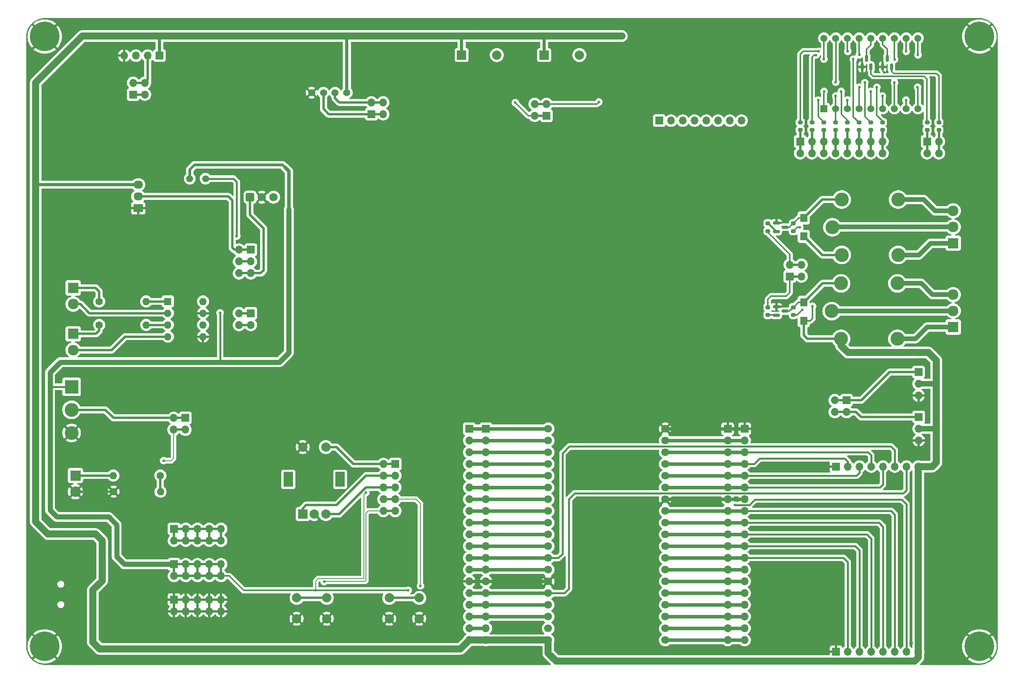
<source format=gbl>
G04 #@! TF.GenerationSoftware,KiCad,Pcbnew,(6.99.0-2815-gbbc0c61ccb)*
G04 #@! TF.CreationDate,2022-08-18T14:12:31+07:00*
G04 #@! TF.ProjectId,Training_Based,54726169-6e69-46e6-975f-42617365642e,rev?*
G04 #@! TF.SameCoordinates,Original*
G04 #@! TF.FileFunction,Copper,L2,Bot*
G04 #@! TF.FilePolarity,Positive*
%FSLAX46Y46*%
G04 Gerber Fmt 4.6, Leading zero omitted, Abs format (unit mm)*
G04 Created by KiCad (PCBNEW (6.99.0-2815-gbbc0c61ccb)) date 2022-08-18 14:12:31*
%MOMM*%
%LPD*%
G01*
G04 APERTURE LIST*
G04 Aperture macros list*
%AMRoundRect*
0 Rectangle with rounded corners*
0 $1 Rounding radius*
0 $2 $3 $4 $5 $6 $7 $8 $9 X,Y pos of 4 corners*
0 Add a 4 corners polygon primitive as box body*
4,1,4,$2,$3,$4,$5,$6,$7,$8,$9,$2,$3,0*
0 Add four circle primitives for the rounded corners*
1,1,$1+$1,$2,$3*
1,1,$1+$1,$4,$5*
1,1,$1+$1,$6,$7*
1,1,$1+$1,$8,$9*
0 Add four rect primitives between the rounded corners*
20,1,$1+$1,$2,$3,$4,$5,0*
20,1,$1+$1,$4,$5,$6,$7,0*
20,1,$1+$1,$6,$7,$8,$9,0*
20,1,$1+$1,$8,$9,$2,$3,0*%
G04 Aperture macros list end*
G04 #@! TA.AperFunction,ComponentPad*
%ADD10C,1.700000*%
G04 #@! TD*
G04 #@! TA.AperFunction,ComponentPad*
%ADD11R,1.700000X1.700000*%
G04 #@! TD*
G04 #@! TA.AperFunction,ComponentPad*
%ADD12O,1.700000X1.700000*%
G04 #@! TD*
G04 #@! TA.AperFunction,ComponentPad*
%ADD13C,1.524000*%
G04 #@! TD*
G04 #@! TA.AperFunction,ComponentPad*
%ADD14R,2.300000X2.300000*%
G04 #@! TD*
G04 #@! TA.AperFunction,ComponentPad*
%ADD15C,2.300000*%
G04 #@! TD*
G04 #@! TA.AperFunction,ComponentPad*
%ADD16C,1.600000*%
G04 #@! TD*
G04 #@! TA.AperFunction,ComponentPad*
%ADD17O,1.600000X1.600000*%
G04 #@! TD*
G04 #@! TA.AperFunction,ComponentPad*
%ADD18C,3.000000*%
G04 #@! TD*
G04 #@! TA.AperFunction,ComponentPad*
%ADD19R,2.000000X2.000000*%
G04 #@! TD*
G04 #@! TA.AperFunction,ComponentPad*
%ADD20C,2.000000*%
G04 #@! TD*
G04 #@! TA.AperFunction,ComponentPad*
%ADD21R,2.000000X3.200000*%
G04 #@! TD*
G04 #@! TA.AperFunction,ComponentPad*
%ADD22C,0.800000*%
G04 #@! TD*
G04 #@! TA.AperFunction,ComponentPad*
%ADD23C,6.400000*%
G04 #@! TD*
G04 #@! TA.AperFunction,ComponentPad*
%ADD24C,1.500000*%
G04 #@! TD*
G04 #@! TA.AperFunction,ComponentPad*
%ADD25R,1.600000X1.600000*%
G04 #@! TD*
G04 #@! TA.AperFunction,ComponentPad*
%ADD26R,1.500000X1.500000*%
G04 #@! TD*
G04 #@! TA.AperFunction,ComponentPad*
%ADD27R,3.000000X3.000000*%
G04 #@! TD*
G04 #@! TA.AperFunction,ComponentPad*
%ADD28RoundRect,0.250200X-0.649800X-0.649800X0.649800X-0.649800X0.649800X0.649800X-0.649800X0.649800X0*%
G04 #@! TD*
G04 #@! TA.AperFunction,ComponentPad*
%ADD29C,1.800000*%
G04 #@! TD*
G04 #@! TA.AperFunction,ComponentPad*
%ADD30R,2.032000X1.727200*%
G04 #@! TD*
G04 #@! TA.AperFunction,ComponentPad*
%ADD31O,2.032000X1.727200*%
G04 #@! TD*
G04 #@! TA.AperFunction,SMDPad,CuDef*
%ADD32RoundRect,0.200000X0.275000X-0.200000X0.275000X0.200000X-0.275000X0.200000X-0.275000X-0.200000X0*%
G04 #@! TD*
G04 #@! TA.AperFunction,SMDPad,CuDef*
%ADD33RoundRect,0.150000X-0.587500X-0.150000X0.587500X-0.150000X0.587500X0.150000X-0.587500X0.150000X0*%
G04 #@! TD*
G04 #@! TA.AperFunction,SMDPad,CuDef*
%ADD34R,1.600000X1.800000*%
G04 #@! TD*
G04 #@! TA.AperFunction,SMDPad,CuDef*
%ADD35RoundRect,0.150000X0.150000X-0.587500X0.150000X0.587500X-0.150000X0.587500X-0.150000X-0.587500X0*%
G04 #@! TD*
G04 #@! TA.AperFunction,SMDPad,CuDef*
%ADD36RoundRect,0.200000X-0.275000X0.200000X-0.275000X-0.200000X0.275000X-0.200000X0.275000X0.200000X0*%
G04 #@! TD*
G04 #@! TA.AperFunction,ViaPad*
%ADD37C,0.600000*%
G04 #@! TD*
G04 #@! TA.AperFunction,ViaPad*
%ADD38C,0.800000*%
G04 #@! TD*
G04 #@! TA.AperFunction,Conductor*
%ADD39C,0.300000*%
G04 #@! TD*
G04 #@! TA.AperFunction,Conductor*
%ADD40C,0.800000*%
G04 #@! TD*
G04 #@! TA.AperFunction,Conductor*
%ADD41C,0.500000*%
G04 #@! TD*
G04 #@! TA.AperFunction,Conductor*
%ADD42C,1.500000*%
G04 #@! TD*
G04 #@! TA.AperFunction,Conductor*
%ADD43C,0.700000*%
G04 #@! TD*
G04 #@! TA.AperFunction,Conductor*
%ADD44C,1.200000*%
G04 #@! TD*
G04 #@! TA.AperFunction,Conductor*
%ADD45C,1.000000*%
G04 #@! TD*
G04 #@! TA.AperFunction,Conductor*
%ADD46C,0.600000*%
G04 #@! TD*
G04 #@! TA.AperFunction,Conductor*
%ADD47C,1.100000*%
G04 #@! TD*
G04 #@! TA.AperFunction,Conductor*
%ADD48C,0.381000*%
G04 #@! TD*
G04 #@! TA.AperFunction,Conductor*
%ADD49C,0.200000*%
G04 #@! TD*
G04 APERTURE END LIST*
D10*
X132817906Y-108895600D03*
X132817906Y-111435600D03*
X132817906Y-113975600D03*
X132817906Y-116515600D03*
X132817906Y-119081000D03*
X132817906Y-121621000D03*
X132817906Y-124161000D03*
X132817906Y-126701000D03*
X132817906Y-129241000D03*
X132817906Y-131781000D03*
X132817906Y-134321000D03*
X132817906Y-136861000D03*
X132817906Y-139401000D03*
X132817906Y-141941000D03*
X132817906Y-144481000D03*
X132817906Y-147021000D03*
X132817906Y-149561000D03*
X132817906Y-152101000D03*
X132817906Y-154641000D03*
X158117906Y-154641000D03*
X158117906Y-152101000D03*
X158117906Y-149561000D03*
X158117906Y-147021000D03*
X158117906Y-144481000D03*
X158117906Y-141941000D03*
X158117906Y-139401000D03*
X158117906Y-136861000D03*
X158117906Y-134321000D03*
X158117906Y-131781000D03*
X158117906Y-129241000D03*
X158117906Y-126701000D03*
X158117906Y-124161000D03*
X158117906Y-121621000D03*
X158117906Y-119081000D03*
X158117906Y-116515600D03*
X158117906Y-113975600D03*
X158117906Y-111435600D03*
X158117906Y-108895600D03*
D11*
X212852253Y-96612499D03*
D12*
X212852253Y-99152499D03*
X212852253Y-101692499D03*
D11*
X54389999Y-106549999D03*
D12*
X51849999Y-106549999D03*
X54389999Y-109089999D03*
X51849999Y-109089999D03*
D13*
X89297500Y-36150000D03*
X86757500Y-36150000D03*
X84237500Y-36150000D03*
X81687500Y-36150000D03*
D14*
X30149999Y-78404999D03*
D15*
X30150000Y-81905000D03*
D11*
X195024999Y-117074999D03*
D12*
X197564999Y-117074999D03*
X200104999Y-117074999D03*
X202644999Y-117074999D03*
X205184999Y-117074999D03*
X207724999Y-117074999D03*
X210264999Y-117074999D03*
X212804999Y-117074999D03*
D11*
X156823070Y-42199999D03*
D12*
X159363070Y-42199999D03*
X161903070Y-42199999D03*
X164443070Y-42199999D03*
X166983070Y-42199999D03*
X169523070Y-42199999D03*
X172063070Y-42199999D03*
X174603070Y-42199999D03*
D11*
X51949999Y-145859999D03*
D12*
X51949999Y-148399999D03*
X54489999Y-145859999D03*
X54489999Y-148399999D03*
X57029999Y-145859999D03*
X57029999Y-148399999D03*
X59569999Y-145859999D03*
X59569999Y-148399999D03*
X62109999Y-145859999D03*
X62109999Y-148399999D03*
D11*
X212902253Y-106312499D03*
D12*
X212902253Y-108852499D03*
X212902253Y-111392499D03*
D11*
X68539999Y-70149999D03*
D12*
X65999999Y-70149999D03*
X68539999Y-72689999D03*
X65999999Y-72689999D03*
X68539999Y-75229999D03*
X65999999Y-75229999D03*
D11*
X68539999Y-83879998D03*
D12*
X65999999Y-83879998D03*
X68539999Y-86419998D03*
X65999999Y-86419998D03*
D16*
X38870000Y-122505000D03*
D17*
X49029999Y-122504999D03*
D18*
X194250000Y-65275000D03*
X208450000Y-59275000D03*
X208450000Y-71275000D03*
X196250000Y-71275000D03*
X196250000Y-59275000D03*
D19*
X79749999Y-127349999D03*
D20*
X84750000Y-127350000D03*
X82250000Y-127350000D03*
D21*
X76649999Y-119849999D03*
X87849999Y-119849999D03*
D20*
X84750000Y-112850000D03*
X79750000Y-112850000D03*
D14*
X220349999Y-86869999D03*
D15*
X220350000Y-83370000D03*
X220350000Y-79870000D03*
D11*
X51949999Y-138209999D03*
D12*
X51949999Y-140749999D03*
X54489999Y-138209999D03*
X54489999Y-140749999D03*
X57029999Y-138209999D03*
X57029999Y-140749999D03*
X59569999Y-138209999D03*
X59569999Y-140749999D03*
X62109999Y-138209999D03*
X62109999Y-140749999D03*
D22*
X223600000Y-24000000D03*
X224302944Y-22302944D03*
X224302944Y-25697056D03*
X226000000Y-21600000D03*
D23*
X226000000Y-24000000D03*
D22*
X226000000Y-26400000D03*
X227697056Y-22302944D03*
X227697056Y-25697056D03*
X228400000Y-24000000D03*
D14*
X30632499Y-119004999D03*
D15*
X30632500Y-122505000D03*
D14*
X220349999Y-68719999D03*
D15*
X220350000Y-65220000D03*
X220350000Y-61720000D03*
D22*
X21600000Y-24000000D03*
X22302944Y-22302944D03*
X22302944Y-25697056D03*
X24000000Y-21600000D03*
D23*
X24000000Y-24000000D03*
D22*
X24000000Y-26400000D03*
X25697056Y-22302944D03*
X25697056Y-25697056D03*
X26400000Y-24000000D03*
D24*
X55350000Y-54750000D03*
X58750000Y-54750000D03*
D20*
X104950000Y-150000000D03*
X98450000Y-150000000D03*
X104950000Y-145500000D03*
X98450000Y-145500000D03*
D11*
X99749999Y-116524999D03*
D12*
X97209999Y-116524999D03*
X99749999Y-119064999D03*
X97209999Y-119064999D03*
X99749999Y-121604999D03*
X97209999Y-121604999D03*
X99749999Y-124144999D03*
X97209999Y-124144999D03*
X99749999Y-126684999D03*
X97209999Y-126684999D03*
D11*
X43109999Y-36549999D03*
D12*
X45649999Y-36549999D03*
X43109999Y-34009999D03*
X45649999Y-34009999D03*
D16*
X35770000Y-81329999D03*
D17*
X45929999Y-81329998D03*
D25*
X50599999Y-81329998D03*
D17*
X50599999Y-83869998D03*
X50599999Y-86409998D03*
X50599999Y-88949998D03*
X58219999Y-88949998D03*
X58219999Y-86409998D03*
X58219999Y-83869998D03*
X58219999Y-81329998D03*
D11*
X187274999Y-46709999D03*
D12*
X187274999Y-49249999D03*
X189814999Y-46709999D03*
X189814999Y-49249999D03*
X192354999Y-46709999D03*
X192354999Y-49249999D03*
X194894999Y-46709999D03*
X194894999Y-49249999D03*
X197434999Y-46709999D03*
X197434999Y-49249999D03*
X199974999Y-46709999D03*
X199974999Y-49249999D03*
X202514999Y-46709999D03*
X202514999Y-49249999D03*
X205054999Y-46709999D03*
X205054999Y-49249999D03*
D16*
X48980000Y-119005000D03*
D17*
X38819999Y-119004999D03*
D11*
X197299999Y-102712499D03*
D12*
X194759999Y-102712499D03*
X197299999Y-105252499D03*
X194759999Y-105252499D03*
D19*
X114099999Y-27999999D03*
D20*
X121700000Y-28000000D03*
D26*
X192412499Y-39587499D03*
D24*
X194952500Y-39587500D03*
X197492500Y-39587500D03*
X200032500Y-39587500D03*
X202572500Y-39587500D03*
X205112500Y-39587500D03*
X207652500Y-39587500D03*
X210192500Y-39587500D03*
X212732500Y-39587500D03*
X212732500Y-24347500D03*
X210192500Y-24347500D03*
X207652500Y-24347500D03*
X205112500Y-24347500D03*
X202572500Y-24347500D03*
X200032500Y-24347500D03*
X197492500Y-24347500D03*
X194952500Y-24347500D03*
X192412500Y-24347500D03*
D20*
X84950000Y-149999999D03*
X78450000Y-149999999D03*
X84950000Y-145499999D03*
X78450000Y-145499999D03*
D27*
X29799999Y-99799999D03*
D18*
X29800000Y-104800000D03*
X29800000Y-109800000D03*
D28*
X68375000Y-58775000D03*
D29*
X70915000Y-58775000D03*
X73455000Y-58775000D03*
D19*
X131949999Y-27999999D03*
D20*
X139550000Y-28000000D03*
D16*
X35770000Y-86409999D03*
D17*
X45929999Y-86409998D03*
D11*
X171599999Y-108895599D03*
D12*
X171599999Y-111435599D03*
X171599999Y-113975599D03*
X171599999Y-116515599D03*
X171599999Y-119055599D03*
X171599999Y-121595599D03*
X171599999Y-124135599D03*
X171599999Y-126675599D03*
X171599999Y-129215599D03*
X171599999Y-131755599D03*
X171599999Y-134295599D03*
X171599999Y-136835599D03*
X171599999Y-139375599D03*
X171599999Y-141915599D03*
X171599999Y-144455599D03*
X171599999Y-146995599D03*
X171599999Y-149535599D03*
X171599999Y-152075599D03*
X171599999Y-154615599D03*
D14*
X30149999Y-88354999D03*
D15*
X30150000Y-91855000D03*
D18*
X194100000Y-83425000D03*
X208300000Y-77425000D03*
X208300000Y-89425000D03*
X196100000Y-89425000D03*
X196100000Y-77425000D03*
D22*
X223600000Y-156000000D03*
X224302944Y-154302944D03*
X224302944Y-157697056D03*
X226000000Y-153600000D03*
D23*
X226000000Y-156000000D03*
D22*
X226000000Y-158400000D03*
X227697056Y-154302944D03*
X227697056Y-157697056D03*
X228400000Y-156000000D03*
D11*
X115749999Y-108895599D03*
D12*
X115749999Y-111435599D03*
X115749999Y-113975599D03*
X115749999Y-116515599D03*
X115749999Y-119055599D03*
X115749999Y-121595599D03*
X115749999Y-124135599D03*
X115749999Y-126675599D03*
X115749999Y-129215599D03*
X115749999Y-131755599D03*
X115749999Y-134295599D03*
X115749999Y-136835599D03*
X115749999Y-139375599D03*
X115749999Y-141915599D03*
X115749999Y-144455599D03*
X115749999Y-146995599D03*
X115749999Y-149535599D03*
X115749999Y-152075599D03*
X115749999Y-154615599D03*
D11*
X51949999Y-130559999D03*
D12*
X51949999Y-133099999D03*
X54489999Y-130559999D03*
X54489999Y-133099999D03*
X57029999Y-130559999D03*
X57029999Y-133099999D03*
X59569999Y-130559999D03*
X59569999Y-133099999D03*
X62109999Y-130559999D03*
X62109999Y-133099999D03*
D11*
X94609999Y-40799999D03*
D12*
X97149999Y-40799999D03*
X94609999Y-38259999D03*
X97149999Y-38259999D03*
D11*
X185009999Y-75924999D03*
D12*
X187549999Y-75924999D03*
X185009999Y-73384999D03*
X187549999Y-73384999D03*
D11*
X119349999Y-108895599D03*
D12*
X119349999Y-111435599D03*
X119349999Y-113975599D03*
X119349999Y-116515599D03*
X119349999Y-119055599D03*
X119349999Y-121595599D03*
X119349999Y-124135599D03*
X119349999Y-126675599D03*
X119349999Y-129215599D03*
X119349999Y-131755599D03*
X119349999Y-134295599D03*
X119349999Y-136835599D03*
X119349999Y-139375599D03*
X119349999Y-141915599D03*
X119349999Y-144455599D03*
X119349999Y-146995599D03*
X119349999Y-149535599D03*
X119349999Y-152075599D03*
X119349999Y-154615599D03*
D11*
X48799999Y-28124999D03*
D12*
X46259999Y-28124999D03*
X43719999Y-28124999D03*
X41179999Y-28124999D03*
D11*
X132449999Y-41139999D03*
D12*
X132449999Y-38599999D03*
X129909999Y-41139999D03*
X129909999Y-38599999D03*
D11*
X195024999Y-157174999D03*
D12*
X197564999Y-157174999D03*
X200104999Y-157174999D03*
X202644999Y-157174999D03*
X205184999Y-157174999D03*
X207724999Y-157174999D03*
X210264999Y-157174999D03*
X212804999Y-157174999D03*
D22*
X21600000Y-156000000D03*
X22302944Y-154302944D03*
X22302944Y-157697056D03*
X24000000Y-153600000D03*
D23*
X24000000Y-156000000D03*
D22*
X24000000Y-158400000D03*
X25697056Y-154302944D03*
X25697056Y-157697056D03*
X26400000Y-156000000D03*
D30*
X44199999Y-61139999D03*
D31*
X44199999Y-58599999D03*
X44199999Y-56059999D03*
D11*
X214699999Y-46709999D03*
D12*
X214699999Y-49249999D03*
X217239999Y-46709999D03*
X217239999Y-49249999D03*
D11*
X175249999Y-108895599D03*
D12*
X175249999Y-111435599D03*
X175249999Y-113975599D03*
X175249999Y-116515599D03*
X175249999Y-119055599D03*
X175249999Y-121595599D03*
X175249999Y-124135599D03*
X175249999Y-126675599D03*
X175249999Y-129215599D03*
X175249999Y-131755599D03*
X175249999Y-134295599D03*
X175249999Y-136835599D03*
X175249999Y-139375599D03*
X175249999Y-141915599D03*
X175249999Y-144455599D03*
X175249999Y-146995599D03*
X175249999Y-149535599D03*
X175249999Y-152075599D03*
X175249999Y-154615599D03*
D32*
X194895000Y-44225000D03*
X194895000Y-42575000D03*
X192355000Y-44225000D03*
X192355000Y-42575000D03*
D33*
X182112500Y-66225000D03*
X182112500Y-64325000D03*
X183987500Y-65275000D03*
D34*
X188049999Y-67249999D03*
X188049999Y-63249999D03*
D35*
X207012500Y-30587500D03*
X205112500Y-30587500D03*
X206062500Y-28712500D03*
D33*
X182112500Y-84375000D03*
X182112500Y-82475000D03*
X183987500Y-83425000D03*
D35*
X202572500Y-30587500D03*
X200672500Y-30587500D03*
X201622500Y-28712500D03*
D34*
X188049999Y-85499999D03*
X188049999Y-81499999D03*
D32*
X197435000Y-44225000D03*
X197435000Y-42575000D03*
X180300000Y-66100000D03*
X180300000Y-64450000D03*
X187275000Y-44225000D03*
X187275000Y-42575000D03*
X189815000Y-44225000D03*
X189815000Y-42575000D03*
X217240000Y-44225000D03*
X217240000Y-42575000D03*
X185800000Y-84250000D03*
X185800000Y-82600000D03*
X185800000Y-66100000D03*
X185800000Y-64450000D03*
X202515000Y-44225000D03*
X202515000Y-42575000D03*
D36*
X180300000Y-82600000D03*
X180300000Y-84250000D03*
D32*
X214700000Y-44225000D03*
X214700000Y-42575000D03*
X205055000Y-44225000D03*
X205055000Y-42575000D03*
X199975000Y-44225000D03*
X199975000Y-42575000D03*
D37*
X90850000Y-26275000D03*
X78714284Y-159400000D03*
X20525000Y-33625000D03*
X210250000Y-33675000D03*
X43227652Y-146152597D03*
X128278568Y-159400000D03*
X156650000Y-120375000D03*
X186093750Y-157175000D03*
X53932142Y-159400000D03*
X103496426Y-159400000D03*
X22650000Y-132025000D03*
X203750000Y-30150000D03*
X20525000Y-138034090D03*
X71403570Y-20575000D03*
X85550000Y-37575000D03*
D38*
X206600000Y-119000000D03*
D37*
X32125000Y-129725000D03*
X95235712Y-159400000D03*
X96185712Y-20575000D03*
X98650000Y-141175000D03*
X188600000Y-28725000D03*
X147250000Y-113875000D03*
X33850000Y-141375000D03*
X94950000Y-141075000D03*
X44550000Y-143375000D03*
X211550000Y-37775000D03*
X120017854Y-159400000D03*
D38*
X63700000Y-82700000D03*
D37*
X79664284Y-20575000D03*
X43950000Y-133375000D03*
X20525000Y-64947727D03*
D38*
X203800000Y-155300000D03*
X178300000Y-125400000D03*
D37*
X137150000Y-114875000D03*
X37700000Y-131575000D03*
X86974998Y-159400000D03*
X29150000Y-159400000D03*
X20525000Y-117152272D03*
X144956250Y-157175000D03*
D38*
X192900000Y-117100000D03*
D37*
X203875000Y-25600000D03*
X188550000Y-41375000D03*
X101350000Y-128775000D03*
X34450000Y-139075000D03*
X205450000Y-31775000D03*
X137275000Y-121925000D03*
D38*
X178300000Y-135600000D03*
D37*
X104446426Y-20575000D03*
X120967854Y-20575000D03*
X156650000Y-115175000D03*
X94750000Y-133775000D03*
X147250000Y-121875000D03*
X70453570Y-159400000D03*
X179237500Y-157175000D03*
X200750000Y-31975000D03*
X151812500Y-157175000D03*
X38650000Y-142975000D03*
D38*
X178300000Y-127950000D03*
D37*
X20525000Y-127593181D03*
X197575000Y-34900000D03*
X95050000Y-123425000D03*
X121150000Y-151975000D03*
D38*
X178300000Y-117600000D03*
X209100000Y-119100000D03*
X178300000Y-120400000D03*
D37*
X158668750Y-157175000D03*
X196050000Y-32875000D03*
X38360714Y-20575000D03*
X197600000Y-30150000D03*
D38*
X178300000Y-130500000D03*
D37*
X138100000Y-157175000D03*
X63142856Y-20575000D03*
X37410714Y-159400000D03*
X129228568Y-20575000D03*
X30100000Y-20575000D03*
X92550000Y-39575000D03*
X165525000Y-157175000D03*
D38*
X208800000Y-155300000D03*
D37*
X20525000Y-96270454D03*
X62550000Y-26075000D03*
X46621428Y-20575000D03*
X215850000Y-41475000D03*
X130650000Y-152075000D03*
X28550000Y-133475000D03*
X94125000Y-125600000D03*
D38*
X178300000Y-133050000D03*
D37*
X95550000Y-128775000D03*
X193700000Y-25550000D03*
D38*
X208775000Y-125350000D03*
D37*
X85550000Y-39575000D03*
D38*
X211300000Y-155300000D03*
D37*
X112707140Y-20575000D03*
X54882142Y-20575000D03*
X193575000Y-36800000D03*
X197750000Y-32875000D03*
X172381250Y-157175000D03*
X34050000Y-133475000D03*
X215950000Y-33475000D03*
X20525000Y-106711363D03*
X206425000Y-36300000D03*
X32250000Y-148175000D03*
X87924998Y-20575000D03*
D38*
X206300000Y-155300000D03*
X205100000Y-114500000D03*
D37*
X198875000Y-115050000D03*
X137489282Y-20575000D03*
X45671428Y-159400000D03*
D38*
X201300000Y-155300000D03*
D37*
X20525000Y-75388636D03*
X111757140Y-159400000D03*
X20525000Y-85829545D03*
X47925000Y-135975000D03*
D38*
X198800000Y-155300000D03*
D37*
X196050000Y-30175000D03*
X20525000Y-148475000D03*
X192950000Y-157175000D03*
X62192856Y-159400000D03*
X201225000Y-115075000D03*
X20525000Y-54506818D03*
X20525000Y-44065909D03*
X32250000Y-144475000D03*
X145750000Y-20575000D03*
X35925000Y-129800000D03*
D38*
X63700000Y-85500000D03*
X34400000Y-148000000D03*
D37*
X189950000Y-82375000D03*
D38*
X36400000Y-133500000D03*
D37*
X148750000Y-23875000D03*
X188912500Y-68112500D03*
D38*
X34400000Y-149000000D03*
X36400000Y-134800000D03*
D37*
X82575000Y-143875000D03*
X61900000Y-83825000D03*
X93400000Y-122700000D03*
X102550000Y-143850000D03*
X76750000Y-57075000D03*
X173200000Y-125400000D03*
X143750000Y-38175000D03*
X125700000Y-38300000D03*
X210175000Y-27200000D03*
X191250000Y-27200000D03*
X197550000Y-27200000D03*
X200050000Y-27975000D03*
X190700000Y-28000000D03*
X212725000Y-27975000D03*
X197500000Y-37750000D03*
X191200000Y-37775000D03*
X210150000Y-37775000D03*
X187700000Y-83169500D03*
X187200000Y-65300000D03*
X194950000Y-36875000D03*
X205050000Y-36875000D03*
X192450000Y-35875000D03*
X202575000Y-35875000D03*
X196150000Y-35875000D03*
X207675000Y-28925000D03*
X192400000Y-28875000D03*
X198775000Y-28900000D03*
X194950000Y-33875000D03*
X207650000Y-33975000D03*
X201250000Y-33975000D03*
X212650000Y-34975000D03*
X200050000Y-34975000D03*
X203850000Y-34975000D03*
X49700000Y-115800000D03*
X65500000Y-67200000D03*
X105200000Y-142900000D03*
X84391589Y-141983411D03*
D39*
X205112500Y-30587500D02*
X205112500Y-31437500D01*
D40*
X158117906Y-124161000D02*
X175224600Y-124161000D01*
X158117906Y-108895600D02*
X175250000Y-108895600D01*
D39*
X205112500Y-31437500D02*
X205450000Y-31775000D01*
X200672500Y-30587500D02*
X200672500Y-31897500D01*
X200672500Y-31897500D02*
X200750000Y-31975000D01*
D41*
X38870000Y-122505000D02*
X30632500Y-122505000D01*
D40*
X115750000Y-141915600D02*
X132792506Y-141915600D01*
D41*
X57030000Y-130560000D02*
X57030000Y-133100000D01*
D42*
X34400000Y-150300000D02*
X34400000Y-155100000D01*
D43*
X22235000Y-56060000D02*
X22050000Y-55875000D01*
D42*
X132817906Y-157467906D02*
X134550000Y-159200000D01*
X32150000Y-23875000D02*
X48750000Y-23875000D01*
D41*
X59570000Y-130560000D02*
X59570000Y-133100000D01*
D43*
X89297500Y-24327500D02*
X89750000Y-23875000D01*
D42*
X134550000Y-159200000D02*
X212000000Y-159200000D01*
X216700000Y-94100000D02*
X215000000Y-92400000D01*
D41*
X51950000Y-130560000D02*
X51950000Y-133100000D01*
D42*
X48750000Y-23875000D02*
X89750000Y-23875000D01*
X212805000Y-117075000D02*
X215825000Y-117075000D01*
D39*
X189950000Y-85025000D02*
X189475000Y-85500000D01*
D41*
X192075000Y-71275000D02*
X188912500Y-68112500D01*
X188050000Y-88625000D02*
X188050000Y-85500000D01*
D43*
X89297500Y-36150000D02*
X89297500Y-24327500D01*
D42*
X36400000Y-134800000D02*
X36400000Y-133125000D01*
X216700000Y-116200000D02*
X216700000Y-108800000D01*
D39*
X189950000Y-82375000D02*
X189950000Y-85025000D01*
D42*
X24700000Y-131675000D02*
X22050000Y-129025000D01*
X212805000Y-157175000D02*
X212805000Y-117075000D01*
X34400000Y-150300000D02*
X34400000Y-148000000D01*
X215825000Y-117075000D02*
X216700000Y-116200000D01*
D39*
X189475000Y-85500000D02*
X188050000Y-85500000D01*
D42*
X22050000Y-57475000D02*
X22050000Y-55875000D01*
X114150000Y-23875000D02*
X132050000Y-23875000D01*
D43*
X44200000Y-56060000D02*
X22235000Y-56060000D01*
D44*
X212902254Y-108852500D02*
X216647500Y-108852500D01*
D42*
X22050000Y-129025000D02*
X22050000Y-57475000D01*
D45*
X34400000Y-149000000D02*
X34400000Y-150300000D01*
D42*
X36400000Y-133125000D02*
X34950000Y-131675000D01*
D41*
X188050000Y-67250000D02*
X188912500Y-68112500D01*
X54490000Y-130560000D02*
X54490000Y-133100000D01*
D42*
X216700000Y-108800000D02*
X216700000Y-99200000D01*
X35825000Y-156525000D02*
X113840600Y-156525000D01*
D41*
X51950000Y-130560000D02*
X62110000Y-130560000D01*
D42*
X132050000Y-23875000D02*
X148750000Y-23875000D01*
X36400000Y-134800000D02*
X36400000Y-141800000D01*
D41*
X188850000Y-89425000D02*
X188050000Y-88625000D01*
D42*
X34950000Y-131675000D02*
X24700000Y-131675000D01*
X36400000Y-141800000D02*
X34400000Y-143800000D01*
D41*
X62110000Y-130560000D02*
X62110000Y-133100000D01*
D42*
X197600000Y-92400000D02*
X196100000Y-90900000D01*
D41*
X51950000Y-133100000D02*
X62110000Y-133100000D01*
D43*
X114100000Y-28000000D02*
X114100000Y-23925000D01*
D41*
X196100000Y-89425000D02*
X188850000Y-89425000D01*
D43*
X48800000Y-23925000D02*
X48750000Y-23875000D01*
D42*
X216700000Y-99200000D02*
X216700000Y-94100000D01*
X22050000Y-33975000D02*
X32150000Y-23875000D01*
D43*
X48800000Y-28125000D02*
X48800000Y-23925000D01*
D42*
X34400000Y-143800000D02*
X34400000Y-150300000D01*
D45*
X216647500Y-108852500D02*
X216700000Y-108800000D01*
D42*
X132817906Y-154641000D02*
X132817906Y-157467906D01*
X22050000Y-57475000D02*
X22050000Y-33975000D01*
D43*
X131950000Y-28000000D02*
X131950000Y-23975000D01*
D42*
X212805000Y-158395000D02*
X212805000Y-157175000D01*
D43*
X114100000Y-23925000D02*
X114150000Y-23875000D01*
D41*
X196250000Y-71275000D02*
X192075000Y-71275000D01*
D42*
X34400000Y-155100000D02*
X35825000Y-156525000D01*
X113840600Y-156525000D02*
X115750000Y-154615600D01*
X212000000Y-159200000D02*
X212805000Y-158395000D01*
X132817906Y-154641000D02*
X115775400Y-154641000D01*
D45*
X216652500Y-99152500D02*
X216700000Y-99200000D01*
D43*
X131950000Y-23975000D02*
X132050000Y-23875000D01*
D44*
X212852254Y-99152500D02*
X216652500Y-99152500D01*
D42*
X89750000Y-23875000D02*
X114150000Y-23875000D01*
X196100000Y-90900000D02*
X196100000Y-89425000D01*
X215000000Y-92400000D02*
X197600000Y-92400000D01*
D46*
X75850000Y-52225000D02*
X75400000Y-51775000D01*
X75400000Y-51775000D02*
X56350000Y-51775000D01*
D47*
X39550000Y-136575000D02*
X41185000Y-138210000D01*
D48*
X61900000Y-94325000D02*
X61900000Y-83825000D01*
D41*
X57030000Y-138210000D02*
X57030000Y-140750000D01*
X62110000Y-140750000D02*
X51950000Y-140750000D01*
D47*
X27350000Y-94475000D02*
X62050000Y-94475000D01*
D48*
X29800000Y-99800000D02*
X25350000Y-99800000D01*
D47*
X39550000Y-129700000D02*
X39550000Y-136575000D01*
D41*
X51950000Y-138210000D02*
X62110000Y-138210000D01*
D47*
X25150000Y-126525000D02*
X26600000Y-127975000D01*
D49*
X92850000Y-141350000D02*
X93000000Y-141200000D01*
D47*
X76750000Y-92450000D02*
X76750000Y-61375000D01*
X25150000Y-99600000D02*
X25150000Y-96675000D01*
D49*
X93000000Y-123100000D02*
X93400000Y-122700000D01*
D47*
X25150000Y-99600000D02*
X25150000Y-126525000D01*
X41185000Y-138210000D02*
X51950000Y-138210000D01*
D46*
X56350000Y-51775000D02*
X55350000Y-52775000D01*
D39*
X102525000Y-143875000D02*
X82575000Y-143875000D01*
X63850000Y-140750000D02*
X62110000Y-140750000D01*
D40*
X76750000Y-61375000D02*
X76750000Y-57075000D01*
D49*
X83075000Y-141350000D02*
X92850000Y-141350000D01*
D41*
X54490000Y-138210000D02*
X54490000Y-140750000D01*
X59570000Y-138210000D02*
X59570000Y-140750000D01*
D39*
X66975000Y-143875000D02*
X63850000Y-140750000D01*
D49*
X93000000Y-141200000D02*
X93000000Y-123100000D01*
D39*
X102550000Y-143850000D02*
X102525000Y-143875000D01*
D49*
X82550000Y-141875000D02*
X83075000Y-141350000D01*
D39*
X82575000Y-143875000D02*
X66975000Y-143875000D01*
D47*
X26600000Y-127975000D02*
X37825000Y-127975000D01*
D49*
X82550000Y-143850000D02*
X82550000Y-141875000D01*
D40*
X75850000Y-52225000D02*
X76750000Y-53125000D01*
D47*
X62050000Y-94475000D02*
X74725000Y-94475000D01*
D49*
X25350000Y-99800000D02*
X25150000Y-99600000D01*
D41*
X62110000Y-138210000D02*
X62110000Y-140750000D01*
D40*
X76750000Y-53125000D02*
X76750000Y-57075000D01*
D49*
X62050000Y-94475000D02*
X61900000Y-94325000D01*
D47*
X37825000Y-127975000D02*
X39550000Y-129700000D01*
D41*
X51950000Y-138210000D02*
X51950000Y-140750000D01*
D46*
X55350000Y-52775000D02*
X55350000Y-54750000D01*
D47*
X74725000Y-94475000D02*
X76750000Y-92450000D01*
X25150000Y-96675000D02*
X27350000Y-94475000D01*
D49*
X82575000Y-143875000D02*
X82550000Y-143850000D01*
D40*
X115750000Y-111435600D02*
X132817906Y-111435600D01*
X132817906Y-113975600D02*
X115750000Y-113975600D01*
X132817906Y-116515600D02*
X115750000Y-116515600D01*
X115750000Y-119055600D02*
X132792506Y-119055600D01*
X132817906Y-121621000D02*
X115775400Y-121621000D01*
X115750000Y-124135600D02*
X132792506Y-124135600D01*
X132817906Y-126701000D02*
X115775400Y-126701000D01*
X115750000Y-129215600D02*
X132792506Y-129215600D01*
X132817906Y-131781000D02*
X115775400Y-131781000D01*
X115750000Y-134295600D02*
X132792506Y-134295600D01*
D48*
X207725000Y-117075000D02*
X207725000Y-113575000D01*
X206885100Y-112735100D02*
X137364900Y-112735100D01*
X137364900Y-112735100D02*
X135900000Y-114200000D01*
X135900000Y-114200000D02*
X135900000Y-135975000D01*
X135014000Y-136861000D02*
X132817906Y-136861000D01*
X135900000Y-135975000D02*
X135014000Y-136861000D01*
D40*
X115750000Y-136835600D02*
X132792506Y-136835600D01*
D48*
X207725000Y-113575000D02*
X206885100Y-112735100D01*
D40*
X132817906Y-139401000D02*
X115775400Y-139401000D01*
X132817906Y-144481000D02*
X115775400Y-144481000D01*
D48*
X210265000Y-117075000D02*
X210265000Y-122160000D01*
X136369000Y-144481000D02*
X132817906Y-144481000D01*
X138563500Y-122861500D02*
X137300000Y-124125000D01*
X210265000Y-122160000D02*
X209563500Y-122861500D01*
X209563500Y-122861500D02*
X138563500Y-122861500D01*
X137300000Y-143550000D02*
X136369000Y-144481000D01*
X137300000Y-124125000D02*
X137300000Y-143550000D01*
D40*
X132817906Y-147021000D02*
X115775400Y-147021000D01*
X132817906Y-149561000D02*
X115775400Y-149561000D01*
X115750000Y-152075600D02*
X119350000Y-152075600D01*
D48*
X173200000Y-125400000D02*
X176300000Y-125400000D01*
D40*
X175250000Y-111435600D02*
X158117906Y-111435600D01*
D48*
X210265000Y-125265000D02*
X210265000Y-157175000D01*
X209200000Y-124200000D02*
X210265000Y-125265000D01*
X176300000Y-125400000D02*
X177500000Y-124200000D01*
X177500000Y-124200000D02*
X209200000Y-124200000D01*
X201950600Y-113975600D02*
X202645000Y-114670000D01*
X175250000Y-113975600D02*
X201950600Y-113975600D01*
X202645000Y-114670000D02*
X202645000Y-117075000D01*
D40*
X158117906Y-113975600D02*
X175250000Y-113975600D01*
D48*
X196850000Y-115300000D02*
X197565000Y-116015000D01*
D40*
X175250000Y-116515600D02*
X158117906Y-116515600D01*
D48*
X197565000Y-116015000D02*
X197565000Y-117075000D01*
X175250000Y-116515600D02*
X177284400Y-116515600D01*
X177284400Y-116515600D02*
X178500000Y-115300000D01*
X178500000Y-115300000D02*
X196850000Y-115300000D01*
X199419400Y-119055600D02*
X200105000Y-118370000D01*
D40*
X158117906Y-119081000D02*
X175224600Y-119081000D01*
D48*
X175250000Y-119055600D02*
X199419400Y-119055600D01*
X200105000Y-118370000D02*
X200105000Y-117075000D01*
D40*
X175250000Y-121595600D02*
X158143306Y-121595600D01*
D48*
X204529400Y-121595600D02*
X205185000Y-120940000D01*
X175250000Y-121595600D02*
X204529400Y-121595600D01*
X205185000Y-120940000D02*
X205185000Y-117075000D01*
D40*
X158117906Y-126701000D02*
X175224600Y-126701000D01*
D48*
X175250000Y-126675600D02*
X206925600Y-126675600D01*
X207725000Y-127475000D02*
X207725000Y-157175000D01*
X206925600Y-126675600D02*
X207725000Y-127475000D01*
X204290600Y-129215600D02*
X205185000Y-130110000D01*
D40*
X175250000Y-129215600D02*
X158143306Y-129215600D01*
D48*
X175250000Y-129215600D02*
X204290600Y-129215600D01*
X205185000Y-130110000D02*
X205185000Y-157175000D01*
X175250000Y-131755600D02*
X201730600Y-131755600D01*
X202645000Y-132670000D02*
X202645000Y-157175000D01*
X201730600Y-131755600D02*
X202645000Y-132670000D01*
D40*
X158117906Y-131781000D02*
X175224600Y-131781000D01*
D48*
X200105000Y-135255000D02*
X200105000Y-157175000D01*
X175250000Y-134295600D02*
X199145600Y-134295600D01*
D40*
X175250000Y-134295600D02*
X158143306Y-134295600D01*
D48*
X199145600Y-134295600D02*
X200105000Y-135255000D01*
X175250000Y-136835600D02*
X196635600Y-136835600D01*
X196635600Y-136835600D02*
X197565000Y-137765000D01*
X197565000Y-137765000D02*
X197565000Y-157175000D01*
D40*
X158117906Y-136861000D02*
X175224600Y-136861000D01*
X175250000Y-139375600D02*
X158143306Y-139375600D01*
X158117906Y-141941000D02*
X175224600Y-141941000D01*
X158117906Y-144481000D02*
X175224600Y-144481000D01*
X175250000Y-146995600D02*
X158143306Y-146995600D01*
X158117906Y-149561000D02*
X175224600Y-149561000D01*
X175250000Y-152075600D02*
X158143306Y-152075600D01*
X158117906Y-154641000D02*
X175224600Y-154641000D01*
D39*
X183987500Y-83425000D02*
X184975000Y-83425000D01*
X186900000Y-81500000D02*
X185800000Y-82600000D01*
D41*
X196100000Y-77425000D02*
X192125000Y-77425000D01*
X192125000Y-77425000D02*
X188050000Y-81500000D01*
D39*
X184975000Y-83425000D02*
X185800000Y-82600000D01*
X188050000Y-81500000D02*
X186900000Y-81500000D01*
D41*
X129910000Y-38600000D02*
X132450000Y-38600000D01*
D39*
X143325000Y-38600000D02*
X132450000Y-38600000D01*
X143750000Y-38175000D02*
X143325000Y-38600000D01*
D41*
X132450000Y-41140000D02*
X129910000Y-41140000D01*
D39*
X125700000Y-38300000D02*
X128540000Y-41140000D01*
X128540000Y-41140000D02*
X129910000Y-41140000D01*
X180300000Y-84250000D02*
X181987500Y-84250000D01*
D48*
X180337500Y-64450000D02*
X182112500Y-66225000D01*
D39*
X180300000Y-80875000D02*
X180300000Y-82600000D01*
X185010000Y-75925000D02*
X185010000Y-79440000D01*
X185010000Y-79440000D02*
X184250000Y-80200000D01*
X180975000Y-80200000D02*
X180300000Y-80875000D01*
X184250000Y-80200000D02*
X180975000Y-80200000D01*
D41*
X187550000Y-75925000D02*
X185010000Y-75925000D01*
D39*
X180300000Y-66400000D02*
X185010000Y-71110000D01*
D41*
X185010000Y-73385000D02*
X187550000Y-73385000D01*
D39*
X180300000Y-66100000D02*
X180300000Y-66400000D01*
X185010000Y-71110000D02*
X185010000Y-73385000D01*
D41*
X46260000Y-33400000D02*
X45650000Y-34010000D01*
X46260000Y-28125000D02*
X46260000Y-33400000D01*
X45650000Y-34010000D02*
X43110000Y-34010000D01*
X85375000Y-40800000D02*
X84237500Y-39662500D01*
X84237500Y-39662500D02*
X84237500Y-36150000D01*
X97150000Y-40800000D02*
X85375000Y-40800000D01*
X87685000Y-38260000D02*
X86757500Y-37332500D01*
X97150000Y-38260000D02*
X94610000Y-38260000D01*
X86757500Y-37332500D02*
X86757500Y-36150000D01*
X94610000Y-38260000D02*
X87685000Y-38260000D01*
X196250000Y-59275000D02*
X192025000Y-59275000D01*
D39*
X184975000Y-65275000D02*
X185800000Y-64450000D01*
X185800000Y-64450000D02*
X187000000Y-63250000D01*
X187000000Y-63250000D02*
X188050000Y-63250000D01*
D41*
X192025000Y-59275000D02*
X188050000Y-63250000D01*
D39*
X183987500Y-65275000D02*
X184975000Y-65275000D01*
D41*
X50600000Y-83869999D02*
X33669999Y-83869999D01*
X33669999Y-83869999D02*
X31705000Y-81905000D01*
X31705000Y-81905000D02*
X30150000Y-81905000D01*
X45930000Y-81329999D02*
X50600000Y-81329999D01*
X187275000Y-44225000D02*
X187275000Y-49250000D01*
X189815000Y-44225000D02*
X189815000Y-49250000D01*
X192355000Y-44225000D02*
X192355000Y-49250000D01*
X194895000Y-44225000D02*
X194895000Y-49250000D01*
X197435000Y-44225000D02*
X197435000Y-49250000D01*
X199975000Y-44225000D02*
X199975000Y-49250000D01*
X202515000Y-44225000D02*
X202515000Y-49250000D01*
X205055000Y-44225000D02*
X205055000Y-49250000D01*
X214700000Y-49250000D02*
X214700000Y-44225000D01*
X217240000Y-49250000D02*
X217240000Y-44225000D01*
D39*
X214025000Y-32575000D02*
X203075000Y-32575000D01*
X214650000Y-33200000D02*
X214025000Y-32575000D01*
X202572500Y-32072500D02*
X202572500Y-30587500D01*
X214650000Y-42525000D02*
X214650000Y-33200000D01*
X203075000Y-32575000D02*
X202572500Y-32072500D01*
X217240000Y-32515000D02*
X216700000Y-31975000D01*
X216700000Y-31975000D02*
X207500000Y-31975000D01*
X207500000Y-31975000D02*
X207012500Y-31487500D01*
X207012500Y-31487500D02*
X207012500Y-30587500D01*
X217240000Y-42575000D02*
X217240000Y-32515000D01*
X187900000Y-27200000D02*
X187275000Y-27825000D01*
X187275000Y-27825000D02*
X187275000Y-42575000D01*
X191250000Y-27200000D02*
X187900000Y-27200000D01*
X210192500Y-27182500D02*
X210192500Y-24347500D01*
X197492500Y-27142500D02*
X197492500Y-24347500D01*
X197550000Y-27200000D02*
X197492500Y-27142500D01*
X210175000Y-27200000D02*
X210192500Y-27182500D01*
X212732500Y-27967500D02*
X212732500Y-24347500D01*
X190300000Y-28000000D02*
X189815000Y-28485000D01*
X212725000Y-27975000D02*
X212732500Y-27967500D01*
X190700000Y-28000000D02*
X190300000Y-28000000D01*
X200050000Y-27975000D02*
X200032500Y-27957500D01*
X189815000Y-28485000D02*
X189815000Y-42575000D01*
X200032500Y-27957500D02*
X200032500Y-24347500D01*
X210150000Y-37775000D02*
X210192500Y-37817500D01*
X210192500Y-37817500D02*
X210192500Y-39587500D01*
X191200000Y-41325000D02*
X192355000Y-42480000D01*
X197500000Y-37750000D02*
X197492500Y-37757500D01*
X197492500Y-37757500D02*
X197492500Y-39587500D01*
X191200000Y-37775000D02*
X191200000Y-41325000D01*
D45*
X220350000Y-79870000D02*
X215870000Y-79870000D01*
X213425000Y-77425000D02*
X208300000Y-77425000D01*
X215870000Y-79870000D02*
X213425000Y-77425000D01*
X212175000Y-89425000D02*
X208300000Y-89425000D01*
X214730000Y-86870000D02*
X212175000Y-89425000D01*
X220350000Y-86870000D02*
X214730000Y-86870000D01*
X220350000Y-65220000D02*
X194305000Y-65220000D01*
X213975000Y-59275000D02*
X208450000Y-59275000D01*
X216420000Y-61720000D02*
X213975000Y-59275000D01*
X220350000Y-61720000D02*
X216420000Y-61720000D01*
X220350000Y-83370000D02*
X194155000Y-83370000D01*
X215480000Y-68720000D02*
X212925000Y-71275000D01*
X212925000Y-71275000D02*
X208450000Y-71275000D01*
X220350000Y-68720000D02*
X215480000Y-68720000D01*
D39*
X201622500Y-26777500D02*
X202572500Y-25827500D01*
X201622500Y-28712500D02*
X201622500Y-26777500D01*
X202572500Y-25827500D02*
X202572500Y-24347500D01*
X205112500Y-25712500D02*
X205112500Y-24347500D01*
X206062500Y-26662500D02*
X205112500Y-25712500D01*
X206062500Y-28712500D02*
X206062500Y-26662500D01*
X185800000Y-84250000D02*
X186619500Y-84250000D01*
X186619500Y-84250000D02*
X187700000Y-83169500D01*
X187200000Y-65300000D02*
X186600000Y-65300000D01*
X186600000Y-65300000D02*
X185800000Y-66100000D01*
X205050000Y-36875000D02*
X205112500Y-36937500D01*
X205112500Y-36937500D02*
X205112500Y-39587500D01*
X194952500Y-42517500D02*
X194952500Y-39587500D01*
X194952500Y-36877500D02*
X194950000Y-36875000D01*
X194952500Y-39587500D02*
X194952500Y-36877500D01*
X202572500Y-35877500D02*
X202572500Y-39587500D01*
X202575000Y-35875000D02*
X202572500Y-35877500D01*
X196150000Y-35875000D02*
X196200000Y-35925000D01*
X192412500Y-35912500D02*
X192412500Y-39587500D01*
X197435000Y-42085000D02*
X197435000Y-42575000D01*
X196200000Y-40850000D02*
X197435000Y-42085000D01*
X192450000Y-35875000D02*
X192412500Y-35912500D01*
X196200000Y-35925000D02*
X196200000Y-40850000D01*
X207675000Y-28925000D02*
X207652500Y-28902500D01*
X192412500Y-28862500D02*
X192412500Y-24347500D01*
X198775000Y-41375000D02*
X199975000Y-42575000D01*
X198775000Y-28900000D02*
X198775000Y-41375000D01*
X192400000Y-28875000D02*
X192412500Y-28862500D01*
X207652500Y-28902500D02*
X207652500Y-24347500D01*
X201250000Y-33975000D02*
X201275000Y-34000000D01*
X194950000Y-33875000D02*
X194975000Y-33850000D01*
X201275000Y-34000000D02*
X201275000Y-41342500D01*
X207652500Y-39587500D02*
X207652500Y-34897500D01*
X207652500Y-34377500D02*
X207625000Y-34350000D01*
X194975000Y-33850000D02*
X194975000Y-24370000D01*
X207650000Y-33975000D02*
X207652500Y-33977500D01*
X207652500Y-33977500D02*
X207652500Y-34897500D01*
X207652500Y-34897500D02*
X207652500Y-34377500D01*
X201275000Y-41342500D02*
X202507500Y-42575000D01*
X205055000Y-42280000D02*
X205055000Y-42575000D01*
X212650000Y-34975000D02*
X212732500Y-35057500D01*
X200032500Y-34992500D02*
X200032500Y-39587500D01*
X200050000Y-34975000D02*
X200032500Y-34992500D01*
X203850000Y-41075000D02*
X205055000Y-42280000D01*
X212732500Y-35057500D02*
X212732500Y-39587500D01*
X203850000Y-34975000D02*
X203850000Y-41075000D01*
D41*
X38850000Y-106550000D02*
X54390000Y-106550000D01*
X29800000Y-104800000D02*
X37100000Y-104800000D01*
X37100000Y-104800000D02*
X38850000Y-106550000D01*
X43110000Y-36550000D02*
X45650000Y-36550000D01*
X206587500Y-96612500D02*
X212852254Y-96612500D01*
X200487500Y-102712500D02*
X206587500Y-96612500D01*
X194760000Y-102712500D02*
X200487500Y-102712500D01*
X194760000Y-105252500D02*
X197300000Y-105252500D01*
X199352500Y-105252500D02*
X197300000Y-105252500D01*
X212902254Y-106312500D02*
X200412500Y-106312500D01*
X200412500Y-106312500D02*
X199352500Y-105252500D01*
X66000000Y-83879999D02*
X68540000Y-83879999D01*
X66000000Y-86419999D02*
X68540000Y-86419999D01*
X35030000Y-78405000D02*
X30150000Y-78405000D01*
X35770000Y-79145000D02*
X35030000Y-78405000D01*
X35770000Y-81329999D02*
X35770000Y-79145000D01*
X48980000Y-119005000D02*
X48980000Y-122455000D01*
D49*
X51325000Y-115800000D02*
X51850000Y-115275000D01*
X51850000Y-115275000D02*
X51850000Y-109090000D01*
X49700000Y-115800000D02*
X51325000Y-115800000D01*
D41*
X51850000Y-109090000D02*
X54390000Y-109090000D01*
X35070000Y-88355000D02*
X35770000Y-87655000D01*
X30150000Y-88355000D02*
X35070000Y-88355000D01*
X35770000Y-87655000D02*
X35770000Y-86409999D01*
X41350001Y-88949999D02*
X50600000Y-88949999D01*
X30150000Y-91855000D02*
X38445000Y-91855000D01*
X38445000Y-91855000D02*
X41350001Y-88949999D01*
X38820000Y-119005000D02*
X30632500Y-119005000D01*
X45930000Y-86409999D02*
X50600000Y-86409999D01*
X63650000Y-58600000D02*
X64500000Y-59450000D01*
X64975000Y-70150000D02*
X66000000Y-70150000D01*
X64500000Y-59450000D02*
X64500000Y-69675000D01*
X44200000Y-58600000D02*
X63650000Y-58600000D01*
X64500000Y-69675000D02*
X64975000Y-70150000D01*
X66000000Y-70150000D02*
X68540000Y-70150000D01*
D48*
X65500000Y-67200000D02*
X65500000Y-55425000D01*
X65500000Y-55425000D02*
X64825000Y-54750000D01*
X64825000Y-54750000D02*
X58750000Y-54750000D01*
D41*
X66000000Y-72690000D02*
X68540000Y-72690000D01*
X66000000Y-75230000D02*
X68540000Y-75230000D01*
X70670000Y-75230000D02*
X71300000Y-74600000D01*
X68375000Y-62575000D02*
X71300000Y-65500000D01*
X71300000Y-65500000D02*
X71300000Y-74600000D01*
X68540000Y-75230000D02*
X70670000Y-75230000D01*
X68375000Y-58775000D02*
X68375000Y-62575000D01*
X79750000Y-126150000D02*
X80475000Y-125425000D01*
X79750000Y-127350000D02*
X79750000Y-126150000D01*
X93435000Y-119065000D02*
X99750000Y-119065000D01*
X80475000Y-125425000D02*
X87075000Y-125425000D01*
X87075000Y-125425000D02*
X93435000Y-119065000D01*
X87650000Y-127350000D02*
X93395000Y-121605000D01*
X93395000Y-121605000D02*
X99750000Y-121605000D01*
X84750000Y-127350000D02*
X87650000Y-127350000D01*
X87050000Y-112850000D02*
X90725000Y-116525000D01*
X84750000Y-112850000D02*
X87050000Y-112850000D01*
X90725000Y-116525000D02*
X99750000Y-116525000D01*
D49*
X105200000Y-125100000D02*
X104245000Y-124145000D01*
X104245000Y-124145000D02*
X99750000Y-124145000D01*
D41*
X98450000Y-145500000D02*
X104950000Y-145500000D01*
X99750000Y-124145000D02*
X97210000Y-124145000D01*
D49*
X105200000Y-142900000D02*
X105200000Y-125100000D01*
X93250000Y-141875000D02*
X93400000Y-141725000D01*
D41*
X99750000Y-126685000D02*
X97210000Y-126685000D01*
D49*
X84500000Y-141875000D02*
X93250000Y-141875000D01*
D41*
X84950000Y-145499999D02*
X78450000Y-145499999D01*
D49*
X84391589Y-141983411D02*
X84500000Y-141875000D01*
X93400000Y-127200000D02*
X93915000Y-126685000D01*
X93915000Y-126685000D02*
X97210000Y-126685000D01*
X93400000Y-141725000D02*
X93400000Y-127200000D01*
D40*
X132817906Y-108895600D02*
X115750000Y-108895600D01*
G04 #@! TA.AperFunction,Conductor*
G36*
X226002898Y-20000634D02*
G01*
X226172708Y-20008485D01*
X226198382Y-20009746D01*
X226369673Y-20018161D01*
X226380897Y-20019217D01*
X226434372Y-20026676D01*
X226562906Y-20044606D01*
X226563766Y-20044730D01*
X226641186Y-20056214D01*
X226747155Y-20071934D01*
X226757514Y-20073917D01*
X226938439Y-20116470D01*
X226940206Y-20116899D01*
X227117770Y-20161376D01*
X227127197Y-20164132D01*
X227304328Y-20223500D01*
X227306699Y-20224321D01*
X227478169Y-20285674D01*
X227486585Y-20289033D01*
X227657987Y-20364714D01*
X227660909Y-20366050D01*
X227718583Y-20393328D01*
X227825048Y-20443683D01*
X227832487Y-20447509D01*
X227996377Y-20538795D01*
X227999842Y-20540797D01*
X228155297Y-20633974D01*
X228161727Y-20638098D01*
X228316665Y-20744233D01*
X228320515Y-20746978D01*
X228387140Y-20796389D01*
X228465957Y-20854844D01*
X228471354Y-20859081D01*
X228615926Y-20979131D01*
X228620017Y-20982681D01*
X228632785Y-20994253D01*
X228754163Y-21104264D01*
X228758641Y-21108529D01*
X228891471Y-21241359D01*
X228895736Y-21245837D01*
X229017319Y-21379983D01*
X229020869Y-21384074D01*
X229140919Y-21528646D01*
X229145156Y-21534043D01*
X229175692Y-21575216D01*
X229253022Y-21679485D01*
X229255767Y-21683335D01*
X229361902Y-21838273D01*
X229366026Y-21844703D01*
X229459203Y-22000158D01*
X229461205Y-22003623D01*
X229552491Y-22167513D01*
X229556317Y-22174952D01*
X229633937Y-22339063D01*
X229635286Y-22342013D01*
X229710967Y-22513415D01*
X229714326Y-22521831D01*
X229763383Y-22658936D01*
X229775673Y-22693284D01*
X229776500Y-22695673D01*
X229789681Y-22735000D01*
X229835868Y-22872803D01*
X229838624Y-22882230D01*
X229883101Y-23059794D01*
X229883530Y-23061561D01*
X229926083Y-23242486D01*
X229928066Y-23252845D01*
X229955253Y-23436116D01*
X229955394Y-23437093D01*
X229968572Y-23531565D01*
X229980783Y-23619103D01*
X229981839Y-23630327D01*
X229991495Y-23826875D01*
X229991513Y-23827239D01*
X229999366Y-23997102D01*
X229999500Y-24002921D01*
X229999500Y-155997079D01*
X229999366Y-156002898D01*
X229991513Y-156172761D01*
X229991495Y-156173125D01*
X229981839Y-156369673D01*
X229980783Y-156380897D01*
X229956737Y-156553285D01*
X229955409Y-156562802D01*
X229955253Y-156563884D01*
X229928066Y-156747155D01*
X229926083Y-156757514D01*
X229883530Y-156938439D01*
X229883101Y-156940206D01*
X229838624Y-157117770D01*
X229835868Y-157127197D01*
X229787107Y-157272682D01*
X229776506Y-157304310D01*
X229775679Y-157306699D01*
X229714326Y-157478169D01*
X229710967Y-157486585D01*
X229635299Y-157657958D01*
X229633950Y-157660909D01*
X229615940Y-157698987D01*
X229556317Y-157825048D01*
X229552491Y-157832487D01*
X229461205Y-157996377D01*
X229459203Y-157999842D01*
X229366026Y-158155297D01*
X229361902Y-158161727D01*
X229255767Y-158316665D01*
X229253022Y-158320515D01*
X229209305Y-158379462D01*
X229145156Y-158465957D01*
X229140919Y-158471354D01*
X229020869Y-158615926D01*
X229017319Y-158620017D01*
X228946491Y-158698164D01*
X228895736Y-158754163D01*
X228891471Y-158758641D01*
X228758641Y-158891471D01*
X228754163Y-158895736D01*
X228620017Y-159017319D01*
X228615926Y-159020869D01*
X228471354Y-159140919D01*
X228465957Y-159145156D01*
X228387140Y-159203611D01*
X228320515Y-159253022D01*
X228316665Y-159255767D01*
X228161727Y-159361902D01*
X228155297Y-159366026D01*
X227999842Y-159459203D01*
X227996377Y-159461205D01*
X227832487Y-159552491D01*
X227825048Y-159556317D01*
X227718583Y-159606672D01*
X227660909Y-159633950D01*
X227657987Y-159635286D01*
X227486585Y-159710967D01*
X227478169Y-159714326D01*
X227306699Y-159775679D01*
X227304328Y-159776500D01*
X227186966Y-159815836D01*
X227127197Y-159835868D01*
X227117770Y-159838624D01*
X226940206Y-159883101D01*
X226938439Y-159883530D01*
X226757514Y-159926083D01*
X226747155Y-159928066D01*
X226641186Y-159943786D01*
X226563766Y-159955270D01*
X226562906Y-159955394D01*
X226434372Y-159973324D01*
X226380897Y-159980783D01*
X226369673Y-159981839D01*
X226198382Y-159990254D01*
X226172708Y-159991515D01*
X226002898Y-159999366D01*
X225997079Y-159999500D01*
X213284478Y-159999500D01*
X213216357Y-159979498D01*
X213169864Y-159925842D01*
X213159760Y-159855568D01*
X213189254Y-159790988D01*
X213195383Y-159784405D01*
X213639909Y-159339879D01*
X213650444Y-159330463D01*
X213673797Y-159311840D01*
X213673799Y-159311838D01*
X213678218Y-159308314D01*
X213722072Y-159258119D01*
X213727864Y-159251924D01*
X213734861Y-159244927D01*
X213736683Y-159242745D01*
X213761149Y-159213441D01*
X213762984Y-159211292D01*
X213823537Y-159141983D01*
X213823538Y-159141982D01*
X213827263Y-159137718D01*
X213830168Y-159132856D01*
X213833491Y-159128282D01*
X213833526Y-159128307D01*
X213836854Y-159123616D01*
X213836820Y-159123592D01*
X213840043Y-159118939D01*
X213843671Y-159114594D01*
X213891900Y-159029597D01*
X213893323Y-159027153D01*
X213940551Y-158948107D01*
X213943453Y-158943250D01*
X213945441Y-158937953D01*
X213947897Y-158932853D01*
X213947935Y-158932871D01*
X213950373Y-158927662D01*
X213950334Y-158927644D01*
X213952677Y-158922486D01*
X213955468Y-158917567D01*
X213963107Y-158895736D01*
X213987735Y-158825354D01*
X213988698Y-158822697D01*
X213998197Y-158797386D01*
X223567759Y-158797386D01*
X223575216Y-158807753D01*
X223814935Y-159001874D01*
X223820272Y-159005751D01*
X224140685Y-159213830D01*
X224146394Y-159217127D01*
X224486811Y-159390578D01*
X224492836Y-159393260D01*
X224849502Y-159530171D01*
X224855784Y-159532212D01*
X225224816Y-159631094D01*
X225231266Y-159632465D01*
X225608629Y-159692234D01*
X225615167Y-159692920D01*
X225996699Y-159712916D01*
X226003301Y-159712916D01*
X226384833Y-159692920D01*
X226391371Y-159692234D01*
X226768734Y-159632465D01*
X226775184Y-159631094D01*
X227144216Y-159532212D01*
X227150498Y-159530171D01*
X227507164Y-159393260D01*
X227513189Y-159390578D01*
X227853606Y-159217127D01*
X227859315Y-159213830D01*
X228179728Y-159005751D01*
X228185065Y-159001874D01*
X228423835Y-158808522D01*
X228432300Y-158796267D01*
X228425966Y-158785176D01*
X226012812Y-156372022D01*
X225998868Y-156364408D01*
X225997035Y-156364539D01*
X225990420Y-156368790D01*
X223574900Y-158784310D01*
X223567759Y-158797386D01*
X213998197Y-158797386D01*
X214021063Y-158736460D01*
X214021065Y-158736453D01*
X214023051Y-158731161D01*
X214024062Y-158725593D01*
X214025565Y-158720145D01*
X214025606Y-158720156D01*
X214027077Y-158714581D01*
X214027037Y-158714571D01*
X214028421Y-158709079D01*
X214030287Y-158703745D01*
X214045580Y-158607188D01*
X214046053Y-158604407D01*
X214062489Y-158513839D01*
X214062489Y-158513837D01*
X214063500Y-158508267D01*
X214063500Y-158502605D01*
X214064007Y-158496972D01*
X214064050Y-158496976D01*
X214064502Y-158491241D01*
X214064459Y-158491238D01*
X214064840Y-158485589D01*
X214065725Y-158480000D01*
X214063532Y-158382289D01*
X214063500Y-158379462D01*
X214063500Y-157714243D01*
X214074112Y-157663630D01*
X214075000Y-157661607D01*
X214094296Y-157617616D01*
X214096295Y-157609725D01*
X214148283Y-157404427D01*
X214148283Y-157404426D01*
X214149564Y-157399368D01*
X214157550Y-157303000D01*
X214167726Y-157180189D01*
X214168156Y-157175000D01*
X214161487Y-157094515D01*
X214149995Y-156955828D01*
X214149994Y-156955823D01*
X214149564Y-156950632D01*
X214135331Y-156894428D01*
X214095576Y-156737437D01*
X214095574Y-156737433D01*
X214094296Y-156732384D01*
X214074112Y-156686368D01*
X214063500Y-156635757D01*
X214063500Y-156003301D01*
X222287084Y-156003301D01*
X222307080Y-156384833D01*
X222307766Y-156391371D01*
X222367535Y-156768734D01*
X222368906Y-156775184D01*
X222467788Y-157144216D01*
X222469829Y-157150498D01*
X222606740Y-157507164D01*
X222609422Y-157513189D01*
X222782873Y-157853606D01*
X222786170Y-157859315D01*
X222994249Y-158179728D01*
X222998126Y-158185065D01*
X223191478Y-158423835D01*
X223203733Y-158432300D01*
X223214824Y-158425966D01*
X225627978Y-156012812D01*
X225634356Y-156001132D01*
X226364408Y-156001132D01*
X226364539Y-156002965D01*
X226368790Y-156009580D01*
X228784310Y-158425100D01*
X228797386Y-158432241D01*
X228807753Y-158424784D01*
X229001874Y-158185065D01*
X229005751Y-158179728D01*
X229213830Y-157859315D01*
X229217127Y-157853606D01*
X229390578Y-157513189D01*
X229393260Y-157507164D01*
X229530171Y-157150498D01*
X229532212Y-157144216D01*
X229631094Y-156775184D01*
X229632465Y-156768734D01*
X229692234Y-156391371D01*
X229692920Y-156384833D01*
X229712916Y-156003301D01*
X229712916Y-155996699D01*
X229692920Y-155615167D01*
X229692234Y-155608629D01*
X229632465Y-155231266D01*
X229631094Y-155224816D01*
X229532212Y-154855784D01*
X229530171Y-154849502D01*
X229393260Y-154492836D01*
X229390578Y-154486811D01*
X229217128Y-154146397D01*
X229213831Y-154140687D01*
X229005747Y-153820265D01*
X229001877Y-153814939D01*
X228808522Y-153576165D01*
X228796267Y-153567700D01*
X228785176Y-153574034D01*
X226372022Y-155987188D01*
X226364408Y-156001132D01*
X225634356Y-156001132D01*
X225635592Y-155998868D01*
X225635461Y-155997035D01*
X225631210Y-155990420D01*
X223215690Y-153574900D01*
X223202614Y-153567759D01*
X223192247Y-153575216D01*
X222998123Y-153814939D01*
X222994253Y-153820265D01*
X222786169Y-154140687D01*
X222782872Y-154146397D01*
X222609422Y-154486811D01*
X222606740Y-154492836D01*
X222469829Y-154849502D01*
X222467788Y-154855784D01*
X222368906Y-155224816D01*
X222367535Y-155231266D01*
X222307766Y-155608629D01*
X222307080Y-155615167D01*
X222287084Y-155996699D01*
X222287084Y-156003301D01*
X214063500Y-156003301D01*
X214063500Y-153203733D01*
X223567700Y-153203733D01*
X223574034Y-153214824D01*
X225987188Y-155627978D01*
X226001132Y-155635592D01*
X226002965Y-155635461D01*
X226009580Y-155631210D01*
X228425100Y-153215690D01*
X228432241Y-153202614D01*
X228424784Y-153192247D01*
X228185065Y-152998126D01*
X228179728Y-152994249D01*
X227859315Y-152786170D01*
X227853606Y-152782873D01*
X227513189Y-152609422D01*
X227507164Y-152606740D01*
X227150498Y-152469829D01*
X227144216Y-152467788D01*
X226775184Y-152368906D01*
X226768734Y-152367535D01*
X226391371Y-152307766D01*
X226384833Y-152307080D01*
X226003301Y-152287084D01*
X225996699Y-152287084D01*
X225615167Y-152307080D01*
X225608629Y-152307766D01*
X225231266Y-152367535D01*
X225224816Y-152368906D01*
X224855784Y-152467788D01*
X224849502Y-152469829D01*
X224492836Y-152606740D01*
X224486811Y-152609422D01*
X224146397Y-152782872D01*
X224140687Y-152786169D01*
X223820265Y-152994253D01*
X223814939Y-152998123D01*
X223576165Y-153191478D01*
X223567700Y-153203733D01*
X214063500Y-153203733D01*
X214063500Y-118459500D01*
X214083502Y-118391379D01*
X214137158Y-118344886D01*
X214189500Y-118333500D01*
X215747243Y-118333500D01*
X215761350Y-118334292D01*
X215781817Y-118336598D01*
X215796648Y-118338269D01*
X215802285Y-118337889D01*
X215802287Y-118337889D01*
X215863153Y-118333785D01*
X215871629Y-118333500D01*
X215881522Y-118333500D01*
X215884869Y-118333199D01*
X215922339Y-118329827D01*
X215925155Y-118329605D01*
X216017032Y-118323410D01*
X216022668Y-118323030D01*
X216028147Y-118321649D01*
X216033743Y-118320763D01*
X216033750Y-118320805D01*
X216039424Y-118319841D01*
X216039416Y-118319799D01*
X216044987Y-118318788D01*
X216050622Y-118318281D01*
X216056074Y-118316776D01*
X216056081Y-118316775D01*
X216144827Y-118292282D01*
X216147561Y-118291560D01*
X216170483Y-118285784D01*
X216242337Y-118267679D01*
X216247488Y-118265339D01*
X216252833Y-118263469D01*
X216252847Y-118263510D01*
X216258255Y-118261549D01*
X216258240Y-118261508D01*
X216263542Y-118259518D01*
X216268993Y-118258014D01*
X216274087Y-118255561D01*
X216274092Y-118255559D01*
X216357060Y-118215604D01*
X216359620Y-118214406D01*
X216407253Y-118192770D01*
X216448590Y-118173994D01*
X216453246Y-118170768D01*
X216458164Y-118167978D01*
X216458186Y-118168016D01*
X216463158Y-118165120D01*
X216463136Y-118165083D01*
X216467992Y-118162182D01*
X216473093Y-118159725D01*
X216489110Y-118148088D01*
X216552169Y-118102273D01*
X216554475Y-118100637D01*
X216630146Y-118048212D01*
X216630148Y-118048210D01*
X216634802Y-118044986D01*
X216638808Y-118040980D01*
X216643145Y-118037359D01*
X216643173Y-118037393D01*
X216647550Y-118033654D01*
X216647522Y-118033622D01*
X216651787Y-118029895D01*
X216656363Y-118026571D01*
X216660271Y-118022483D01*
X216660275Y-118022480D01*
X216723922Y-117955910D01*
X216725899Y-117953889D01*
X217534909Y-117144879D01*
X217545444Y-117135463D01*
X217568797Y-117116840D01*
X217568799Y-117116838D01*
X217573218Y-117113314D01*
X217593604Y-117089981D01*
X217617072Y-117063119D01*
X217622864Y-117056924D01*
X217629861Y-117049927D01*
X217656157Y-117018429D01*
X217657964Y-117016314D01*
X217718535Y-116946985D01*
X217722263Y-116942718D01*
X217725169Y-116937854D01*
X217728491Y-116933282D01*
X217728526Y-116933307D01*
X217731857Y-116928612D01*
X217731822Y-116928588D01*
X217735042Y-116923940D01*
X217738671Y-116919593D01*
X217786894Y-116834607D01*
X217788317Y-116832163D01*
X217835551Y-116753107D01*
X217838453Y-116748250D01*
X217840441Y-116742953D01*
X217842897Y-116737853D01*
X217842935Y-116737871D01*
X217845373Y-116732662D01*
X217845334Y-116732644D01*
X217847677Y-116727486D01*
X217850468Y-116722567D01*
X217852337Y-116717226D01*
X217882735Y-116630354D01*
X217883698Y-116627697D01*
X217916063Y-116541460D01*
X217916065Y-116541453D01*
X217918051Y-116536161D01*
X217919062Y-116530593D01*
X217920565Y-116525145D01*
X217920606Y-116525156D01*
X217922077Y-116519581D01*
X217922037Y-116519571D01*
X217923421Y-116514079D01*
X217925287Y-116508745D01*
X217940580Y-116412188D01*
X217941053Y-116409407D01*
X217957489Y-116318839D01*
X217957489Y-116318837D01*
X217958500Y-116313267D01*
X217958500Y-116307605D01*
X217959007Y-116301972D01*
X217959050Y-116301976D01*
X217959502Y-116296241D01*
X217959459Y-116296238D01*
X217959840Y-116290589D01*
X217960725Y-116285000D01*
X217958532Y-116187289D01*
X217958500Y-116184462D01*
X217958500Y-94177757D01*
X217959292Y-94163650D01*
X217962636Y-94133970D01*
X217963269Y-94128352D01*
X217958785Y-94061847D01*
X217958500Y-94053371D01*
X217958500Y-94043478D01*
X217958199Y-94040131D01*
X217954827Y-94002661D01*
X217954605Y-93999845D01*
X217948410Y-93907968D01*
X217948030Y-93902332D01*
X217946649Y-93896853D01*
X217945763Y-93891257D01*
X217945805Y-93891250D01*
X217944841Y-93885576D01*
X217944799Y-93885584D01*
X217943788Y-93880013D01*
X217943281Y-93874378D01*
X217941776Y-93868926D01*
X217941775Y-93868919D01*
X217917282Y-93780173D01*
X217916560Y-93777439D01*
X217901831Y-93718984D01*
X217892679Y-93682663D01*
X217890339Y-93677512D01*
X217888469Y-93672167D01*
X217888510Y-93672153D01*
X217886549Y-93666745D01*
X217886508Y-93666760D01*
X217884518Y-93661458D01*
X217883014Y-93656007D01*
X217880561Y-93650913D01*
X217880559Y-93650908D01*
X217840604Y-93567940D01*
X217839406Y-93565380D01*
X217801335Y-93481565D01*
X217798994Y-93476410D01*
X217795768Y-93471754D01*
X217792978Y-93466836D01*
X217793016Y-93466814D01*
X217790120Y-93461842D01*
X217790083Y-93461864D01*
X217787182Y-93457008D01*
X217784725Y-93451907D01*
X217727273Y-93372831D01*
X217725637Y-93370525D01*
X217673212Y-93294854D01*
X217673210Y-93294852D01*
X217669986Y-93290198D01*
X217665980Y-93286192D01*
X217662359Y-93281855D01*
X217662393Y-93281827D01*
X217658654Y-93277450D01*
X217658622Y-93277478D01*
X217654895Y-93273213D01*
X217651571Y-93268637D01*
X217647483Y-93264729D01*
X217647480Y-93264725D01*
X217580910Y-93201078D01*
X217578889Y-93199101D01*
X215944879Y-91565091D01*
X215935463Y-91554556D01*
X215916840Y-91531203D01*
X215916838Y-91531201D01*
X215913314Y-91526782D01*
X215863119Y-91482928D01*
X215856924Y-91477136D01*
X215849927Y-91470139D01*
X215847745Y-91468317D01*
X215818441Y-91443851D01*
X215816292Y-91442016D01*
X215746983Y-91381463D01*
X215746982Y-91381462D01*
X215742718Y-91377737D01*
X215737856Y-91374832D01*
X215733282Y-91371509D01*
X215733307Y-91371474D01*
X215728616Y-91368146D01*
X215728592Y-91368180D01*
X215723939Y-91364957D01*
X215719594Y-91361329D01*
X215634597Y-91313100D01*
X215632153Y-91311677D01*
X215553107Y-91264449D01*
X215553108Y-91264449D01*
X215548250Y-91261547D01*
X215542953Y-91259559D01*
X215537853Y-91257103D01*
X215537871Y-91257065D01*
X215532662Y-91254627D01*
X215532644Y-91254666D01*
X215527486Y-91252323D01*
X215522567Y-91249532D01*
X215517226Y-91247663D01*
X215430354Y-91217265D01*
X215427697Y-91216302D01*
X215341460Y-91183937D01*
X215341453Y-91183935D01*
X215336161Y-91181949D01*
X215330593Y-91180938D01*
X215325145Y-91179435D01*
X215325156Y-91179394D01*
X215319581Y-91177923D01*
X215319571Y-91177963D01*
X215314079Y-91176579D01*
X215308745Y-91174713D01*
X215212188Y-91159420D01*
X215209407Y-91158947D01*
X215118839Y-91142511D01*
X215118837Y-91142511D01*
X215113267Y-91141500D01*
X215107605Y-91141500D01*
X215101972Y-91140993D01*
X215101976Y-91140950D01*
X215096241Y-91140498D01*
X215096238Y-91140541D01*
X215090589Y-91140160D01*
X215085000Y-91139275D01*
X215079340Y-91139402D01*
X215079339Y-91139402D01*
X214987289Y-91141468D01*
X214984462Y-91141500D01*
X209727267Y-91141500D01*
X209659146Y-91121498D01*
X209612653Y-91067842D01*
X209602549Y-90997568D01*
X209632043Y-90932988D01*
X209647751Y-90917760D01*
X209670768Y-90899034D01*
X209670770Y-90899032D01*
X209674111Y-90896314D01*
X209677043Y-90893175D01*
X209677048Y-90893170D01*
X209858718Y-90698649D01*
X209858719Y-90698648D01*
X209861657Y-90695502D01*
X209928504Y-90600801D01*
X210008948Y-90486838D01*
X210064573Y-90442720D01*
X210111886Y-90433500D01*
X212119263Y-90433500D01*
X212131612Y-90434107D01*
X212168836Y-90437773D01*
X212168837Y-90437773D01*
X212175000Y-90438380D01*
X212372701Y-90418909D01*
X212562804Y-90361241D01*
X212568259Y-90358325D01*
X212568262Y-90358324D01*
X212678027Y-90299653D01*
X212732545Y-90270513D01*
X212732546Y-90270512D01*
X212738004Y-90267595D01*
X212891568Y-90141568D01*
X212919234Y-90107857D01*
X212927538Y-90098696D01*
X215110829Y-87915405D01*
X215173141Y-87881379D01*
X215199924Y-87878500D01*
X218565500Y-87878500D01*
X218633621Y-87898502D01*
X218680114Y-87952158D01*
X218691500Y-88004500D01*
X218691500Y-88068638D01*
X218691860Y-88071985D01*
X218691860Y-88071988D01*
X218694043Y-88092295D01*
X218698011Y-88129201D01*
X218749111Y-88266204D01*
X218754510Y-88273416D01*
X218754511Y-88273418D01*
X218781318Y-88309227D01*
X218836739Y-88383261D01*
X218843950Y-88388659D01*
X218886048Y-88420173D01*
X218953796Y-88470889D01*
X219090799Y-88521989D01*
X219127705Y-88525957D01*
X219148012Y-88528140D01*
X219148015Y-88528140D01*
X219151362Y-88528500D01*
X221548638Y-88528500D01*
X221551985Y-88528140D01*
X221551988Y-88528140D01*
X221572295Y-88525957D01*
X221609201Y-88521989D01*
X221746204Y-88470889D01*
X221813953Y-88420173D01*
X221856050Y-88388659D01*
X221863261Y-88383261D01*
X221918682Y-88309227D01*
X221945489Y-88273418D01*
X221945490Y-88273416D01*
X221950889Y-88266204D01*
X222001989Y-88129201D01*
X222005957Y-88092295D01*
X222008140Y-88071988D01*
X222008140Y-88071985D01*
X222008500Y-88068638D01*
X222008500Y-85671362D01*
X222006258Y-85650503D01*
X222002831Y-85618633D01*
X222001989Y-85610799D01*
X221950889Y-85473796D01*
X221941560Y-85461333D01*
X221880536Y-85379816D01*
X221863261Y-85356739D01*
X221818339Y-85323111D01*
X221753418Y-85274511D01*
X221753416Y-85274510D01*
X221746204Y-85269111D01*
X221609201Y-85218011D01*
X221572295Y-85214043D01*
X221551988Y-85211860D01*
X221551985Y-85211860D01*
X221548638Y-85211500D01*
X220848614Y-85211500D01*
X220780493Y-85191498D01*
X220734000Y-85137842D01*
X220723896Y-85067568D01*
X220753390Y-85002988D01*
X220819200Y-84962981D01*
X220823549Y-84961937D01*
X220864089Y-84952204D01*
X220868662Y-84950310D01*
X221100697Y-84854198D01*
X221100701Y-84854196D01*
X221105271Y-84852303D01*
X221327856Y-84715903D01*
X221526363Y-84546363D01*
X221695903Y-84347856D01*
X221832303Y-84125271D01*
X221838867Y-84109426D01*
X221930310Y-83888662D01*
X221930311Y-83888660D01*
X221932204Y-83884089D01*
X221977640Y-83694837D01*
X221991991Y-83635062D01*
X221991992Y-83635056D01*
X221993146Y-83630249D01*
X222013628Y-83370000D01*
X221993146Y-83109751D01*
X221991992Y-83104944D01*
X221991991Y-83104938D01*
X221948760Y-82924871D01*
X221932204Y-82855911D01*
X221928368Y-82846649D01*
X221834198Y-82619303D01*
X221834196Y-82619299D01*
X221832303Y-82614729D01*
X221695903Y-82392144D01*
X221526363Y-82193637D01*
X221327856Y-82024097D01*
X221105271Y-81887697D01*
X221100701Y-81885804D01*
X221100697Y-81885802D01*
X220868662Y-81789690D01*
X220868660Y-81789689D01*
X220864089Y-81787796D01*
X220675498Y-81742519D01*
X220613929Y-81707167D01*
X220581246Y-81644140D01*
X220587827Y-81573449D01*
X220631581Y-81517538D01*
X220675498Y-81497481D01*
X220678062Y-81496865D01*
X220864089Y-81452204D01*
X220948869Y-81417087D01*
X221100697Y-81354198D01*
X221100701Y-81354196D01*
X221105271Y-81352303D01*
X221123155Y-81341344D01*
X221253678Y-81261359D01*
X221327856Y-81215903D01*
X221526363Y-81046363D01*
X221695903Y-80847856D01*
X221832303Y-80625271D01*
X221848335Y-80586568D01*
X221930310Y-80388662D01*
X221930311Y-80388660D01*
X221932204Y-80384089D01*
X221958015Y-80276581D01*
X221991991Y-80135062D01*
X221991992Y-80135056D01*
X221993146Y-80130249D01*
X222013628Y-79870000D01*
X221993146Y-79609751D01*
X221991992Y-79604944D01*
X221991991Y-79604938D01*
X221944938Y-79408951D01*
X221932204Y-79355911D01*
X221876479Y-79221379D01*
X221834198Y-79119303D01*
X221834196Y-79119299D01*
X221832303Y-79114729D01*
X221695903Y-78892144D01*
X221526363Y-78693637D01*
X221327856Y-78524097D01*
X221105271Y-78387697D01*
X221100701Y-78385804D01*
X221100697Y-78385802D01*
X220868662Y-78289690D01*
X220868660Y-78289689D01*
X220864089Y-78287796D01*
X220713040Y-78251532D01*
X220615062Y-78228009D01*
X220615056Y-78228008D01*
X220610249Y-78226854D01*
X220350000Y-78206372D01*
X220089751Y-78226854D01*
X220084944Y-78228008D01*
X220084938Y-78228009D01*
X219986960Y-78251532D01*
X219835911Y-78287796D01*
X219831340Y-78289689D01*
X219831338Y-78289690D01*
X219599303Y-78385802D01*
X219599299Y-78385804D01*
X219594729Y-78387697D01*
X219372144Y-78524097D01*
X219173637Y-78693637D01*
X219071718Y-78812970D01*
X219067994Y-78817330D01*
X219008544Y-78856139D01*
X218972183Y-78861500D01*
X216339924Y-78861500D01*
X216271803Y-78841498D01*
X216250829Y-78824595D01*
X214177538Y-76751304D01*
X214169234Y-76742143D01*
X214145490Y-76713211D01*
X214141568Y-76708432D01*
X213988004Y-76582405D01*
X213980057Y-76578157D01*
X213818262Y-76491676D01*
X213818259Y-76491675D01*
X213812804Y-76488759D01*
X213778464Y-76478342D01*
X213622701Y-76431091D01*
X213425000Y-76411620D01*
X213418837Y-76412227D01*
X213418836Y-76412227D01*
X213381612Y-76415893D01*
X213369263Y-76416500D01*
X210111886Y-76416500D01*
X210043765Y-76396498D01*
X210008948Y-76363162D01*
X209864140Y-76158016D01*
X209861657Y-76154498D01*
X209852013Y-76144172D01*
X209677048Y-75956830D01*
X209677043Y-75956825D01*
X209674111Y-75953686D01*
X209460969Y-75780282D01*
X209457300Y-75778051D01*
X209457296Y-75778048D01*
X209229877Y-75639752D01*
X209226200Y-75637516D01*
X208974177Y-75528047D01*
X208709596Y-75453915D01*
X208437385Y-75416500D01*
X208162615Y-75416500D01*
X207890404Y-75453915D01*
X207625823Y-75528047D01*
X207373800Y-75637516D01*
X207370123Y-75639752D01*
X207142704Y-75778048D01*
X207142700Y-75778051D01*
X207139031Y-75780282D01*
X206925889Y-75953686D01*
X206922957Y-75956825D01*
X206922952Y-75956830D01*
X206747987Y-76144172D01*
X206738343Y-76154498D01*
X206579889Y-76378977D01*
X206527525Y-76480035D01*
X206474482Y-76582405D01*
X206453477Y-76622942D01*
X206361462Y-76881847D01*
X206360588Y-76886055D01*
X206360587Y-76886057D01*
X206306612Y-77145799D01*
X206305558Y-77150870D01*
X206305265Y-77155158D01*
X206305264Y-77155163D01*
X206287867Y-77409500D01*
X206286807Y-77425000D01*
X206287101Y-77429298D01*
X206304155Y-77678614D01*
X206305558Y-77699130D01*
X206306431Y-77703332D01*
X206306432Y-77703338D01*
X206348906Y-77907733D01*
X206361462Y-77968153D01*
X206453477Y-78227058D01*
X206579889Y-78471023D01*
X206738343Y-78695502D01*
X206741281Y-78698648D01*
X206741282Y-78698649D01*
X206922952Y-78893170D01*
X206922957Y-78893175D01*
X206925889Y-78896314D01*
X207139031Y-79069718D01*
X207142700Y-79071949D01*
X207142704Y-79071952D01*
X207325597Y-79183171D01*
X207373800Y-79212484D01*
X207377746Y-79214198D01*
X207551109Y-79289500D01*
X207625823Y-79321953D01*
X207890404Y-79396085D01*
X208162615Y-79433500D01*
X208437385Y-79433500D01*
X208709596Y-79396085D01*
X208974177Y-79321953D01*
X209048892Y-79289500D01*
X209222254Y-79214198D01*
X209226200Y-79212484D01*
X209274403Y-79183171D01*
X209457296Y-79071952D01*
X209457300Y-79071949D01*
X209460969Y-79069718D01*
X209674111Y-78896314D01*
X209677043Y-78893175D01*
X209677048Y-78893170D01*
X209858718Y-78698649D01*
X209858719Y-78698648D01*
X209861657Y-78695502D01*
X209929410Y-78599517D01*
X210008948Y-78486838D01*
X210064573Y-78442720D01*
X210111886Y-78433500D01*
X212955076Y-78433500D01*
X213023197Y-78453502D01*
X213044171Y-78470405D01*
X215117462Y-80543696D01*
X215125766Y-80552857D01*
X215153432Y-80586568D01*
X215306996Y-80712595D01*
X215312454Y-80715512D01*
X215312455Y-80715513D01*
X215455201Y-80791812D01*
X215476734Y-80803322D01*
X215476738Y-80803324D01*
X215482196Y-80806241D01*
X215488116Y-80808037D01*
X215488119Y-80808038D01*
X215666377Y-80862112D01*
X215666381Y-80862113D01*
X215672299Y-80863908D01*
X215870000Y-80883380D01*
X215913384Y-80879107D01*
X215925734Y-80878500D01*
X218972183Y-80878500D01*
X219040304Y-80898502D01*
X219067992Y-80922669D01*
X219173637Y-81046363D01*
X219372144Y-81215903D01*
X219446322Y-81261359D01*
X219576846Y-81341344D01*
X219594729Y-81352303D01*
X219599299Y-81354196D01*
X219599303Y-81354198D01*
X219751131Y-81417087D01*
X219835911Y-81452204D01*
X220021938Y-81496865D01*
X220024502Y-81497481D01*
X220086071Y-81532833D01*
X220118754Y-81595860D01*
X220112173Y-81666551D01*
X220068419Y-81722462D01*
X220024502Y-81742519D01*
X219835911Y-81787796D01*
X219831340Y-81789689D01*
X219831338Y-81789690D01*
X219599303Y-81885802D01*
X219599299Y-81885804D01*
X219594729Y-81887697D01*
X219372144Y-82024097D01*
X219173637Y-82193637D01*
X219165739Y-82202885D01*
X219067994Y-82317330D01*
X219008544Y-82356139D01*
X218972183Y-82361500D01*
X195873061Y-82361500D01*
X195804940Y-82341498D01*
X195770127Y-82308165D01*
X195661657Y-82154498D01*
X195650199Y-82142229D01*
X195477048Y-81956830D01*
X195477043Y-81956825D01*
X195474111Y-81953686D01*
X195260969Y-81780282D01*
X195257300Y-81778051D01*
X195257296Y-81778048D01*
X195029877Y-81639752D01*
X195026200Y-81637516D01*
X194897890Y-81581783D01*
X194778112Y-81529756D01*
X194778109Y-81529755D01*
X194774177Y-81528047D01*
X194509596Y-81453915D01*
X194237385Y-81416500D01*
X193962615Y-81416500D01*
X193690404Y-81453915D01*
X193425823Y-81528047D01*
X193421891Y-81529755D01*
X193421888Y-81529756D01*
X193302110Y-81581783D01*
X193173800Y-81637516D01*
X193170123Y-81639752D01*
X192942704Y-81778048D01*
X192942700Y-81778051D01*
X192939031Y-81780282D01*
X192725889Y-81953686D01*
X192722957Y-81956825D01*
X192722952Y-81956830D01*
X192549801Y-82142229D01*
X192538343Y-82154498D01*
X192379889Y-82378977D01*
X192335645Y-82464365D01*
X192257733Y-82614729D01*
X192253477Y-82622942D01*
X192161462Y-82881847D01*
X192160588Y-82886055D01*
X192160587Y-82886057D01*
X192114103Y-83109751D01*
X192105558Y-83150870D01*
X192105265Y-83155158D01*
X192105264Y-83155163D01*
X192096826Y-83278525D01*
X192086807Y-83425000D01*
X192087101Y-83429298D01*
X192102583Y-83655631D01*
X192105558Y-83699130D01*
X192106431Y-83703332D01*
X192106432Y-83703338D01*
X192144943Y-83888662D01*
X192161462Y-83968153D01*
X192253477Y-84227058D01*
X192255452Y-84230869D01*
X192255453Y-84230872D01*
X192274947Y-84268494D01*
X192379889Y-84471023D01*
X192538343Y-84695502D01*
X192541281Y-84698648D01*
X192541282Y-84698649D01*
X192722952Y-84893170D01*
X192722957Y-84893175D01*
X192725889Y-84896314D01*
X192939031Y-85069718D01*
X192942700Y-85071949D01*
X192942704Y-85071952D01*
X193122137Y-85181067D01*
X193173800Y-85212484D01*
X193177746Y-85214198D01*
X193409855Y-85315017D01*
X193425823Y-85321953D01*
X193690404Y-85396085D01*
X193962615Y-85433500D01*
X194237385Y-85433500D01*
X194509596Y-85396085D01*
X194774177Y-85321953D01*
X194790146Y-85315017D01*
X195022254Y-85214198D01*
X195026200Y-85212484D01*
X195077863Y-85181067D01*
X195257296Y-85071952D01*
X195257300Y-85071949D01*
X195260969Y-85069718D01*
X195474111Y-84896314D01*
X195477043Y-84893175D01*
X195477048Y-84893170D01*
X195658718Y-84698649D01*
X195658719Y-84698648D01*
X195661657Y-84695502D01*
X195820111Y-84471023D01*
X195822091Y-84467203D01*
X195822097Y-84467192D01*
X195832801Y-84446533D01*
X195881900Y-84395251D01*
X195944675Y-84378500D01*
X218972183Y-84378500D01*
X219040304Y-84398502D01*
X219067992Y-84422669D01*
X219173637Y-84546363D01*
X219372144Y-84715903D01*
X219594729Y-84852303D01*
X219599299Y-84854196D01*
X219599303Y-84854198D01*
X219831338Y-84950310D01*
X219835911Y-84952204D01*
X219876451Y-84961937D01*
X219880800Y-84962981D01*
X219942369Y-84998333D01*
X219975052Y-85061360D01*
X219968471Y-85132051D01*
X219924717Y-85187962D01*
X219851386Y-85211500D01*
X219151362Y-85211500D01*
X219148015Y-85211860D01*
X219148012Y-85211860D01*
X219127705Y-85214043D01*
X219090799Y-85218011D01*
X218953796Y-85269111D01*
X218946584Y-85274510D01*
X218946582Y-85274511D01*
X218881661Y-85323111D01*
X218836739Y-85356739D01*
X218819464Y-85379816D01*
X218758441Y-85461333D01*
X218749111Y-85473796D01*
X218698011Y-85610799D01*
X218697169Y-85618633D01*
X218693743Y-85650503D01*
X218691500Y-85671362D01*
X218691500Y-85735500D01*
X218671498Y-85803621D01*
X218617842Y-85850114D01*
X218565500Y-85861500D01*
X214785737Y-85861500D01*
X214773388Y-85860893D01*
X214736164Y-85857227D01*
X214736163Y-85857227D01*
X214730000Y-85856620D01*
X214532300Y-85876091D01*
X214526375Y-85877888D01*
X214526372Y-85877889D01*
X214399865Y-85916265D01*
X214399864Y-85916266D01*
X214342196Y-85933759D01*
X214336742Y-85936674D01*
X214336740Y-85936675D01*
X214214011Y-86002275D01*
X214166996Y-86027405D01*
X214013432Y-86153432D01*
X214009510Y-86158211D01*
X213985766Y-86187143D01*
X213977462Y-86196304D01*
X211794171Y-88379595D01*
X211731859Y-88413621D01*
X211705076Y-88416500D01*
X210111886Y-88416500D01*
X210043765Y-88396498D01*
X210008948Y-88363162D01*
X209911378Y-88224937D01*
X209861657Y-88154498D01*
X209830715Y-88121367D01*
X209677048Y-87956830D01*
X209677043Y-87956825D01*
X209674111Y-87953686D01*
X209460969Y-87780282D01*
X209457300Y-87778051D01*
X209457296Y-87778048D01*
X209229877Y-87639752D01*
X209226200Y-87637516D01*
X209125144Y-87593621D01*
X208978112Y-87529756D01*
X208978109Y-87529755D01*
X208974177Y-87528047D01*
X208709596Y-87453915D01*
X208437385Y-87416500D01*
X208162615Y-87416500D01*
X207890404Y-87453915D01*
X207625823Y-87528047D01*
X207621891Y-87529755D01*
X207621888Y-87529756D01*
X207474856Y-87593621D01*
X207373800Y-87637516D01*
X207370123Y-87639752D01*
X207142704Y-87778048D01*
X207142700Y-87778051D01*
X207139031Y-87780282D01*
X206925889Y-87953686D01*
X206922957Y-87956825D01*
X206922952Y-87956830D01*
X206769285Y-88121367D01*
X206738343Y-88154498D01*
X206579889Y-88378977D01*
X206514037Y-88506066D01*
X206460132Y-88610099D01*
X206453477Y-88622942D01*
X206361462Y-88881847D01*
X206360588Y-88886055D01*
X206360587Y-88886057D01*
X206310958Y-89124886D01*
X206305558Y-89150870D01*
X206305265Y-89155158D01*
X206305264Y-89155163D01*
X206288944Y-89393760D01*
X206286807Y-89425000D01*
X206287101Y-89429298D01*
X206300254Y-89621581D01*
X206305558Y-89699130D01*
X206306431Y-89703332D01*
X206306432Y-89703338D01*
X206358913Y-89955889D01*
X206361462Y-89968153D01*
X206453477Y-90227058D01*
X206455452Y-90230869D01*
X206455453Y-90230872D01*
X206475993Y-90270513D01*
X206579889Y-90471023D01*
X206738343Y-90695502D01*
X206741281Y-90698648D01*
X206741282Y-90698649D01*
X206922952Y-90893170D01*
X206922957Y-90893175D01*
X206925889Y-90896314D01*
X206929230Y-90899032D01*
X206929232Y-90899034D01*
X206952249Y-90917760D01*
X206992469Y-90976266D01*
X206994673Y-91047228D01*
X206958162Y-91108117D01*
X206894528Y-91139601D01*
X206872733Y-91141500D01*
X198173478Y-91141500D01*
X198105357Y-91121498D01*
X198084383Y-91104595D01*
X197742346Y-90762558D01*
X197708320Y-90700246D01*
X197713385Y-90629431D01*
X197728501Y-90600806D01*
X197820111Y-90471023D01*
X197924007Y-90270513D01*
X197944547Y-90230872D01*
X197944548Y-90230869D01*
X197946523Y-90227058D01*
X198038538Y-89968153D01*
X198041087Y-89955889D01*
X198093568Y-89703338D01*
X198093569Y-89703332D01*
X198094442Y-89699130D01*
X198099747Y-89621581D01*
X198112899Y-89429298D01*
X198113193Y-89425000D01*
X198111056Y-89393760D01*
X198094736Y-89155163D01*
X198094735Y-89155158D01*
X198094442Y-89150870D01*
X198089043Y-89124886D01*
X198039413Y-88886057D01*
X198039412Y-88886055D01*
X198038538Y-88881847D01*
X197946523Y-88622942D01*
X197939869Y-88610099D01*
X197885963Y-88506066D01*
X197820111Y-88378977D01*
X197661657Y-88154498D01*
X197630715Y-88121367D01*
X197477048Y-87956830D01*
X197477043Y-87956825D01*
X197474111Y-87953686D01*
X197260969Y-87780282D01*
X197257300Y-87778051D01*
X197257296Y-87778048D01*
X197029877Y-87639752D01*
X197026200Y-87637516D01*
X196925144Y-87593621D01*
X196778112Y-87529756D01*
X196778109Y-87529755D01*
X196774177Y-87528047D01*
X196509596Y-87453915D01*
X196237385Y-87416500D01*
X195962615Y-87416500D01*
X195690404Y-87453915D01*
X195425823Y-87528047D01*
X195421891Y-87529755D01*
X195421888Y-87529756D01*
X195274856Y-87593621D01*
X195173800Y-87637516D01*
X195170123Y-87639752D01*
X194942704Y-87778048D01*
X194942700Y-87778051D01*
X194939031Y-87780282D01*
X194725889Y-87953686D01*
X194722957Y-87956825D01*
X194722952Y-87956830D01*
X194569285Y-88121367D01*
X194538343Y-88154498D01*
X194379889Y-88378977D01*
X194335062Y-88465489D01*
X194266158Y-88598468D01*
X194217058Y-88649749D01*
X194154284Y-88666500D01*
X189216371Y-88666500D01*
X189148250Y-88646498D01*
X189127276Y-88629595D01*
X188845405Y-88347724D01*
X188811379Y-88285412D01*
X188808500Y-88258629D01*
X188808500Y-87031370D01*
X188828502Y-86963249D01*
X188882158Y-86916756D01*
X188921031Y-86906093D01*
X188959201Y-86901989D01*
X189096204Y-86850889D01*
X189213261Y-86763261D01*
X189300889Y-86646204D01*
X189351989Y-86509201D01*
X189358500Y-86448638D01*
X189358500Y-86284589D01*
X189378502Y-86216468D01*
X189432158Y-86169975D01*
X189480535Y-86158651D01*
X189483376Y-86158562D01*
X189487327Y-86158500D01*
X189516432Y-86158500D01*
X189520832Y-86157944D01*
X189532664Y-86157012D01*
X189578831Y-86155562D01*
X189599421Y-86149580D01*
X189618782Y-86145570D01*
X189625770Y-86144688D01*
X189632204Y-86143875D01*
X189632205Y-86143875D01*
X189640064Y-86142882D01*
X189647429Y-86139966D01*
X189647433Y-86139965D01*
X189683021Y-86125874D01*
X189694231Y-86122035D01*
X189738600Y-86109145D01*
X189757065Y-86098225D01*
X189774805Y-86089534D01*
X189794756Y-86081635D01*
X189832129Y-86054482D01*
X189842048Y-86047967D01*
X189874977Y-86028493D01*
X189874981Y-86028490D01*
X189881807Y-86024453D01*
X189896971Y-86009289D01*
X189912005Y-85996448D01*
X189922944Y-85988500D01*
X189929357Y-85983841D01*
X189958803Y-85948246D01*
X189966793Y-85939468D01*
X190357606Y-85548655D01*
X190366383Y-85540667D01*
X190366388Y-85540663D01*
X190373080Y-85536416D01*
X190421620Y-85484726D01*
X190424374Y-85481885D01*
X190444926Y-85461333D01*
X190447638Y-85457837D01*
X190455349Y-85448808D01*
X190481544Y-85420913D01*
X190486972Y-85415133D01*
X190490794Y-85408181D01*
X190497301Y-85396345D01*
X190508158Y-85379816D01*
X190516447Y-85369131D01*
X190516448Y-85369129D01*
X190521304Y-85362869D01*
X190539657Y-85320456D01*
X190544868Y-85309819D01*
X190567124Y-85269337D01*
X190572457Y-85248566D01*
X190578859Y-85229864D01*
X190587379Y-85210177D01*
X190594605Y-85164552D01*
X190597013Y-85152926D01*
X190606529Y-85115865D01*
X190606529Y-85115864D01*
X190608500Y-85108188D01*
X190608500Y-85086742D01*
X190610051Y-85067031D01*
X190612166Y-85053678D01*
X190613406Y-85045849D01*
X190609059Y-84999864D01*
X190608500Y-84988006D01*
X190608500Y-82882949D01*
X190627813Y-82815913D01*
X190679278Y-82734007D01*
X190683043Y-82728015D01*
X190743217Y-82556047D01*
X190763616Y-82375000D01*
X190748315Y-82239200D01*
X190744009Y-82200981D01*
X190744009Y-82200980D01*
X190743217Y-82193953D01*
X190683043Y-82021985D01*
X190640128Y-81953686D01*
X190589878Y-81873714D01*
X190586111Y-81867719D01*
X190457281Y-81738889D01*
X190448888Y-81733615D01*
X190309007Y-81645722D01*
X190303015Y-81641957D01*
X190131047Y-81581783D01*
X190124020Y-81580991D01*
X190124019Y-81580991D01*
X189957029Y-81562176D01*
X189950000Y-81561384D01*
X189942971Y-81562176D01*
X189775981Y-81580991D01*
X189775980Y-81580991D01*
X189768953Y-81581783D01*
X189596985Y-81641957D01*
X189551534Y-81670516D01*
X189483216Y-81689821D01*
X189415302Y-81669126D01*
X189369359Y-81614999D01*
X189358500Y-81563828D01*
X189358500Y-81316371D01*
X189378502Y-81248250D01*
X189395405Y-81227276D01*
X192402276Y-78220405D01*
X192464588Y-78186379D01*
X192491371Y-78183500D01*
X194154284Y-78183500D01*
X194222405Y-78203502D01*
X194266158Y-78251532D01*
X194379889Y-78471023D01*
X194538343Y-78695502D01*
X194541281Y-78698648D01*
X194541282Y-78698649D01*
X194722952Y-78893170D01*
X194722957Y-78893175D01*
X194725889Y-78896314D01*
X194939031Y-79069718D01*
X194942700Y-79071949D01*
X194942704Y-79071952D01*
X195125597Y-79183171D01*
X195173800Y-79212484D01*
X195177746Y-79214198D01*
X195351109Y-79289500D01*
X195425823Y-79321953D01*
X195690404Y-79396085D01*
X195962615Y-79433500D01*
X196237385Y-79433500D01*
X196509596Y-79396085D01*
X196774177Y-79321953D01*
X196848892Y-79289500D01*
X197022254Y-79214198D01*
X197026200Y-79212484D01*
X197074403Y-79183171D01*
X197257296Y-79071952D01*
X197257300Y-79071949D01*
X197260969Y-79069718D01*
X197474111Y-78896314D01*
X197477043Y-78893175D01*
X197477048Y-78893170D01*
X197658718Y-78698649D01*
X197658719Y-78698648D01*
X197661657Y-78695502D01*
X197820111Y-78471023D01*
X197946523Y-78227058D01*
X198038538Y-77968153D01*
X198051094Y-77907733D01*
X198093568Y-77703338D01*
X198093569Y-77703332D01*
X198094442Y-77699130D01*
X198095846Y-77678614D01*
X198112899Y-77429298D01*
X198113193Y-77425000D01*
X198112133Y-77409500D01*
X198094736Y-77155163D01*
X198094735Y-77155158D01*
X198094442Y-77150870D01*
X198093389Y-77145799D01*
X198039413Y-76886057D01*
X198039412Y-76886055D01*
X198038538Y-76881847D01*
X197946523Y-76622942D01*
X197925519Y-76582405D01*
X197872475Y-76480035D01*
X197820111Y-76378977D01*
X197661657Y-76154498D01*
X197652013Y-76144172D01*
X197477048Y-75956830D01*
X197477043Y-75956825D01*
X197474111Y-75953686D01*
X197260969Y-75780282D01*
X197257300Y-75778051D01*
X197257296Y-75778048D01*
X197029877Y-75639752D01*
X197026200Y-75637516D01*
X196774177Y-75528047D01*
X196509596Y-75453915D01*
X196237385Y-75416500D01*
X195962615Y-75416500D01*
X195690404Y-75453915D01*
X195425823Y-75528047D01*
X195173800Y-75637516D01*
X195170123Y-75639752D01*
X194942704Y-75778048D01*
X194942700Y-75778051D01*
X194939031Y-75780282D01*
X194725889Y-75953686D01*
X194722957Y-75956825D01*
X194722952Y-75956830D01*
X194547987Y-76144172D01*
X194538343Y-76154498D01*
X194379889Y-76378977D01*
X194327525Y-76480035D01*
X194266158Y-76598468D01*
X194217058Y-76649749D01*
X194154284Y-76666500D01*
X192189442Y-76666500D01*
X192171180Y-76665170D01*
X192169155Y-76664873D01*
X192147211Y-76661659D01*
X192097354Y-76666021D01*
X192086372Y-76666500D01*
X192080820Y-76666500D01*
X192049692Y-76670138D01*
X192046148Y-76670501D01*
X191970573Y-76677113D01*
X191963605Y-76679422D01*
X191960296Y-76680105D01*
X191959871Y-76680174D01*
X191959461Y-76680290D01*
X191956173Y-76681069D01*
X191948887Y-76681921D01*
X191941993Y-76684430D01*
X191941990Y-76684431D01*
X191877676Y-76707839D01*
X191874215Y-76709042D01*
X191809233Y-76730575D01*
X191809227Y-76730578D01*
X191802261Y-76732886D01*
X191796016Y-76736738D01*
X191792951Y-76738167D01*
X191792556Y-76738331D01*
X191792183Y-76738539D01*
X191789167Y-76740054D01*
X191782268Y-76742565D01*
X191718894Y-76784247D01*
X191715858Y-76786181D01*
X191651349Y-76825970D01*
X191646157Y-76831162D01*
X191643524Y-76833244D01*
X191643165Y-76833504D01*
X191642852Y-76833790D01*
X191640261Y-76835964D01*
X191634126Y-76839999D01*
X191590672Y-76886057D01*
X191582071Y-76895174D01*
X191579517Y-76897802D01*
X188422724Y-80054595D01*
X188360412Y-80088621D01*
X188333629Y-80091500D01*
X187201362Y-80091500D01*
X187198015Y-80091860D01*
X187198012Y-80091860D01*
X187177705Y-80094043D01*
X187140799Y-80098011D01*
X187003796Y-80149111D01*
X186886739Y-80236739D01*
X186881341Y-80243950D01*
X186820900Y-80324690D01*
X186799111Y-80353796D01*
X186748011Y-80490799D01*
X186741500Y-80551362D01*
X186741500Y-80765717D01*
X186721498Y-80833838D01*
X186667842Y-80880331D01*
X186650656Y-80886713D01*
X186644013Y-80888643D01*
X186644011Y-80888644D01*
X186636400Y-80890855D01*
X186617935Y-80901775D01*
X186600195Y-80910466D01*
X186580244Y-80918365D01*
X186542874Y-80945516D01*
X186532952Y-80952033D01*
X186500023Y-80971507D01*
X186500019Y-80971510D01*
X186493193Y-80975547D01*
X186478029Y-80990711D01*
X186462996Y-81003551D01*
X186445643Y-81016159D01*
X186420656Y-81046363D01*
X186416198Y-81051752D01*
X186408208Y-81060532D01*
X185814144Y-81654596D01*
X185751832Y-81688622D01*
X185725049Y-81691501D01*
X185467736Y-81691501D01*
X185464888Y-81691760D01*
X185464883Y-81691760D01*
X185411210Y-81696637D01*
X185396351Y-81697987D01*
X185389993Y-81699968D01*
X185389989Y-81699969D01*
X185239364Y-81746905D01*
X185239361Y-81746906D01*
X185232087Y-81749173D01*
X185176137Y-81782996D01*
X185093755Y-81832798D01*
X185084845Y-81838184D01*
X184963184Y-81959845D01*
X184959240Y-81966368D01*
X184959240Y-81966369D01*
X184944195Y-81991256D01*
X184874173Y-82107087D01*
X184871906Y-82114361D01*
X184871905Y-82114364D01*
X184830706Y-82246580D01*
X184822987Y-82271351D01*
X184816500Y-82342735D01*
X184816500Y-82494152D01*
X184796498Y-82562273D01*
X184742842Y-82608766D01*
X184679046Y-82616703D01*
X184678831Y-82619438D01*
X184643958Y-82616693D01*
X184643950Y-82616693D01*
X184641502Y-82616500D01*
X183333498Y-82616500D01*
X183331050Y-82616693D01*
X183331042Y-82616693D01*
X183302579Y-82618933D01*
X183302574Y-82618934D01*
X183296169Y-82619438D01*
X183213357Y-82643497D01*
X183144012Y-82663643D01*
X183144010Y-82663644D01*
X183136399Y-82665855D01*
X183129572Y-82669892D01*
X183129573Y-82669892D01*
X183059297Y-82711453D01*
X182995158Y-82729000D01*
X182384615Y-82729000D01*
X182369376Y-82733475D01*
X182368171Y-82734865D01*
X182366500Y-82742548D01*
X182366500Y-83264884D01*
X182370975Y-83280123D01*
X182372365Y-83281328D01*
X182380048Y-83282999D01*
X182615500Y-83282999D01*
X182683621Y-83303001D01*
X182730114Y-83356657D01*
X182741500Y-83408999D01*
X182741500Y-83440500D01*
X182721498Y-83508621D01*
X182667842Y-83555114D01*
X182615500Y-83566500D01*
X181458498Y-83566500D01*
X181456050Y-83566693D01*
X181456042Y-83566693D01*
X181427582Y-83568933D01*
X181427579Y-83568933D01*
X181421169Y-83569438D01*
X181362449Y-83586497D01*
X181327299Y-83591500D01*
X181170661Y-83591500D01*
X181102540Y-83571498D01*
X181081566Y-83554595D01*
X181041066Y-83514095D01*
X181007040Y-83451783D01*
X181012105Y-83380968D01*
X181041066Y-83335905D01*
X181119229Y-83257742D01*
X181181541Y-83223716D01*
X181258364Y-83231200D01*
X181269207Y-83235892D01*
X181415065Y-83278269D01*
X181427667Y-83280570D01*
X181456084Y-83282807D01*
X181461014Y-83283000D01*
X181840385Y-83283000D01*
X181855624Y-83278525D01*
X181856829Y-83277135D01*
X181858500Y-83269452D01*
X181858500Y-82202885D01*
X182366500Y-82202885D01*
X182370975Y-82218124D01*
X182372365Y-82219329D01*
X182380048Y-82221000D01*
X183336878Y-82221000D01*
X183350409Y-82217027D01*
X183351544Y-82209129D01*
X183310893Y-82069210D01*
X183304648Y-82054779D01*
X183228089Y-81925322D01*
X183218449Y-81912896D01*
X183112104Y-81806551D01*
X183099678Y-81796911D01*
X182970221Y-81720352D01*
X182955790Y-81714107D01*
X182809935Y-81671731D01*
X182797333Y-81669430D01*
X182768916Y-81667193D01*
X182763986Y-81667000D01*
X182384615Y-81667000D01*
X182369376Y-81671475D01*
X182368171Y-81672865D01*
X182366500Y-81680548D01*
X182366500Y-82202885D01*
X181858500Y-82202885D01*
X181858500Y-81685116D01*
X181854025Y-81669877D01*
X181852635Y-81668672D01*
X181844952Y-81667001D01*
X181461017Y-81667001D01*
X181456080Y-81667195D01*
X181427664Y-81669430D01*
X181415069Y-81671730D01*
X181269210Y-81714107D01*
X181254779Y-81720352D01*
X181148639Y-81783122D01*
X181079822Y-81800581D01*
X181012491Y-81778064D01*
X180968022Y-81722719D01*
X180958500Y-81674668D01*
X180958500Y-81199950D01*
X180978502Y-81131829D01*
X180995405Y-81110855D01*
X181210855Y-80895405D01*
X181273167Y-80861379D01*
X181299950Y-80858500D01*
X184167944Y-80858500D01*
X184179800Y-80859059D01*
X184179803Y-80859059D01*
X184187537Y-80860788D01*
X184258369Y-80858562D01*
X184262327Y-80858500D01*
X184291432Y-80858500D01*
X184295832Y-80857944D01*
X184307664Y-80857012D01*
X184353831Y-80855562D01*
X184374421Y-80849580D01*
X184393782Y-80845570D01*
X184400770Y-80844688D01*
X184407204Y-80843875D01*
X184407205Y-80843875D01*
X184415064Y-80842882D01*
X184422429Y-80839966D01*
X184422433Y-80839965D01*
X184458021Y-80825874D01*
X184469231Y-80822035D01*
X184513600Y-80809145D01*
X184532065Y-80798225D01*
X184549805Y-80789534D01*
X184569756Y-80781635D01*
X184607129Y-80754482D01*
X184617048Y-80747967D01*
X184649977Y-80728493D01*
X184649981Y-80728490D01*
X184656807Y-80724453D01*
X184671971Y-80709289D01*
X184687005Y-80696448D01*
X184697943Y-80688501D01*
X184704357Y-80683841D01*
X184713119Y-80673250D01*
X184733803Y-80648246D01*
X184741794Y-80639465D01*
X185417600Y-79963659D01*
X185426381Y-79955669D01*
X185426390Y-79955661D01*
X185433080Y-79951416D01*
X185481620Y-79899726D01*
X185484374Y-79896885D01*
X185504926Y-79876333D01*
X185507638Y-79872837D01*
X185515349Y-79863808D01*
X185541544Y-79835913D01*
X185546972Y-79830133D01*
X185557301Y-79811345D01*
X185568158Y-79794816D01*
X185576447Y-79784131D01*
X185576448Y-79784129D01*
X185581304Y-79777869D01*
X185599657Y-79735456D01*
X185604868Y-79724819D01*
X185627124Y-79684337D01*
X185632457Y-79663566D01*
X185638859Y-79644864D01*
X185647379Y-79625177D01*
X185650287Y-79606819D01*
X185654605Y-79579552D01*
X185657013Y-79567926D01*
X185666529Y-79530865D01*
X185666529Y-79530864D01*
X185668500Y-79523188D01*
X185668500Y-79501742D01*
X185670051Y-79482031D01*
X185672166Y-79468678D01*
X185673406Y-79460849D01*
X185669059Y-79414864D01*
X185668500Y-79403006D01*
X185668500Y-77409500D01*
X185688502Y-77341379D01*
X185742158Y-77294886D01*
X185794500Y-77283500D01*
X185908638Y-77283500D01*
X185911985Y-77283140D01*
X185911988Y-77283140D01*
X185932295Y-77280957D01*
X185969201Y-77276989D01*
X186106204Y-77225889D01*
X186223261Y-77138261D01*
X186310889Y-77021204D01*
X186354998Y-76902944D01*
X186397545Y-76846108D01*
X186464065Y-76821297D01*
X186533439Y-76836388D01*
X186565755Y-76861638D01*
X186580627Y-76877793D01*
X186626760Y-76927906D01*
X186804424Y-77066189D01*
X186809005Y-77068668D01*
X186966007Y-77153633D01*
X187002426Y-77173342D01*
X187215365Y-77246444D01*
X187220499Y-77247301D01*
X187220504Y-77247302D01*
X187432294Y-77282643D01*
X187432296Y-77282643D01*
X187437431Y-77283500D01*
X187662569Y-77283500D01*
X187667704Y-77282643D01*
X187667706Y-77282643D01*
X187879496Y-77247302D01*
X187879501Y-77247301D01*
X187884635Y-77246444D01*
X188097574Y-77173342D01*
X188133994Y-77153633D01*
X188290995Y-77068668D01*
X188295576Y-77066189D01*
X188473240Y-76927906D01*
X188557489Y-76836388D01*
X188622194Y-76766101D01*
X188622197Y-76766097D01*
X188625722Y-76762268D01*
X188679402Y-76680105D01*
X188746008Y-76578157D01*
X188746010Y-76578153D01*
X188748860Y-76573791D01*
X188758663Y-76551444D01*
X188810664Y-76432890D01*
X188839296Y-76367616D01*
X188872598Y-76236112D01*
X188893283Y-76154427D01*
X188893283Y-76154426D01*
X188894564Y-76149368D01*
X188901050Y-76071102D01*
X188912726Y-75930189D01*
X188913156Y-75925000D01*
X188909327Y-75878791D01*
X188894995Y-75705828D01*
X188894994Y-75705823D01*
X188894564Y-75700632D01*
X188887469Y-75672616D01*
X188840578Y-75487446D01*
X188840578Y-75487445D01*
X188839296Y-75482384D01*
X188748860Y-75276209D01*
X188722061Y-75235189D01*
X188628573Y-75092096D01*
X188625722Y-75087732D01*
X188622197Y-75083903D01*
X188622194Y-75083899D01*
X188482556Y-74932214D01*
X188473240Y-74922094D01*
X188381036Y-74850328D01*
X188299689Y-74787012D01*
X188299687Y-74787010D01*
X188295576Y-74783811D01*
X188262320Y-74765814D01*
X188211929Y-74715801D01*
X188196577Y-74646484D01*
X188221137Y-74579871D01*
X188262320Y-74544186D01*
X188272519Y-74538667D01*
X188295576Y-74526189D01*
X188365009Y-74472147D01*
X188469121Y-74391112D01*
X188473240Y-74387906D01*
X188567219Y-74285819D01*
X188622194Y-74226101D01*
X188622197Y-74226097D01*
X188625722Y-74222268D01*
X188677184Y-74143500D01*
X188746008Y-74038157D01*
X188746010Y-74038153D01*
X188748860Y-74033791D01*
X188771728Y-73981658D01*
X188814182Y-73884871D01*
X188839296Y-73827616D01*
X188872598Y-73696112D01*
X188893283Y-73614427D01*
X188893283Y-73614426D01*
X188894564Y-73609368D01*
X188901050Y-73531102D01*
X188912726Y-73390189D01*
X188913156Y-73385000D01*
X188909327Y-73338791D01*
X188894995Y-73165828D01*
X188894994Y-73165823D01*
X188894564Y-73160632D01*
X188887469Y-73132616D01*
X188840578Y-72947446D01*
X188840578Y-72947445D01*
X188839296Y-72942384D01*
X188754483Y-72749028D01*
X188750954Y-72740982D01*
X188750952Y-72740978D01*
X188748860Y-72736209D01*
X188722061Y-72695189D01*
X188628573Y-72552096D01*
X188625722Y-72547732D01*
X188622197Y-72543903D01*
X188622194Y-72543899D01*
X188476772Y-72385931D01*
X188473240Y-72382094D01*
X188346568Y-72283500D01*
X188299689Y-72247012D01*
X188299687Y-72247010D01*
X188295576Y-72243811D01*
X188097574Y-72136658D01*
X187884635Y-72063556D01*
X187879501Y-72062699D01*
X187879496Y-72062698D01*
X187667706Y-72027357D01*
X187667704Y-72027357D01*
X187662569Y-72026500D01*
X187437431Y-72026500D01*
X187432296Y-72027357D01*
X187432294Y-72027357D01*
X187220504Y-72062698D01*
X187220499Y-72062699D01*
X187215365Y-72063556D01*
X187002426Y-72136658D01*
X186804424Y-72243811D01*
X186800313Y-72247010D01*
X186800311Y-72247012D01*
X186753432Y-72283500D01*
X186626760Y-72382094D01*
X186623228Y-72385931D01*
X186477807Y-72543898D01*
X186477804Y-72543901D01*
X186474278Y-72547732D01*
X186471429Y-72552093D01*
X186471428Y-72552094D01*
X186460111Y-72569416D01*
X186406107Y-72615504D01*
X186354628Y-72626500D01*
X186205372Y-72626500D01*
X186137251Y-72606498D01*
X186099889Y-72569416D01*
X186088572Y-72552094D01*
X186088571Y-72552093D01*
X186085722Y-72547732D01*
X186082196Y-72543901D01*
X186082193Y-72543898D01*
X185936772Y-72385931D01*
X185933240Y-72382094D01*
X185806568Y-72283500D01*
X185759689Y-72247012D01*
X185759687Y-72247010D01*
X185755576Y-72243811D01*
X185734531Y-72232422D01*
X185684140Y-72182408D01*
X185668500Y-72121608D01*
X185668500Y-71192059D01*
X185669059Y-71180203D01*
X185670789Y-71172463D01*
X185669033Y-71116581D01*
X185668562Y-71101611D01*
X185668500Y-71097653D01*
X185668500Y-71068568D01*
X185667946Y-71064179D01*
X185667013Y-71052337D01*
X185665811Y-71014094D01*
X185665562Y-71006169D01*
X185659580Y-70985579D01*
X185655570Y-70966216D01*
X185653875Y-70952796D01*
X185653875Y-70952795D01*
X185652882Y-70944936D01*
X185649966Y-70937571D01*
X185649965Y-70937567D01*
X185635874Y-70901979D01*
X185632035Y-70890769D01*
X185619145Y-70846400D01*
X185608225Y-70827935D01*
X185599534Y-70810195D01*
X185591635Y-70790244D01*
X185564482Y-70752871D01*
X185557967Y-70742952D01*
X185538493Y-70710023D01*
X185538490Y-70710019D01*
X185534453Y-70703193D01*
X185519289Y-70688029D01*
X185506448Y-70672995D01*
X185498501Y-70662057D01*
X185493841Y-70655643D01*
X185458247Y-70626197D01*
X185449468Y-70618208D01*
X182079855Y-67248595D01*
X182045829Y-67186283D01*
X182050894Y-67115468D01*
X182093441Y-67058632D01*
X182159961Y-67033821D01*
X182168950Y-67033500D01*
X182766502Y-67033500D01*
X182768950Y-67033307D01*
X182768958Y-67033307D01*
X182797421Y-67031067D01*
X182797426Y-67031066D01*
X182803831Y-67030562D01*
X182903769Y-67001528D01*
X182955988Y-66986357D01*
X182955990Y-66986356D01*
X182963601Y-66984145D01*
X183019939Y-66950827D01*
X183099980Y-66903491D01*
X183099983Y-66903489D01*
X183106807Y-66899453D01*
X183224453Y-66781807D01*
X183228489Y-66774983D01*
X183228491Y-66774980D01*
X183305108Y-66645427D01*
X183309145Y-66638601D01*
X183322419Y-66592913D01*
X183329515Y-66568487D01*
X183355562Y-66478831D01*
X183358500Y-66441502D01*
X183358500Y-66209500D01*
X183378502Y-66141379D01*
X183432158Y-66094886D01*
X183484500Y-66083500D01*
X184641502Y-66083500D01*
X184643950Y-66083307D01*
X184643958Y-66083307D01*
X184678831Y-66080562D01*
X184679029Y-66083076D01*
X184738458Y-66089331D01*
X184793839Y-66133756D01*
X184816501Y-66205846D01*
X184816501Y-66357264D01*
X184816760Y-66360112D01*
X184816760Y-66360117D01*
X184820345Y-66399576D01*
X184822987Y-66428649D01*
X184824968Y-66435007D01*
X184824969Y-66435011D01*
X184871905Y-66585636D01*
X184874173Y-66592913D01*
X184963184Y-66740155D01*
X185084845Y-66861816D01*
X185232087Y-66950827D01*
X185239361Y-66953094D01*
X185239364Y-66953095D01*
X185389987Y-67000030D01*
X185396351Y-67002013D01*
X185467735Y-67008500D01*
X185799941Y-67008500D01*
X186132264Y-67008499D01*
X186135112Y-67008240D01*
X186135117Y-67008240D01*
X186197012Y-67002616D01*
X186203649Y-67002013D01*
X186210007Y-67000032D01*
X186210011Y-67000031D01*
X186360636Y-66953095D01*
X186360639Y-66953094D01*
X186367913Y-66950827D01*
X186515155Y-66861816D01*
X186526405Y-66850566D01*
X186588717Y-66816540D01*
X186659532Y-66821605D01*
X186716368Y-66864152D01*
X186741179Y-66930672D01*
X186741500Y-66939661D01*
X186741500Y-68198638D01*
X186748011Y-68259201D01*
X186799111Y-68396204D01*
X186886739Y-68513261D01*
X187003796Y-68600889D01*
X187140799Y-68651989D01*
X187177705Y-68655957D01*
X187198012Y-68658140D01*
X187198015Y-68658140D01*
X187201362Y-68658500D01*
X188262918Y-68658500D01*
X188331039Y-68678502D01*
X188352013Y-68695405D01*
X188405219Y-68748611D01*
X188559485Y-68845543D01*
X188564987Y-68847468D01*
X188598731Y-68871412D01*
X191493090Y-71765771D01*
X191505063Y-71779624D01*
X191519531Y-71799058D01*
X191525149Y-71803772D01*
X191557871Y-71831229D01*
X191565975Y-71838656D01*
X191569899Y-71842580D01*
X191594452Y-71861994D01*
X191597284Y-71864301D01*
X191655360Y-71913032D01*
X191661922Y-71916327D01*
X191664728Y-71918173D01*
X191665084Y-71918430D01*
X191665462Y-71918641D01*
X191668334Y-71920413D01*
X191674094Y-71924967D01*
X191680747Y-71928069D01*
X191680748Y-71928070D01*
X191742801Y-71957006D01*
X191746099Y-71958603D01*
X191772131Y-71971676D01*
X191813812Y-71992609D01*
X191820955Y-71994302D01*
X191824118Y-71995453D01*
X191824524Y-71995621D01*
X191824946Y-71995741D01*
X191828140Y-71996800D01*
X191834793Y-71999902D01*
X191890144Y-72011331D01*
X191909020Y-72015229D01*
X191912597Y-72016022D01*
X191948821Y-72024607D01*
X191986344Y-72033500D01*
X191993680Y-72033500D01*
X191997025Y-72033891D01*
X191997454Y-72033960D01*
X191997886Y-72033979D01*
X192001253Y-72034273D01*
X192008442Y-72035758D01*
X192084224Y-72033553D01*
X192087888Y-72033500D01*
X194304284Y-72033500D01*
X194372405Y-72053502D01*
X194416158Y-72101532D01*
X194458065Y-72182408D01*
X194529889Y-72321023D01*
X194688343Y-72545502D01*
X194691281Y-72548648D01*
X194691282Y-72548649D01*
X194872952Y-72743170D01*
X194872957Y-72743175D01*
X194875889Y-72746314D01*
X195089031Y-72919718D01*
X195092700Y-72921949D01*
X195092704Y-72921952D01*
X195320123Y-73060248D01*
X195323800Y-73062484D01*
X195327746Y-73064198D01*
X195561722Y-73165828D01*
X195575823Y-73171953D01*
X195840404Y-73246085D01*
X196112615Y-73283500D01*
X196387385Y-73283500D01*
X196659596Y-73246085D01*
X196924177Y-73171953D01*
X196938279Y-73165828D01*
X197172254Y-73064198D01*
X197176200Y-73062484D01*
X197179877Y-73060248D01*
X197407296Y-72921952D01*
X197407300Y-72921949D01*
X197410969Y-72919718D01*
X197624111Y-72746314D01*
X197627043Y-72743175D01*
X197627048Y-72743170D01*
X197808718Y-72548649D01*
X197808719Y-72548648D01*
X197811657Y-72545502D01*
X197970111Y-72321023D01*
X198074007Y-72120513D01*
X198094547Y-72080872D01*
X198094548Y-72080869D01*
X198096523Y-72077058D01*
X198188538Y-71818153D01*
X198189413Y-71813943D01*
X198243568Y-71553338D01*
X198243569Y-71553332D01*
X198244442Y-71549130D01*
X198245318Y-71536333D01*
X198262899Y-71279298D01*
X198263193Y-71275000D01*
X198256880Y-71182703D01*
X198244736Y-71005163D01*
X198244735Y-71005158D01*
X198244442Y-71000870D01*
X198241616Y-70987268D01*
X198189413Y-70736057D01*
X198189412Y-70736055D01*
X198188538Y-70731847D01*
X198096523Y-70472942D01*
X197970111Y-70228977D01*
X197962313Y-70217929D01*
X197919409Y-70157148D01*
X197811657Y-70004498D01*
X197780715Y-69971367D01*
X197627048Y-69806830D01*
X197627043Y-69806825D01*
X197624111Y-69803686D01*
X197410969Y-69630282D01*
X197407300Y-69628051D01*
X197407296Y-69628048D01*
X197179877Y-69489752D01*
X197176200Y-69487516D01*
X196924177Y-69378047D01*
X196659596Y-69303915D01*
X196387385Y-69266500D01*
X196112615Y-69266500D01*
X195840404Y-69303915D01*
X195575823Y-69378047D01*
X195323800Y-69487516D01*
X195320123Y-69489752D01*
X195092704Y-69628048D01*
X195092700Y-69628051D01*
X195089031Y-69630282D01*
X194875889Y-69803686D01*
X194872957Y-69806825D01*
X194872952Y-69806830D01*
X194719285Y-69971367D01*
X194688343Y-70004498D01*
X194580591Y-70157148D01*
X194537688Y-70217929D01*
X194529889Y-70228977D01*
X194485062Y-70315489D01*
X194416158Y-70448468D01*
X194367058Y-70499749D01*
X194304284Y-70516500D01*
X192441371Y-70516500D01*
X192373250Y-70496498D01*
X192352276Y-70479595D01*
X189671412Y-67798731D01*
X189647468Y-67764987D01*
X189645543Y-67759485D01*
X189548611Y-67605219D01*
X189419781Y-67476389D01*
X189413791Y-67472625D01*
X189408255Y-67468210D01*
X189409800Y-67466273D01*
X189370418Y-67421736D01*
X189358500Y-67368245D01*
X189358500Y-66301362D01*
X189351989Y-66240799D01*
X189300889Y-66103796D01*
X189283729Y-66080872D01*
X189218659Y-65993950D01*
X189213261Y-65986739D01*
X189096204Y-65899111D01*
X188959201Y-65848011D01*
X188910126Y-65842735D01*
X188901988Y-65841860D01*
X188901985Y-65841860D01*
X188898638Y-65841500D01*
X188041922Y-65841500D01*
X187973801Y-65821498D01*
X187927308Y-65767842D01*
X187917204Y-65697568D01*
X187928399Y-65660833D01*
X187929279Y-65659005D01*
X187933043Y-65653015D01*
X187993217Y-65481047D01*
X187994197Y-65472354D01*
X188012824Y-65307029D01*
X188013616Y-65300000D01*
X188010799Y-65275000D01*
X192236807Y-65275000D01*
X192237101Y-65279298D01*
X192253717Y-65522211D01*
X192255558Y-65549130D01*
X192256431Y-65553332D01*
X192256432Y-65553338D01*
X192303116Y-65777990D01*
X192311462Y-65818153D01*
X192403477Y-66077058D01*
X192405452Y-66080869D01*
X192405453Y-66080872D01*
X192413593Y-66096582D01*
X192529889Y-66321023D01*
X192688343Y-66545502D01*
X192691281Y-66548648D01*
X192691282Y-66548649D01*
X192872952Y-66743170D01*
X192872957Y-66743175D01*
X192875889Y-66746314D01*
X193089031Y-66919718D01*
X193092700Y-66921949D01*
X193092704Y-66921952D01*
X193283475Y-67037962D01*
X193323800Y-67062484D01*
X193327746Y-67064198D01*
X193466601Y-67124511D01*
X193575823Y-67171953D01*
X193840404Y-67246085D01*
X194112615Y-67283500D01*
X194387385Y-67283500D01*
X194659596Y-67246085D01*
X194924177Y-67171953D01*
X195033400Y-67124511D01*
X195172254Y-67064198D01*
X195176200Y-67062484D01*
X195216525Y-67037962D01*
X195407296Y-66921952D01*
X195407300Y-66921949D01*
X195410969Y-66919718D01*
X195624111Y-66746314D01*
X195627043Y-66743175D01*
X195627048Y-66743170D01*
X195808718Y-66548649D01*
X195808719Y-66548648D01*
X195811657Y-66545502D01*
X195970111Y-66321023D01*
X195972091Y-66317203D01*
X195972097Y-66317192D01*
X195982801Y-66296533D01*
X196031900Y-66245251D01*
X196094675Y-66228500D01*
X218972183Y-66228500D01*
X219040304Y-66248502D01*
X219067992Y-66272669D01*
X219173637Y-66396363D01*
X219372144Y-66565903D01*
X219594729Y-66702303D01*
X219599299Y-66704196D01*
X219599303Y-66704198D01*
X219813222Y-66792806D01*
X219835911Y-66802204D01*
X219876451Y-66811937D01*
X219880800Y-66812981D01*
X219942369Y-66848333D01*
X219975052Y-66911360D01*
X219968471Y-66982051D01*
X219924717Y-67037962D01*
X219851386Y-67061500D01*
X219151362Y-67061500D01*
X219148015Y-67061860D01*
X219148012Y-67061860D01*
X219127705Y-67064043D01*
X219090799Y-67068011D01*
X218953796Y-67119111D01*
X218946584Y-67124510D01*
X218946582Y-67124511D01*
X218881661Y-67173111D01*
X218836739Y-67206739D01*
X218749111Y-67323796D01*
X218698011Y-67460799D01*
X218691500Y-67521362D01*
X218691500Y-67585500D01*
X218671498Y-67653621D01*
X218617842Y-67700114D01*
X218565500Y-67711500D01*
X215535737Y-67711500D01*
X215523388Y-67710893D01*
X215486164Y-67707227D01*
X215486163Y-67707227D01*
X215480000Y-67706620D01*
X215282300Y-67726091D01*
X215162294Y-67762495D01*
X215092196Y-67783759D01*
X215086741Y-67786675D01*
X215086738Y-67786676D01*
X215064185Y-67798731D01*
X214916996Y-67877405D01*
X214763432Y-68003432D01*
X214759510Y-68008211D01*
X214735766Y-68037143D01*
X214727462Y-68046304D01*
X212544171Y-70229595D01*
X212481859Y-70263621D01*
X212455076Y-70266500D01*
X210261886Y-70266500D01*
X210193765Y-70246498D01*
X210158948Y-70213162D01*
X210025328Y-70023866D01*
X210011657Y-70004498D01*
X209980715Y-69971367D01*
X209827048Y-69806830D01*
X209827043Y-69806825D01*
X209824111Y-69803686D01*
X209610969Y-69630282D01*
X209607300Y-69628051D01*
X209607296Y-69628048D01*
X209379877Y-69489752D01*
X209376200Y-69487516D01*
X209124177Y-69378047D01*
X208859596Y-69303915D01*
X208587385Y-69266500D01*
X208312615Y-69266500D01*
X208040404Y-69303915D01*
X207775823Y-69378047D01*
X207523800Y-69487516D01*
X207520123Y-69489752D01*
X207292704Y-69628048D01*
X207292700Y-69628051D01*
X207289031Y-69630282D01*
X207075889Y-69803686D01*
X207072957Y-69806825D01*
X207072952Y-69806830D01*
X206919285Y-69971367D01*
X206888343Y-70004498D01*
X206780591Y-70157148D01*
X206737688Y-70217929D01*
X206729889Y-70228977D01*
X206603477Y-70472942D01*
X206511462Y-70731847D01*
X206510588Y-70736055D01*
X206510587Y-70736057D01*
X206458385Y-70987268D01*
X206455558Y-71000870D01*
X206455265Y-71005158D01*
X206455264Y-71005163D01*
X206443120Y-71182703D01*
X206436807Y-71275000D01*
X206437101Y-71279298D01*
X206454683Y-71536333D01*
X206455558Y-71549130D01*
X206456431Y-71553332D01*
X206456432Y-71553338D01*
X206510587Y-71813943D01*
X206511462Y-71818153D01*
X206603477Y-72077058D01*
X206605452Y-72080869D01*
X206605453Y-72080872D01*
X206625993Y-72120513D01*
X206729889Y-72321023D01*
X206888343Y-72545502D01*
X206891281Y-72548648D01*
X206891282Y-72548649D01*
X207072952Y-72743170D01*
X207072957Y-72743175D01*
X207075889Y-72746314D01*
X207289031Y-72919718D01*
X207292700Y-72921949D01*
X207292704Y-72921952D01*
X207520123Y-73060248D01*
X207523800Y-73062484D01*
X207527746Y-73064198D01*
X207761722Y-73165828D01*
X207775823Y-73171953D01*
X208040404Y-73246085D01*
X208312615Y-73283500D01*
X208587385Y-73283500D01*
X208859596Y-73246085D01*
X209124177Y-73171953D01*
X209138279Y-73165828D01*
X209372254Y-73064198D01*
X209376200Y-73062484D01*
X209379877Y-73060248D01*
X209607296Y-72921952D01*
X209607300Y-72921949D01*
X209610969Y-72919718D01*
X209824111Y-72746314D01*
X209827043Y-72743175D01*
X209827048Y-72743170D01*
X210008718Y-72548649D01*
X210008719Y-72548648D01*
X210011657Y-72545502D01*
X210158948Y-72336838D01*
X210214573Y-72292720D01*
X210261886Y-72283500D01*
X212869263Y-72283500D01*
X212881612Y-72284107D01*
X212918836Y-72287773D01*
X212918837Y-72287773D01*
X212925000Y-72288380D01*
X213122701Y-72268909D01*
X213312804Y-72211241D01*
X213318259Y-72208325D01*
X213318262Y-72208324D01*
X213482545Y-72120513D01*
X213482546Y-72120512D01*
X213488004Y-72117595D01*
X213641568Y-71991568D01*
X213669234Y-71957857D01*
X213677538Y-71948696D01*
X215860829Y-69765405D01*
X215923141Y-69731379D01*
X215949924Y-69728500D01*
X218565500Y-69728500D01*
X218633621Y-69748502D01*
X218680114Y-69802158D01*
X218691500Y-69854500D01*
X218691500Y-69918638D01*
X218691860Y-69921985D01*
X218691860Y-69921988D01*
X218692273Y-69925825D01*
X218698011Y-69979201D01*
X218749111Y-70116204D01*
X218754510Y-70123416D01*
X218754511Y-70123418D01*
X218790064Y-70170911D01*
X218836739Y-70233261D01*
X218953796Y-70320889D01*
X219090799Y-70371989D01*
X219127705Y-70375957D01*
X219148012Y-70378140D01*
X219148015Y-70378140D01*
X219151362Y-70378500D01*
X221548638Y-70378500D01*
X221551985Y-70378140D01*
X221551988Y-70378140D01*
X221572295Y-70375957D01*
X221609201Y-70371989D01*
X221746204Y-70320889D01*
X221863261Y-70233261D01*
X221909936Y-70170911D01*
X221945489Y-70123418D01*
X221945490Y-70123416D01*
X221950889Y-70116204D01*
X222001989Y-69979201D01*
X222007727Y-69925825D01*
X222008140Y-69921988D01*
X222008140Y-69921985D01*
X222008500Y-69918638D01*
X222008500Y-67521362D01*
X222001989Y-67460799D01*
X221950889Y-67323796D01*
X221863261Y-67206739D01*
X221818339Y-67173111D01*
X221753418Y-67124511D01*
X221753416Y-67124510D01*
X221746204Y-67119111D01*
X221609201Y-67068011D01*
X221572295Y-67064043D01*
X221551988Y-67061860D01*
X221551985Y-67061860D01*
X221548638Y-67061500D01*
X220848614Y-67061500D01*
X220780493Y-67041498D01*
X220734000Y-66987842D01*
X220723896Y-66917568D01*
X220753390Y-66852988D01*
X220819200Y-66812981D01*
X220823549Y-66811937D01*
X220864089Y-66802204D01*
X220886778Y-66792806D01*
X221100697Y-66704198D01*
X221100701Y-66704196D01*
X221105271Y-66702303D01*
X221327856Y-66565903D01*
X221526363Y-66396363D01*
X221695903Y-66197856D01*
X221832303Y-65975271D01*
X221865154Y-65895963D01*
X221930310Y-65738662D01*
X221930311Y-65738660D01*
X221932204Y-65734089D01*
X221972933Y-65564442D01*
X221991991Y-65485062D01*
X221991992Y-65485056D01*
X221993146Y-65480249D01*
X222013628Y-65220000D01*
X221993146Y-64959751D01*
X221991992Y-64954944D01*
X221991991Y-64954938D01*
X221949667Y-64778649D01*
X221932204Y-64705911D01*
X221909869Y-64651989D01*
X221834198Y-64469303D01*
X221834196Y-64469299D01*
X221832303Y-64464729D01*
X221695903Y-64242144D01*
X221526363Y-64043637D01*
X221327856Y-63874097D01*
X221105271Y-63737697D01*
X221100701Y-63735804D01*
X221100697Y-63735802D01*
X220868662Y-63639690D01*
X220868660Y-63639689D01*
X220864089Y-63637796D01*
X220675498Y-63592519D01*
X220613929Y-63557167D01*
X220581246Y-63494140D01*
X220587827Y-63423449D01*
X220631581Y-63367538D01*
X220675498Y-63347481D01*
X220678062Y-63346865D01*
X220864089Y-63302204D01*
X220948869Y-63267087D01*
X221100697Y-63204198D01*
X221100701Y-63204196D01*
X221105271Y-63202303D01*
X221327856Y-63065903D01*
X221526363Y-62896363D01*
X221695903Y-62697856D01*
X221832303Y-62475271D01*
X221839791Y-62457195D01*
X221930310Y-62238662D01*
X221930311Y-62238660D01*
X221932204Y-62234089D01*
X221991588Y-61986739D01*
X221991991Y-61985062D01*
X221991992Y-61985056D01*
X221993146Y-61980249D01*
X222013628Y-61720000D01*
X221993146Y-61459751D01*
X221991992Y-61454944D01*
X221991991Y-61454938D01*
X221933359Y-61210723D01*
X221932204Y-61205911D01*
X221913840Y-61161576D01*
X221834198Y-60969303D01*
X221834196Y-60969299D01*
X221832303Y-60964729D01*
X221695903Y-60742144D01*
X221526363Y-60543637D01*
X221327856Y-60374097D01*
X221105271Y-60237697D01*
X221100701Y-60235804D01*
X221100697Y-60235802D01*
X220868662Y-60139690D01*
X220868660Y-60139689D01*
X220864089Y-60137796D01*
X220713040Y-60101532D01*
X220615062Y-60078009D01*
X220615056Y-60078008D01*
X220610249Y-60076854D01*
X220350000Y-60056372D01*
X220089751Y-60076854D01*
X220084944Y-60078008D01*
X220084938Y-60078009D01*
X219986960Y-60101532D01*
X219835911Y-60137796D01*
X219831340Y-60139689D01*
X219831338Y-60139690D01*
X219599303Y-60235802D01*
X219599299Y-60235804D01*
X219594729Y-60237697D01*
X219372144Y-60374097D01*
X219173637Y-60543637D01*
X219170424Y-60547399D01*
X219067994Y-60667330D01*
X219008544Y-60706139D01*
X218972183Y-60711500D01*
X216889924Y-60711500D01*
X216821803Y-60691498D01*
X216800829Y-60674595D01*
X214727538Y-58601304D01*
X214719234Y-58592143D01*
X214695490Y-58563211D01*
X214691568Y-58558432D01*
X214538004Y-58432405D01*
X214496950Y-58410461D01*
X214368262Y-58341676D01*
X214368259Y-58341675D01*
X214362804Y-58338759D01*
X214172701Y-58281091D01*
X213975000Y-58261620D01*
X213968837Y-58262227D01*
X213968836Y-58262227D01*
X213931612Y-58265893D01*
X213919263Y-58266500D01*
X210261886Y-58266500D01*
X210193765Y-58246498D01*
X210158948Y-58213162D01*
X210024901Y-58023261D01*
X210011657Y-58004498D01*
X209976342Y-57966685D01*
X209827048Y-57806830D01*
X209827043Y-57806825D01*
X209824111Y-57803686D01*
X209610969Y-57630282D01*
X209607300Y-57628051D01*
X209607296Y-57628048D01*
X209379877Y-57489752D01*
X209376200Y-57487516D01*
X209372254Y-57485802D01*
X209128112Y-57379756D01*
X209128109Y-57379755D01*
X209124177Y-57378047D01*
X208859596Y-57303915D01*
X208587385Y-57266500D01*
X208312615Y-57266500D01*
X208040404Y-57303915D01*
X207775823Y-57378047D01*
X207771891Y-57379755D01*
X207771888Y-57379756D01*
X207527746Y-57485802D01*
X207523800Y-57487516D01*
X207520123Y-57489752D01*
X207292704Y-57628048D01*
X207292700Y-57628051D01*
X207289031Y-57630282D01*
X207075889Y-57803686D01*
X207072957Y-57806825D01*
X207072952Y-57806830D01*
X206923658Y-57966685D01*
X206888343Y-58004498D01*
X206729889Y-58228977D01*
X206682131Y-58321146D01*
X206624482Y-58432405D01*
X206603477Y-58472942D01*
X206511462Y-58731847D01*
X206510588Y-58736055D01*
X206510587Y-58736057D01*
X206502495Y-58775000D01*
X206455558Y-59000870D01*
X206455265Y-59005158D01*
X206455264Y-59005163D01*
X206446082Y-59139408D01*
X206436807Y-59275000D01*
X206437101Y-59279298D01*
X206450730Y-59478540D01*
X206455558Y-59549130D01*
X206456431Y-59553332D01*
X206456432Y-59553338D01*
X206510587Y-59813943D01*
X206511462Y-59818153D01*
X206603477Y-60077058D01*
X206605452Y-60080869D01*
X206605453Y-60080872D01*
X206647999Y-60162981D01*
X206729889Y-60321023D01*
X206888343Y-60545502D01*
X206891281Y-60548648D01*
X206891282Y-60548649D01*
X207072952Y-60743170D01*
X207072957Y-60743175D01*
X207075889Y-60746314D01*
X207289031Y-60919718D01*
X207292700Y-60921949D01*
X207292704Y-60921952D01*
X207368376Y-60967969D01*
X207523800Y-61062484D01*
X207527746Y-61064198D01*
X207765567Y-61167498D01*
X207775823Y-61171953D01*
X208040404Y-61246085D01*
X208312615Y-61283500D01*
X208587385Y-61283500D01*
X208859596Y-61246085D01*
X209124177Y-61171953D01*
X209134434Y-61167498D01*
X209372254Y-61064198D01*
X209376200Y-61062484D01*
X209531624Y-60967969D01*
X209607296Y-60921952D01*
X209607300Y-60921949D01*
X209610969Y-60919718D01*
X209824111Y-60746314D01*
X209827043Y-60743175D01*
X209827048Y-60743170D01*
X210008718Y-60548649D01*
X210008719Y-60548648D01*
X210011657Y-60545502D01*
X210071598Y-60460585D01*
X210158948Y-60336838D01*
X210214573Y-60292720D01*
X210261886Y-60283500D01*
X213505076Y-60283500D01*
X213573197Y-60303502D01*
X213594171Y-60320405D01*
X215667462Y-62393696D01*
X215675766Y-62402857D01*
X215703432Y-62436568D01*
X215856996Y-62562595D01*
X215974695Y-62625506D01*
X216032196Y-62656241D01*
X216038116Y-62658037D01*
X216038119Y-62658038D01*
X216216377Y-62712112D01*
X216216381Y-62712113D01*
X216222299Y-62713908D01*
X216420000Y-62733380D01*
X216463384Y-62729107D01*
X216475734Y-62728500D01*
X218972183Y-62728500D01*
X219040304Y-62748502D01*
X219067992Y-62772669D01*
X219173637Y-62896363D01*
X219372144Y-63065903D01*
X219594729Y-63202303D01*
X219599299Y-63204196D01*
X219599303Y-63204198D01*
X219751131Y-63267087D01*
X219835911Y-63302204D01*
X220021938Y-63346865D01*
X220024502Y-63347481D01*
X220086071Y-63382833D01*
X220118754Y-63445860D01*
X220112173Y-63516551D01*
X220068419Y-63572462D01*
X220024502Y-63592519D01*
X219835911Y-63637796D01*
X219831340Y-63639689D01*
X219831338Y-63639690D01*
X219599303Y-63735802D01*
X219599299Y-63735804D01*
X219594729Y-63737697D01*
X219372144Y-63874097D01*
X219173637Y-64043637D01*
X219165739Y-64052885D01*
X219067994Y-64167330D01*
X219008544Y-64206139D01*
X218972183Y-64211500D01*
X196023061Y-64211500D01*
X195954940Y-64191498D01*
X195920127Y-64158165D01*
X195811657Y-64004498D01*
X195808718Y-64001351D01*
X195627048Y-63806830D01*
X195627043Y-63806825D01*
X195624111Y-63803686D01*
X195410969Y-63630282D01*
X195407300Y-63628051D01*
X195407296Y-63628048D01*
X195179877Y-63489752D01*
X195176200Y-63487516D01*
X194937026Y-63383628D01*
X194928112Y-63379756D01*
X194928109Y-63379755D01*
X194924177Y-63378047D01*
X194659596Y-63303915D01*
X194387385Y-63266500D01*
X194112615Y-63266500D01*
X193840404Y-63303915D01*
X193575823Y-63378047D01*
X193571891Y-63379755D01*
X193571888Y-63379756D01*
X193562974Y-63383628D01*
X193323800Y-63487516D01*
X193320123Y-63489752D01*
X193092704Y-63628048D01*
X193092700Y-63628051D01*
X193089031Y-63630282D01*
X192875889Y-63803686D01*
X192872957Y-63806825D01*
X192872952Y-63806830D01*
X192691282Y-64001351D01*
X192688343Y-64004498D01*
X192601173Y-64127990D01*
X192551305Y-64198638D01*
X192529889Y-64228977D01*
X192470210Y-64344152D01*
X192407733Y-64464729D01*
X192403477Y-64472942D01*
X192311462Y-64731847D01*
X192310588Y-64736055D01*
X192310587Y-64736057D01*
X192264103Y-64959751D01*
X192255558Y-65000870D01*
X192255265Y-65005158D01*
X192255264Y-65005163D01*
X192247481Y-65118953D01*
X192236807Y-65275000D01*
X188010799Y-65275000D01*
X188007889Y-65249175D01*
X187994009Y-65125981D01*
X187994009Y-65125980D01*
X187993217Y-65118953D01*
X187933043Y-64946985D01*
X187873068Y-64851535D01*
X187853762Y-64783215D01*
X187874457Y-64715302D01*
X187928584Y-64669359D01*
X187979755Y-64658500D01*
X188898638Y-64658500D01*
X188901985Y-64658140D01*
X188901988Y-64658140D01*
X188922295Y-64655957D01*
X188959201Y-64651989D01*
X189096204Y-64600889D01*
X189125445Y-64579000D01*
X189206050Y-64518659D01*
X189213261Y-64513261D01*
X189248114Y-64466703D01*
X189295489Y-64403418D01*
X189295490Y-64403416D01*
X189300889Y-64396204D01*
X189351989Y-64259201D01*
X189358500Y-64198638D01*
X189358500Y-63066371D01*
X189378502Y-62998250D01*
X189395405Y-62977276D01*
X192302276Y-60070405D01*
X192364588Y-60036379D01*
X192391371Y-60033500D01*
X194304284Y-60033500D01*
X194372405Y-60053502D01*
X194416158Y-60101532D01*
X194458631Y-60183500D01*
X194529889Y-60321023D01*
X194688343Y-60545502D01*
X194691281Y-60548648D01*
X194691282Y-60548649D01*
X194872952Y-60743170D01*
X194872957Y-60743175D01*
X194875889Y-60746314D01*
X195089031Y-60919718D01*
X195092700Y-60921949D01*
X195092704Y-60921952D01*
X195168376Y-60967969D01*
X195323800Y-61062484D01*
X195327746Y-61064198D01*
X195565567Y-61167498D01*
X195575823Y-61171953D01*
X195840404Y-61246085D01*
X196112615Y-61283500D01*
X196387385Y-61283500D01*
X196659596Y-61246085D01*
X196924177Y-61171953D01*
X196934434Y-61167498D01*
X197172254Y-61064198D01*
X197176200Y-61062484D01*
X197331624Y-60967969D01*
X197407296Y-60921952D01*
X197407300Y-60921949D01*
X197410969Y-60919718D01*
X197624111Y-60746314D01*
X197627043Y-60743175D01*
X197627048Y-60743170D01*
X197808718Y-60548649D01*
X197808719Y-60548648D01*
X197811657Y-60545502D01*
X197970111Y-60321023D01*
X198052001Y-60162981D01*
X198094547Y-60080872D01*
X198094548Y-60080869D01*
X198096523Y-60077058D01*
X198188538Y-59818153D01*
X198189413Y-59813943D01*
X198243568Y-59553338D01*
X198243569Y-59553332D01*
X198244442Y-59549130D01*
X198249271Y-59478540D01*
X198262899Y-59279298D01*
X198263193Y-59275000D01*
X198253918Y-59139408D01*
X198244736Y-59005163D01*
X198244735Y-59005158D01*
X198244442Y-59000870D01*
X198197506Y-58775000D01*
X198189413Y-58736057D01*
X198189412Y-58736055D01*
X198188538Y-58731847D01*
X198096523Y-58472942D01*
X198075519Y-58432405D01*
X198017869Y-58321146D01*
X197970111Y-58228977D01*
X197811657Y-58004498D01*
X197776342Y-57966685D01*
X197627048Y-57806830D01*
X197627043Y-57806825D01*
X197624111Y-57803686D01*
X197410969Y-57630282D01*
X197407300Y-57628051D01*
X197407296Y-57628048D01*
X197179877Y-57489752D01*
X197176200Y-57487516D01*
X197172254Y-57485802D01*
X196928112Y-57379756D01*
X196928109Y-57379755D01*
X196924177Y-57378047D01*
X196659596Y-57303915D01*
X196387385Y-57266500D01*
X196112615Y-57266500D01*
X195840404Y-57303915D01*
X195575823Y-57378047D01*
X195571891Y-57379755D01*
X195571888Y-57379756D01*
X195327746Y-57485802D01*
X195323800Y-57487516D01*
X195320123Y-57489752D01*
X195092704Y-57628048D01*
X195092700Y-57628051D01*
X195089031Y-57630282D01*
X194875889Y-57803686D01*
X194872957Y-57806825D01*
X194872952Y-57806830D01*
X194723658Y-57966685D01*
X194688343Y-58004498D01*
X194529889Y-58228977D01*
X194502886Y-58281091D01*
X194416158Y-58448468D01*
X194367058Y-58499749D01*
X194304284Y-58516500D01*
X192089442Y-58516500D01*
X192071180Y-58515170D01*
X192047211Y-58511659D01*
X191997354Y-58516021D01*
X191986372Y-58516500D01*
X191980820Y-58516500D01*
X191977180Y-58516925D01*
X191977170Y-58516926D01*
X191949713Y-58520135D01*
X191946071Y-58520507D01*
X191882432Y-58526075D01*
X191870574Y-58527113D01*
X191863605Y-58529422D01*
X191860299Y-58530105D01*
X191859873Y-58530174D01*
X191859449Y-58530294D01*
X191856179Y-58531069D01*
X191848887Y-58531921D01*
X191841996Y-58534429D01*
X191841992Y-58534430D01*
X191777635Y-58557854D01*
X191774182Y-58559054D01*
X191702262Y-58582886D01*
X191696016Y-58586739D01*
X191692970Y-58588159D01*
X191692558Y-58588330D01*
X191692197Y-58588531D01*
X191689158Y-58590057D01*
X191682268Y-58592565D01*
X191676143Y-58596594D01*
X191676134Y-58596598D01*
X191618921Y-58634228D01*
X191615829Y-58636198D01*
X191557599Y-58672114D01*
X191557593Y-58672118D01*
X191551349Y-58675970D01*
X191546156Y-58681163D01*
X191543527Y-58683242D01*
X191543164Y-58683504D01*
X191542852Y-58683790D01*
X191540261Y-58685964D01*
X191534126Y-58689999D01*
X191529089Y-58695338D01*
X191482071Y-58745174D01*
X191479517Y-58747802D01*
X188422724Y-61804595D01*
X188360412Y-61838621D01*
X188333629Y-61841500D01*
X187201362Y-61841500D01*
X187198015Y-61841860D01*
X187198012Y-61841860D01*
X187177705Y-61844043D01*
X187140799Y-61848011D01*
X187003796Y-61899111D01*
X186886739Y-61986739D01*
X186881341Y-61993950D01*
X186835237Y-62055538D01*
X186799111Y-62103796D01*
X186748011Y-62240799D01*
X186741500Y-62301362D01*
X186741500Y-62561307D01*
X186721498Y-62629428D01*
X186680063Y-62668115D01*
X186680244Y-62668365D01*
X186654491Y-62687076D01*
X186642864Y-62695523D01*
X186632946Y-62702038D01*
X186593193Y-62725548D01*
X186578032Y-62740709D01*
X186563000Y-62753548D01*
X186545643Y-62766159D01*
X186540590Y-62772267D01*
X186516194Y-62801757D01*
X186508204Y-62810537D01*
X185814145Y-63504596D01*
X185751833Y-63538622D01*
X185725050Y-63541501D01*
X185467736Y-63541501D01*
X185464888Y-63541760D01*
X185464883Y-63541760D01*
X185411210Y-63546637D01*
X185396351Y-63547987D01*
X185389993Y-63549968D01*
X185389989Y-63549969D01*
X185239364Y-63596905D01*
X185239361Y-63596906D01*
X185232087Y-63599173D01*
X185084845Y-63688184D01*
X184963184Y-63809845D01*
X184874173Y-63957087D01*
X184871906Y-63964361D01*
X184871905Y-63964364D01*
X184842376Y-64059129D01*
X184822987Y-64121351D01*
X184816500Y-64192735D01*
X184816500Y-64344152D01*
X184796498Y-64412273D01*
X184742842Y-64458766D01*
X184679046Y-64466703D01*
X184678831Y-64469438D01*
X184643958Y-64466693D01*
X184643950Y-64466693D01*
X184641502Y-64466500D01*
X183333498Y-64466500D01*
X183331050Y-64466693D01*
X183331042Y-64466693D01*
X183302579Y-64468933D01*
X183302574Y-64468934D01*
X183296169Y-64469438D01*
X183196231Y-64498472D01*
X183144012Y-64513643D01*
X183144010Y-64513644D01*
X183136399Y-64515855D01*
X183129572Y-64519892D01*
X183129573Y-64519892D01*
X183059297Y-64561453D01*
X182995158Y-64579000D01*
X181984500Y-64579000D01*
X181916379Y-64558998D01*
X181869886Y-64505342D01*
X181858500Y-64453000D01*
X181858500Y-64052885D01*
X182366500Y-64052885D01*
X182370975Y-64068124D01*
X182372365Y-64069329D01*
X182380048Y-64071000D01*
X183336878Y-64071000D01*
X183350409Y-64067027D01*
X183351544Y-64059129D01*
X183310893Y-63919210D01*
X183304648Y-63904779D01*
X183228089Y-63775322D01*
X183218449Y-63762896D01*
X183112104Y-63656551D01*
X183099678Y-63646911D01*
X182970221Y-63570352D01*
X182955790Y-63564107D01*
X182809935Y-63521731D01*
X182797333Y-63519430D01*
X182768916Y-63517193D01*
X182763986Y-63517000D01*
X182384615Y-63517000D01*
X182369376Y-63521475D01*
X182368171Y-63522865D01*
X182366500Y-63530548D01*
X182366500Y-64052885D01*
X181858500Y-64052885D01*
X181858500Y-63535116D01*
X181854025Y-63519877D01*
X181852635Y-63518672D01*
X181844952Y-63517001D01*
X181461017Y-63517001D01*
X181456080Y-63517195D01*
X181427664Y-63519430D01*
X181415069Y-63521730D01*
X181269210Y-63564107D01*
X181254779Y-63570352D01*
X181125322Y-63646911D01*
X181115536Y-63654503D01*
X181049451Y-63680452D01*
X180979828Y-63666554D01*
X180973122Y-63662774D01*
X180874437Y-63603117D01*
X180874438Y-63603117D01*
X180867913Y-63599173D01*
X180860639Y-63596906D01*
X180860636Y-63596905D01*
X180710013Y-63549970D01*
X180710012Y-63549970D01*
X180703649Y-63547987D01*
X180632265Y-63541500D01*
X180300059Y-63541500D01*
X179967736Y-63541501D01*
X179964888Y-63541760D01*
X179964883Y-63541760D01*
X179911210Y-63546637D01*
X179896351Y-63547987D01*
X179889993Y-63549968D01*
X179889989Y-63549969D01*
X179739364Y-63596905D01*
X179739361Y-63596906D01*
X179732087Y-63599173D01*
X179584845Y-63688184D01*
X179463184Y-63809845D01*
X179374173Y-63957087D01*
X179371906Y-63964361D01*
X179371905Y-63964364D01*
X179342376Y-64059129D01*
X179322987Y-64121351D01*
X179316500Y-64192735D01*
X179316501Y-64707264D01*
X179316760Y-64710112D01*
X179316760Y-64710117D01*
X179319117Y-64736057D01*
X179322987Y-64778649D01*
X179324968Y-64785007D01*
X179324969Y-64785011D01*
X179371905Y-64935636D01*
X179374173Y-64942913D01*
X179463184Y-65090155D01*
X179558934Y-65185905D01*
X179592960Y-65248217D01*
X179587895Y-65319032D01*
X179558934Y-65364095D01*
X179463184Y-65459845D01*
X179459240Y-65466368D01*
X179459240Y-65466369D01*
X179453832Y-65475315D01*
X179374173Y-65607087D01*
X179371906Y-65614361D01*
X179371905Y-65614364D01*
X179334598Y-65734089D01*
X179322987Y-65771351D01*
X179316500Y-65842735D01*
X179316501Y-66357264D01*
X179316760Y-66360112D01*
X179316760Y-66360117D01*
X179320345Y-66399576D01*
X179322987Y-66428649D01*
X179324968Y-66435007D01*
X179324969Y-66435011D01*
X179371905Y-66585636D01*
X179374173Y-66592913D01*
X179463184Y-66740155D01*
X179584845Y-66861816D01*
X179732087Y-66950827D01*
X179739361Y-66953094D01*
X179739364Y-66953095D01*
X179889987Y-67000030D01*
X179896351Y-67002013D01*
X179932757Y-67005321D01*
X179998787Y-67031405D01*
X180010449Y-67041709D01*
X184314595Y-71345855D01*
X184348621Y-71408167D01*
X184351500Y-71434950D01*
X184351500Y-72121608D01*
X184331498Y-72189729D01*
X184285469Y-72232422D01*
X184264424Y-72243811D01*
X184260313Y-72247010D01*
X184260311Y-72247012D01*
X184213432Y-72283500D01*
X184086760Y-72382094D01*
X184083228Y-72385931D01*
X183937806Y-72543899D01*
X183937803Y-72543903D01*
X183934278Y-72547732D01*
X183931427Y-72552096D01*
X183837940Y-72695189D01*
X183811140Y-72736209D01*
X183809048Y-72740978D01*
X183809046Y-72740982D01*
X183805517Y-72749028D01*
X183720704Y-72942384D01*
X183719422Y-72947445D01*
X183719422Y-72947446D01*
X183672531Y-73132616D01*
X183665436Y-73160632D01*
X183665006Y-73165823D01*
X183665005Y-73165828D01*
X183650673Y-73338791D01*
X183646844Y-73385000D01*
X183647274Y-73390189D01*
X183658951Y-73531102D01*
X183665436Y-73609368D01*
X183666717Y-73614426D01*
X183666717Y-73614427D01*
X183687403Y-73696112D01*
X183720704Y-73827616D01*
X183745818Y-73884871D01*
X183788273Y-73981658D01*
X183811140Y-74033791D01*
X183813990Y-74038153D01*
X183813992Y-74038157D01*
X183882816Y-74143500D01*
X183934278Y-74222268D01*
X183937803Y-74226097D01*
X183937806Y-74226101D01*
X184077475Y-74377820D01*
X184108896Y-74441485D01*
X184100909Y-74512031D01*
X184056051Y-74567060D01*
X184028809Y-74581213D01*
X183913796Y-74624111D01*
X183906584Y-74629510D01*
X183906582Y-74629511D01*
X183842427Y-74677537D01*
X183796739Y-74711739D01*
X183791341Y-74718950D01*
X183756162Y-74765944D01*
X183709111Y-74828796D01*
X183658011Y-74965799D01*
X183657169Y-74973633D01*
X183653231Y-75010265D01*
X183651500Y-75026362D01*
X183651500Y-76823638D01*
X183658011Y-76884201D01*
X183709111Y-77021204D01*
X183796739Y-77138261D01*
X183913796Y-77225889D01*
X184050799Y-77276989D01*
X184087705Y-77280957D01*
X184108012Y-77283140D01*
X184108015Y-77283140D01*
X184111362Y-77283500D01*
X184225500Y-77283500D01*
X184293621Y-77303502D01*
X184340114Y-77357158D01*
X184351500Y-77409500D01*
X184351500Y-79115050D01*
X184331498Y-79183171D01*
X184314595Y-79204146D01*
X184014144Y-79504596D01*
X183951832Y-79538621D01*
X183925049Y-79541500D01*
X181057056Y-79541500D01*
X181045200Y-79540941D01*
X181045197Y-79540941D01*
X181037463Y-79539212D01*
X180982446Y-79540941D01*
X180966631Y-79541438D01*
X180962673Y-79541500D01*
X180933568Y-79541500D01*
X180929168Y-79542056D01*
X180917336Y-79542988D01*
X180871169Y-79544438D01*
X180850579Y-79550420D01*
X180831218Y-79554430D01*
X180824230Y-79555312D01*
X180817796Y-79556125D01*
X180817795Y-79556125D01*
X180809936Y-79557118D01*
X180802571Y-79560034D01*
X180802567Y-79560035D01*
X180766979Y-79574126D01*
X180755769Y-79577965D01*
X180711400Y-79590855D01*
X180692935Y-79601775D01*
X180675195Y-79610466D01*
X180655244Y-79618365D01*
X180618781Y-79644857D01*
X180617874Y-79645516D01*
X180607952Y-79652033D01*
X180575023Y-79671507D01*
X180575019Y-79671510D01*
X180568193Y-79675547D01*
X180553029Y-79690711D01*
X180537996Y-79703551D01*
X180520643Y-79716159D01*
X180491198Y-79751752D01*
X180483208Y-79760532D01*
X179892395Y-80351345D01*
X179883615Y-80359335D01*
X179883613Y-80359337D01*
X179876920Y-80363584D01*
X179871494Y-80369362D01*
X179871493Y-80369363D01*
X179828396Y-80415257D01*
X179825641Y-80418099D01*
X179805073Y-80438667D01*
X179802356Y-80442170D01*
X179794648Y-80451195D01*
X179763028Y-80484867D01*
X179759207Y-80491818D01*
X179759206Y-80491819D01*
X179752697Y-80503658D01*
X179741843Y-80520182D01*
X179734018Y-80530271D01*
X179728696Y-80537132D01*
X179725549Y-80544404D01*
X179725548Y-80544406D01*
X179710346Y-80579535D01*
X179705124Y-80590195D01*
X179682876Y-80630663D01*
X179677541Y-80651441D01*
X179671142Y-80670131D01*
X179662620Y-80689824D01*
X179659537Y-80709289D01*
X179655394Y-80735448D01*
X179652987Y-80747071D01*
X179641500Y-80791812D01*
X179641500Y-80813259D01*
X179639949Y-80832969D01*
X179636594Y-80854152D01*
X179640494Y-80895405D01*
X179640941Y-80900138D01*
X179641500Y-80911996D01*
X179641500Y-81733615D01*
X179621498Y-81801736D01*
X179593209Y-81832798D01*
X179591369Y-81834240D01*
X179584845Y-81838184D01*
X179463184Y-81959845D01*
X179459240Y-81966368D01*
X179459240Y-81966369D01*
X179444195Y-81991256D01*
X179374173Y-82107087D01*
X179371906Y-82114361D01*
X179371905Y-82114364D01*
X179330706Y-82246580D01*
X179322987Y-82271351D01*
X179316500Y-82342735D01*
X179316501Y-82857264D01*
X179316760Y-82860112D01*
X179316760Y-82860117D01*
X179320565Y-82901989D01*
X179322987Y-82928649D01*
X179324968Y-82935007D01*
X179324969Y-82935011D01*
X179371575Y-83084576D01*
X179374173Y-83092913D01*
X179378117Y-83099437D01*
X179457771Y-83231200D01*
X179463184Y-83240155D01*
X179558934Y-83335905D01*
X179592960Y-83398217D01*
X179587895Y-83469032D01*
X179558934Y-83514095D01*
X179463184Y-83609845D01*
X179374173Y-83757087D01*
X179371906Y-83764361D01*
X179371905Y-83764364D01*
X179334941Y-83882988D01*
X179322987Y-83921351D01*
X179316500Y-83992735D01*
X179316501Y-84507264D01*
X179316760Y-84510112D01*
X179316760Y-84510117D01*
X179320345Y-84549576D01*
X179322987Y-84578649D01*
X179324968Y-84585007D01*
X179324969Y-84585011D01*
X179371905Y-84735636D01*
X179374173Y-84742913D01*
X179401792Y-84788601D01*
X179452158Y-84871915D01*
X179463184Y-84890155D01*
X179584845Y-85011816D01*
X179732087Y-85100827D01*
X179739361Y-85103094D01*
X179739364Y-85103095D01*
X179889888Y-85149999D01*
X179896351Y-85152013D01*
X179967735Y-85158500D01*
X180299941Y-85158500D01*
X180632264Y-85158499D01*
X180635112Y-85158240D01*
X180635117Y-85158240D01*
X180688790Y-85153363D01*
X180703649Y-85152013D01*
X180710007Y-85150032D01*
X180710011Y-85150031D01*
X180860636Y-85103095D01*
X180860639Y-85103094D01*
X180867913Y-85100827D01*
X180972660Y-85037505D01*
X181041305Y-85019381D01*
X181108850Y-85041245D01*
X181113023Y-85044283D01*
X181118193Y-85049453D01*
X181261399Y-85134145D01*
X181269010Y-85136356D01*
X181269012Y-85136357D01*
X181321231Y-85151528D01*
X181421169Y-85180562D01*
X181427574Y-85181066D01*
X181427579Y-85181067D01*
X181456042Y-85183307D01*
X181456050Y-85183307D01*
X181458498Y-85183500D01*
X182766502Y-85183500D01*
X182768950Y-85183307D01*
X182768958Y-85183307D01*
X182797421Y-85181067D01*
X182797426Y-85181066D01*
X182803831Y-85180562D01*
X182903769Y-85151528D01*
X182955988Y-85136357D01*
X182955990Y-85136356D01*
X182963601Y-85134145D01*
X183023606Y-85098658D01*
X183099980Y-85053491D01*
X183099984Y-85053488D01*
X183106807Y-85049453D01*
X183224453Y-84931807D01*
X183228489Y-84924983D01*
X183228491Y-84924980D01*
X183305108Y-84795427D01*
X183309145Y-84788601D01*
X183322419Y-84742913D01*
X183329869Y-84717267D01*
X183355562Y-84628831D01*
X183357027Y-84610227D01*
X183358307Y-84593958D01*
X183358307Y-84593950D01*
X183358500Y-84591502D01*
X183358500Y-84359500D01*
X183378502Y-84291379D01*
X183432158Y-84244886D01*
X183484500Y-84233500D01*
X184641502Y-84233500D01*
X184643950Y-84233307D01*
X184643958Y-84233307D01*
X184678831Y-84230562D01*
X184679029Y-84233076D01*
X184738458Y-84239331D01*
X184793839Y-84283756D01*
X184816501Y-84355846D01*
X184816501Y-84507264D01*
X184816760Y-84510112D01*
X184816760Y-84510117D01*
X184820345Y-84549576D01*
X184822987Y-84578649D01*
X184824968Y-84585007D01*
X184824969Y-84585011D01*
X184871905Y-84735636D01*
X184874173Y-84742913D01*
X184901792Y-84788601D01*
X184952158Y-84871915D01*
X184963184Y-84890155D01*
X185084845Y-85011816D01*
X185232087Y-85100827D01*
X185239361Y-85103094D01*
X185239364Y-85103095D01*
X185389888Y-85149999D01*
X185396351Y-85152013D01*
X185467735Y-85158500D01*
X185799941Y-85158500D01*
X186132264Y-85158499D01*
X186135112Y-85158240D01*
X186135117Y-85158240D01*
X186188790Y-85153363D01*
X186203649Y-85152013D01*
X186210007Y-85150032D01*
X186210011Y-85150031D01*
X186360636Y-85103095D01*
X186360639Y-85103094D01*
X186367913Y-85100827D01*
X186515155Y-85011816D01*
X186526405Y-85000566D01*
X186588717Y-84966540D01*
X186659532Y-84971605D01*
X186716368Y-85014152D01*
X186741179Y-85080672D01*
X186741500Y-85089661D01*
X186741500Y-86448638D01*
X186748011Y-86509201D01*
X186799111Y-86646204D01*
X186886739Y-86763261D01*
X187003796Y-86850889D01*
X187140799Y-86901989D01*
X187178968Y-86906092D01*
X187244560Y-86933260D01*
X187285051Y-86991577D01*
X187291500Y-87031370D01*
X187291500Y-88560558D01*
X187290170Y-88578820D01*
X187286659Y-88602789D01*
X187290483Y-88646498D01*
X187291021Y-88652646D01*
X187291500Y-88663628D01*
X187291500Y-88669180D01*
X187291925Y-88672820D01*
X187291926Y-88672830D01*
X187295135Y-88700287D01*
X187295507Y-88703929D01*
X187297081Y-88721912D01*
X187302113Y-88779426D01*
X187304422Y-88786395D01*
X187305105Y-88789701D01*
X187305174Y-88790127D01*
X187305294Y-88790551D01*
X187306069Y-88793821D01*
X187306921Y-88801113D01*
X187309429Y-88808004D01*
X187309430Y-88808008D01*
X187332854Y-88872365D01*
X187334054Y-88875818D01*
X187357886Y-88947738D01*
X187361739Y-88953984D01*
X187363159Y-88957030D01*
X187363330Y-88957442D01*
X187363531Y-88957803D01*
X187365057Y-88960842D01*
X187367565Y-88967732D01*
X187371594Y-88973857D01*
X187371598Y-88973866D01*
X187409228Y-89031079D01*
X187411198Y-89034171D01*
X187447114Y-89092401D01*
X187447118Y-89092407D01*
X187450970Y-89098651D01*
X187456163Y-89103844D01*
X187458242Y-89106473D01*
X187458504Y-89106836D01*
X187458790Y-89107148D01*
X187460964Y-89109739D01*
X187464999Y-89115874D01*
X187470338Y-89120911D01*
X187520174Y-89167929D01*
X187522802Y-89170483D01*
X188268090Y-89915771D01*
X188280063Y-89929624D01*
X188294531Y-89949058D01*
X188300149Y-89953772D01*
X188332871Y-89981229D01*
X188340975Y-89988656D01*
X188344900Y-89992581D01*
X188369469Y-90012008D01*
X188372284Y-90014301D01*
X188430360Y-90063032D01*
X188436923Y-90066327D01*
X188439735Y-90068177D01*
X188440094Y-90068437D01*
X188440480Y-90068652D01*
X188443340Y-90070416D01*
X188449095Y-90074967D01*
X188509378Y-90103078D01*
X188517786Y-90106999D01*
X188521078Y-90108592D01*
X188588812Y-90142609D01*
X188595958Y-90144303D01*
X188599110Y-90145450D01*
X188599524Y-90145622D01*
X188599924Y-90145735D01*
X188603145Y-90146802D01*
X188609794Y-90149903D01*
X188616976Y-90151386D01*
X188616979Y-90151387D01*
X188646256Y-90157432D01*
X188684079Y-90165242D01*
X188687597Y-90166022D01*
X188734196Y-90177066D01*
X188754208Y-90181809D01*
X188754210Y-90181809D01*
X188761344Y-90183500D01*
X188768679Y-90183500D01*
X188772017Y-90183890D01*
X188772463Y-90183962D01*
X188772876Y-90183980D01*
X188776261Y-90184276D01*
X188783442Y-90185759D01*
X188790769Y-90185546D01*
X188790771Y-90185546D01*
X188859258Y-90183553D01*
X188862923Y-90183500D01*
X194154284Y-90183500D01*
X194222405Y-90203502D01*
X194266158Y-90251532D01*
X194314642Y-90345102D01*
X194379889Y-90471023D01*
X194538343Y-90695502D01*
X194541281Y-90698648D01*
X194541282Y-90698649D01*
X194722952Y-90893170D01*
X194722957Y-90893175D01*
X194725889Y-90896314D01*
X194729225Y-90899028D01*
X194802412Y-90958570D01*
X194842631Y-91017076D01*
X194848610Y-91047834D01*
X194851970Y-91097668D01*
X194853351Y-91103147D01*
X194854237Y-91108743D01*
X194854195Y-91108750D01*
X194855159Y-91114424D01*
X194855201Y-91114416D01*
X194856212Y-91119987D01*
X194856719Y-91125622D01*
X194858224Y-91131074D01*
X194858225Y-91131081D01*
X194882718Y-91219827D01*
X194883440Y-91222561D01*
X194907321Y-91317337D01*
X194909661Y-91322488D01*
X194911531Y-91327833D01*
X194911490Y-91327847D01*
X194913451Y-91333255D01*
X194913492Y-91333240D01*
X194915482Y-91338542D01*
X194916986Y-91343993D01*
X194919439Y-91349087D01*
X194919441Y-91349092D01*
X194959396Y-91432060D01*
X194960594Y-91434620D01*
X194964382Y-91442959D01*
X195001006Y-91523590D01*
X195004232Y-91528246D01*
X195007022Y-91533164D01*
X195006984Y-91533186D01*
X195009880Y-91538158D01*
X195009917Y-91538136D01*
X195012818Y-91542992D01*
X195015275Y-91548093D01*
X195018604Y-91552675D01*
X195072727Y-91627169D01*
X195074363Y-91629475D01*
X195130014Y-91709802D01*
X195134020Y-91713808D01*
X195137641Y-91718145D01*
X195137607Y-91718173D01*
X195141346Y-91722550D01*
X195141378Y-91722522D01*
X195145105Y-91726787D01*
X195148429Y-91731363D01*
X195152517Y-91735271D01*
X195152520Y-91735275D01*
X195219090Y-91798922D01*
X195221111Y-91800899D01*
X196655121Y-93234909D01*
X196664537Y-93245444D01*
X196683033Y-93268637D01*
X196686686Y-93273218D01*
X196690945Y-93276939D01*
X196690947Y-93276941D01*
X196736881Y-93317072D01*
X196743076Y-93322864D01*
X196750073Y-93329861D01*
X196752251Y-93331679D01*
X196752255Y-93331683D01*
X196781559Y-93356149D01*
X196783708Y-93357984D01*
X196853017Y-93418537D01*
X196857282Y-93422263D01*
X196862144Y-93425168D01*
X196866718Y-93428491D01*
X196866693Y-93428526D01*
X196871385Y-93431855D01*
X196871409Y-93431821D01*
X196876063Y-93435045D01*
X196880406Y-93438671D01*
X196926317Y-93464721D01*
X196965403Y-93486899D01*
X196967848Y-93488323D01*
X197051750Y-93538453D01*
X197057049Y-93540442D01*
X197062149Y-93542898D01*
X197062131Y-93542936D01*
X197067344Y-93545375D01*
X197067362Y-93545335D01*
X197072508Y-93547672D01*
X197077433Y-93550467D01*
X197120051Y-93565380D01*
X197169644Y-93582734D01*
X197172300Y-93583697D01*
X197258537Y-93616062D01*
X197258546Y-93616064D01*
X197263839Y-93618051D01*
X197269405Y-93619061D01*
X197274863Y-93620567D01*
X197274851Y-93620609D01*
X197280413Y-93622077D01*
X197280424Y-93622035D01*
X197285917Y-93623420D01*
X197291254Y-93625287D01*
X197296834Y-93626171D01*
X197296839Y-93626172D01*
X197387776Y-93640574D01*
X197390564Y-93641048D01*
X197481160Y-93657489D01*
X197481164Y-93657489D01*
X197486733Y-93658500D01*
X197492394Y-93658500D01*
X197498028Y-93659007D01*
X197498024Y-93659049D01*
X197503760Y-93659501D01*
X197503763Y-93659458D01*
X197509410Y-93659839D01*
X197515000Y-93660724D01*
X197520661Y-93660597D01*
X197612685Y-93658532D01*
X197615512Y-93658500D01*
X214426522Y-93658500D01*
X214494643Y-93678502D01*
X214515617Y-93695405D01*
X215404595Y-94584383D01*
X215438621Y-94646695D01*
X215441500Y-94673478D01*
X215441500Y-97918000D01*
X215421498Y-97986121D01*
X215367842Y-98032614D01*
X215315500Y-98044000D01*
X214149653Y-98044000D01*
X214081532Y-98023998D01*
X214035039Y-97970342D01*
X214024935Y-97900068D01*
X214054429Y-97835488D01*
X214058817Y-97830775D01*
X214065515Y-97825761D01*
X214153143Y-97708704D01*
X214204243Y-97571701D01*
X214210754Y-97511138D01*
X214210754Y-95713862D01*
X214204243Y-95653299D01*
X214153143Y-95516296D01*
X214065515Y-95399239D01*
X213948458Y-95311611D01*
X213811455Y-95260511D01*
X213774549Y-95256543D01*
X213754242Y-95254360D01*
X213754239Y-95254360D01*
X213750892Y-95254000D01*
X211953616Y-95254000D01*
X211950269Y-95254360D01*
X211950266Y-95254360D01*
X211929959Y-95256543D01*
X211893053Y-95260511D01*
X211756050Y-95311611D01*
X211638993Y-95399239D01*
X211551365Y-95516296D01*
X211500265Y-95653299D01*
X211493754Y-95713862D01*
X211493754Y-95728000D01*
X211473752Y-95796121D01*
X211420096Y-95842614D01*
X211367754Y-95854000D01*
X206651942Y-95854000D01*
X206633680Y-95852670D01*
X206609711Y-95849159D01*
X206559854Y-95853521D01*
X206548872Y-95854000D01*
X206543320Y-95854000D01*
X206539680Y-95854425D01*
X206539670Y-95854426D01*
X206512213Y-95857635D01*
X206508571Y-95858007D01*
X206444932Y-95863575D01*
X206433074Y-95864613D01*
X206426105Y-95866922D01*
X206422799Y-95867605D01*
X206422373Y-95867674D01*
X206421949Y-95867794D01*
X206418679Y-95868569D01*
X206411387Y-95869421D01*
X206404496Y-95871929D01*
X206404492Y-95871930D01*
X206340135Y-95895354D01*
X206336682Y-95896554D01*
X206264762Y-95920386D01*
X206258516Y-95924239D01*
X206255470Y-95925659D01*
X206255058Y-95925830D01*
X206254697Y-95926031D01*
X206251658Y-95927557D01*
X206244768Y-95930065D01*
X206238643Y-95934094D01*
X206238634Y-95934098D01*
X206181421Y-95971728D01*
X206178329Y-95973698D01*
X206120099Y-96009614D01*
X206120093Y-96009618D01*
X206113849Y-96013470D01*
X206108656Y-96018663D01*
X206106027Y-96020742D01*
X206105664Y-96021004D01*
X206105352Y-96021290D01*
X206102761Y-96023464D01*
X206096626Y-96027499D01*
X206091589Y-96032838D01*
X206044571Y-96082674D01*
X206042017Y-96085302D01*
X200210224Y-101917095D01*
X200147912Y-101951121D01*
X200121129Y-101954000D01*
X198784500Y-101954000D01*
X198716379Y-101933998D01*
X198669886Y-101880342D01*
X198658500Y-101828000D01*
X198658500Y-101813862D01*
X198651989Y-101753299D01*
X198600889Y-101616296D01*
X198513261Y-101499239D01*
X198464137Y-101462465D01*
X198403418Y-101417011D01*
X198403416Y-101417010D01*
X198396204Y-101411611D01*
X198259201Y-101360511D01*
X198222295Y-101356543D01*
X198201988Y-101354360D01*
X198201985Y-101354360D01*
X198198638Y-101354000D01*
X196401362Y-101354000D01*
X196398015Y-101354360D01*
X196398012Y-101354360D01*
X196377705Y-101356543D01*
X196340799Y-101360511D01*
X196203796Y-101411611D01*
X196196584Y-101417010D01*
X196196582Y-101417011D01*
X196135863Y-101462465D01*
X196086739Y-101499239D01*
X195999111Y-101616296D01*
X195979581Y-101668659D01*
X195955002Y-101734556D01*
X195912455Y-101791392D01*
X195845935Y-101816203D01*
X195776561Y-101801112D01*
X195744245Y-101775862D01*
X195686772Y-101713431D01*
X195683240Y-101709594D01*
X195623712Y-101663261D01*
X195509689Y-101574512D01*
X195509687Y-101574510D01*
X195505576Y-101571311D01*
X195307574Y-101464158D01*
X195094635Y-101391056D01*
X195089501Y-101390199D01*
X195089496Y-101390198D01*
X194877706Y-101354857D01*
X194877704Y-101354857D01*
X194872569Y-101354000D01*
X194647431Y-101354000D01*
X194642296Y-101354857D01*
X194642294Y-101354857D01*
X194430504Y-101390198D01*
X194430499Y-101390199D01*
X194425365Y-101391056D01*
X194212426Y-101464158D01*
X194014424Y-101571311D01*
X194010313Y-101574510D01*
X194010311Y-101574512D01*
X193896288Y-101663261D01*
X193836760Y-101709594D01*
X193833228Y-101713431D01*
X193687806Y-101871399D01*
X193687803Y-101871403D01*
X193684278Y-101875232D01*
X193656928Y-101917095D01*
X193633885Y-101952365D01*
X193561140Y-102063709D01*
X193559048Y-102068478D01*
X193559046Y-102068482D01*
X193527797Y-102139723D01*
X193470704Y-102269884D01*
X193415436Y-102488132D01*
X193396844Y-102712500D01*
X193397274Y-102717689D01*
X193412538Y-102901889D01*
X193415436Y-102936868D01*
X193416717Y-102941926D01*
X193416717Y-102941927D01*
X193437065Y-103022277D01*
X193470704Y-103155116D01*
X193472800Y-103159894D01*
X193557623Y-103353272D01*
X193561140Y-103361291D01*
X193563990Y-103365653D01*
X193563992Y-103365657D01*
X193632538Y-103470574D01*
X193684278Y-103549768D01*
X193687803Y-103553597D01*
X193687806Y-103553601D01*
X193775755Y-103649138D01*
X193836760Y-103715406D01*
X194014424Y-103853689D01*
X194019005Y-103856168D01*
X194047680Y-103871686D01*
X194098071Y-103921699D01*
X194113423Y-103991016D01*
X194088863Y-104057629D01*
X194047681Y-104093313D01*
X194014424Y-104111311D01*
X194010313Y-104114510D01*
X194010311Y-104114512D01*
X193886741Y-104210692D01*
X193836760Y-104249594D01*
X193816844Y-104271228D01*
X193687806Y-104411399D01*
X193687803Y-104411403D01*
X193684278Y-104415232D01*
X193681427Y-104419596D01*
X193582838Y-104570498D01*
X193561140Y-104603709D01*
X193559048Y-104608478D01*
X193559046Y-104608482D01*
X193522088Y-104692740D01*
X193470704Y-104809884D01*
X193415436Y-105028132D01*
X193415006Y-105033323D01*
X193415005Y-105033328D01*
X193409991Y-105093841D01*
X193396844Y-105252500D01*
X193397274Y-105257689D01*
X193414224Y-105462239D01*
X193415436Y-105476868D01*
X193416717Y-105481926D01*
X193416717Y-105481927D01*
X193434969Y-105554000D01*
X193470704Y-105695116D01*
X193561140Y-105901291D01*
X193684278Y-106089768D01*
X193687803Y-106093597D01*
X193687806Y-106093601D01*
X193687807Y-106093602D01*
X193836760Y-106255406D01*
X194014424Y-106393689D01*
X194019005Y-106396168D01*
X194108718Y-106444718D01*
X194212426Y-106500842D01*
X194425365Y-106573944D01*
X194430499Y-106574801D01*
X194430504Y-106574802D01*
X194642294Y-106610143D01*
X194642296Y-106610143D01*
X194647431Y-106611000D01*
X194872569Y-106611000D01*
X194877704Y-106610143D01*
X194877706Y-106610143D01*
X195089496Y-106574802D01*
X195089501Y-106574801D01*
X195094635Y-106573944D01*
X195307574Y-106500842D01*
X195411283Y-106444718D01*
X195500995Y-106396168D01*
X195505576Y-106393689D01*
X195683240Y-106255406D01*
X195832194Y-106093601D01*
X195832196Y-106093599D01*
X195835722Y-106089768D01*
X195849889Y-106068084D01*
X195903893Y-106021996D01*
X195955372Y-106011000D01*
X196104628Y-106011000D01*
X196172749Y-106031002D01*
X196210111Y-106068084D01*
X196224278Y-106089768D01*
X196227804Y-106093599D01*
X196227807Y-106093601D01*
X196376760Y-106255406D01*
X196554424Y-106393689D01*
X196559005Y-106396168D01*
X196648718Y-106444718D01*
X196752426Y-106500842D01*
X196965365Y-106573944D01*
X196970499Y-106574801D01*
X196970504Y-106574802D01*
X197182294Y-106610143D01*
X197182296Y-106610143D01*
X197187431Y-106611000D01*
X197412569Y-106611000D01*
X197417704Y-106610143D01*
X197417706Y-106610143D01*
X197629496Y-106574802D01*
X197629501Y-106574801D01*
X197634635Y-106573944D01*
X197847574Y-106500842D01*
X197951283Y-106444718D01*
X198040995Y-106396168D01*
X198045576Y-106393689D01*
X198223240Y-106255406D01*
X198372194Y-106093601D01*
X198372196Y-106093599D01*
X198375722Y-106089768D01*
X198389889Y-106068084D01*
X198443893Y-106021996D01*
X198495372Y-106011000D01*
X198986129Y-106011000D01*
X199054250Y-106031002D01*
X199075224Y-106047905D01*
X199830590Y-106803271D01*
X199842563Y-106817124D01*
X199857031Y-106836558D01*
X199862649Y-106841272D01*
X199895371Y-106868729D01*
X199903475Y-106876156D01*
X199907399Y-106880080D01*
X199910279Y-106882357D01*
X199931952Y-106899494D01*
X199934784Y-106901801D01*
X199992860Y-106950532D01*
X199999422Y-106953827D01*
X200002228Y-106955673D01*
X200002584Y-106955930D01*
X200002962Y-106956141D01*
X200005834Y-106957913D01*
X200011594Y-106962467D01*
X200018247Y-106965569D01*
X200018248Y-106965570D01*
X200080301Y-106994506D01*
X200083599Y-106996103D01*
X200109631Y-107009176D01*
X200151312Y-107030109D01*
X200158455Y-107031802D01*
X200161618Y-107032953D01*
X200162024Y-107033121D01*
X200162446Y-107033241D01*
X200165640Y-107034300D01*
X200172293Y-107037402D01*
X200227644Y-107048831D01*
X200246520Y-107052729D01*
X200250097Y-107053522D01*
X200286321Y-107062107D01*
X200323844Y-107071000D01*
X200331180Y-107071000D01*
X200334525Y-107071391D01*
X200334954Y-107071460D01*
X200335386Y-107071479D01*
X200338753Y-107071773D01*
X200345942Y-107073258D01*
X200421724Y-107071053D01*
X200425388Y-107071000D01*
X211417754Y-107071000D01*
X211485875Y-107091002D01*
X211532368Y-107144658D01*
X211543754Y-107197000D01*
X211543754Y-107211138D01*
X211550265Y-107271701D01*
X211601365Y-107408704D01*
X211688993Y-107525761D01*
X211696204Y-107531159D01*
X211788313Y-107600111D01*
X211806050Y-107613389D01*
X211921062Y-107656287D01*
X211977896Y-107698833D01*
X212002707Y-107765353D01*
X211987615Y-107834727D01*
X211969729Y-107859680D01*
X211830060Y-108011399D01*
X211830057Y-108011403D01*
X211826532Y-108015232D01*
X211823681Y-108019596D01*
X211732993Y-108158405D01*
X211703394Y-108203709D01*
X211701302Y-108208478D01*
X211701300Y-108208482D01*
X211679977Y-108257094D01*
X211612958Y-108409884D01*
X211611676Y-108414945D01*
X211611676Y-108414946D01*
X211568726Y-108584550D01*
X211557690Y-108628132D01*
X211557260Y-108633323D01*
X211557259Y-108633328D01*
X211553688Y-108676428D01*
X211539098Y-108852500D01*
X211539528Y-108857689D01*
X211550850Y-108994317D01*
X211557690Y-109076868D01*
X211558971Y-109081926D01*
X211558971Y-109081927D01*
X211605996Y-109267622D01*
X211612958Y-109295116D01*
X211621403Y-109314368D01*
X211674519Y-109435461D01*
X211703394Y-109501291D01*
X211706244Y-109505653D01*
X211706246Y-109505657D01*
X211734405Y-109548757D01*
X211826532Y-109689768D01*
X211830057Y-109693597D01*
X211830060Y-109693601D01*
X211916214Y-109787188D01*
X211979014Y-109855406D01*
X211983133Y-109858612D01*
X212148814Y-109987568D01*
X212156678Y-109993689D01*
X212190462Y-110011972D01*
X212240851Y-110061985D01*
X212256203Y-110131302D01*
X212231642Y-110197915D01*
X212190460Y-110233599D01*
X212161535Y-110249252D01*
X212152843Y-110254931D01*
X211983465Y-110386763D01*
X211975822Y-110393800D01*
X211830464Y-110551701D01*
X211824077Y-110559907D01*
X211706685Y-110739587D01*
X211701742Y-110748722D01*
X211615524Y-110945277D01*
X211612154Y-110955092D01*
X211570157Y-111120939D01*
X211570687Y-111135030D01*
X211579109Y-111138500D01*
X214220683Y-111138500D01*
X214234214Y-111134527D01*
X214235510Y-111125514D01*
X214192354Y-110955092D01*
X214188984Y-110945277D01*
X214102766Y-110748722D01*
X214097823Y-110739587D01*
X213980431Y-110559907D01*
X213974044Y-110551701D01*
X213828686Y-110393800D01*
X213821043Y-110386763D01*
X213651665Y-110254931D01*
X213642973Y-110249252D01*
X213614048Y-110233599D01*
X213563657Y-110183586D01*
X213548305Y-110114269D01*
X213572866Y-110047656D01*
X213614046Y-110011972D01*
X213647830Y-109993689D01*
X213655694Y-109987568D01*
X213721737Y-109961512D01*
X213733085Y-109961000D01*
X215315500Y-109961000D01*
X215383621Y-109981002D01*
X215430114Y-110034658D01*
X215441500Y-110087000D01*
X215441500Y-115626522D01*
X215421498Y-115694643D01*
X215404595Y-115715617D01*
X215340617Y-115779595D01*
X215278305Y-115813621D01*
X215251522Y-115816500D01*
X213344011Y-115816500D01*
X213303099Y-115809673D01*
X213215484Y-115779595D01*
X213139635Y-115753556D01*
X213134501Y-115752699D01*
X213134496Y-115752698D01*
X212922706Y-115717357D01*
X212922704Y-115717357D01*
X212917569Y-115716500D01*
X212692431Y-115716500D01*
X212687296Y-115717357D01*
X212687294Y-115717357D01*
X212475504Y-115752698D01*
X212475499Y-115752699D01*
X212470365Y-115753556D01*
X212257426Y-115826658D01*
X212252844Y-115829138D01*
X212252841Y-115829139D01*
X212191301Y-115862443D01*
X212059424Y-115933811D01*
X211881760Y-116072094D01*
X211878228Y-116075931D01*
X211732806Y-116233899D01*
X211732803Y-116233903D01*
X211729278Y-116237732D01*
X211726427Y-116242096D01*
X211640483Y-116373643D01*
X211586479Y-116419732D01*
X211516132Y-116429307D01*
X211451774Y-116399330D01*
X211429517Y-116373643D01*
X211343573Y-116242096D01*
X211340722Y-116237732D01*
X211337197Y-116233903D01*
X211337194Y-116233899D01*
X211191772Y-116075931D01*
X211188240Y-116072094D01*
X211010576Y-115933811D01*
X210878699Y-115862443D01*
X210817159Y-115829139D01*
X210817156Y-115829138D01*
X210812574Y-115826658D01*
X210599635Y-115753556D01*
X210594501Y-115752699D01*
X210594496Y-115752698D01*
X210382706Y-115717357D01*
X210382704Y-115717357D01*
X210377569Y-115716500D01*
X210152431Y-115716500D01*
X210147296Y-115717357D01*
X210147294Y-115717357D01*
X209935504Y-115752698D01*
X209935499Y-115752699D01*
X209930365Y-115753556D01*
X209717426Y-115826658D01*
X209712844Y-115829138D01*
X209712841Y-115829139D01*
X209651301Y-115862443D01*
X209519424Y-115933811D01*
X209341760Y-116072094D01*
X209338228Y-116075931D01*
X209192806Y-116233899D01*
X209192803Y-116233903D01*
X209189278Y-116237732D01*
X209186427Y-116242096D01*
X209100483Y-116373643D01*
X209046479Y-116419732D01*
X208976132Y-116429307D01*
X208911774Y-116399330D01*
X208889517Y-116373643D01*
X208803573Y-116242096D01*
X208800722Y-116237732D01*
X208797197Y-116233903D01*
X208797194Y-116233899D01*
X208651772Y-116075931D01*
X208648240Y-116072094D01*
X208472609Y-115935393D01*
X208431138Y-115877768D01*
X208424000Y-115835962D01*
X208424000Y-113599928D01*
X208424230Y-113592321D01*
X208427389Y-113540092D01*
X208427389Y-113540091D01*
X208427849Y-113532485D01*
X208417044Y-113473523D01*
X208415899Y-113465999D01*
X208409592Y-113414057D01*
X208409592Y-113414055D01*
X208408673Y-113406490D01*
X208405162Y-113397232D01*
X208399034Y-113375250D01*
X208398624Y-113373012D01*
X208397251Y-113365518D01*
X208394126Y-113358574D01*
X208394123Y-113358565D01*
X208372651Y-113310857D01*
X208369738Y-113303825D01*
X208351184Y-113254903D01*
X208348480Y-113247773D01*
X208344150Y-113241500D01*
X208344148Y-113241496D01*
X208342849Y-113239614D01*
X208331649Y-113219757D01*
X208330712Y-113217674D01*
X208330710Y-113217671D01*
X208327584Y-113210725D01*
X208290611Y-113163532D01*
X208286102Y-113157403D01*
X208285993Y-113157246D01*
X208252052Y-113108073D01*
X208246350Y-113103022D01*
X208246347Y-113103018D01*
X208207177Y-113068317D01*
X208201636Y-113063100D01*
X207397000Y-112258464D01*
X207391783Y-112252923D01*
X207357082Y-112213753D01*
X207357078Y-112213750D01*
X207352027Y-112208048D01*
X207302697Y-112173998D01*
X207296567Y-112169488D01*
X207255374Y-112137216D01*
X207249375Y-112132516D01*
X207242429Y-112129390D01*
X207242426Y-112129388D01*
X207240343Y-112128451D01*
X207220486Y-112117251D01*
X207218598Y-112115948D01*
X207218595Y-112115946D01*
X207212327Y-112111620D01*
X207176185Y-112097913D01*
X207156277Y-112090363D01*
X207149245Y-112087450D01*
X207101537Y-112065978D01*
X207101531Y-112065976D01*
X207094583Y-112062849D01*
X207084840Y-112061064D01*
X207062867Y-112054938D01*
X207060740Y-112054131D01*
X207060738Y-112054131D01*
X207053610Y-112051427D01*
X207004082Y-112045413D01*
X206994102Y-112044201D01*
X206986579Y-112043056D01*
X206935114Y-112033625D01*
X206935112Y-112033625D01*
X206927615Y-112032251D01*
X206920008Y-112032711D01*
X206920006Y-112032711D01*
X206867783Y-112035870D01*
X206860176Y-112036100D01*
X176661113Y-112036100D01*
X176592992Y-112016098D01*
X176546499Y-111962442D01*
X176536395Y-111892168D01*
X176539734Y-111878327D01*
X176539296Y-111878216D01*
X176593283Y-111665027D01*
X176593283Y-111665026D01*
X176594564Y-111659968D01*
X176594604Y-111659486D01*
X211568998Y-111659486D01*
X211612154Y-111829908D01*
X211615524Y-111839723D01*
X211701742Y-112036278D01*
X211706685Y-112045413D01*
X211824077Y-112225093D01*
X211830464Y-112233299D01*
X211975822Y-112391200D01*
X211983465Y-112398237D01*
X212152843Y-112530069D01*
X212161536Y-112535748D01*
X212350297Y-112637901D01*
X212359814Y-112642075D01*
X212562811Y-112711764D01*
X212572881Y-112714315D01*
X212630387Y-112723911D01*
X212643902Y-112722277D01*
X212648032Y-112708777D01*
X213156254Y-112708777D01*
X213160090Y-112721840D01*
X213174838Y-112723791D01*
X213231627Y-112714315D01*
X213241697Y-112711764D01*
X213444694Y-112642075D01*
X213454211Y-112637901D01*
X213642972Y-112535748D01*
X213651665Y-112530069D01*
X213821043Y-112398237D01*
X213828686Y-112391200D01*
X213974044Y-112233299D01*
X213980431Y-112225093D01*
X214097823Y-112045413D01*
X214102766Y-112036278D01*
X214188984Y-111839723D01*
X214192354Y-111829908D01*
X214234351Y-111664061D01*
X214233821Y-111649970D01*
X214225399Y-111646500D01*
X213174369Y-111646500D01*
X213159130Y-111650975D01*
X213157925Y-111652365D01*
X213156254Y-111660048D01*
X213156254Y-112708777D01*
X212648032Y-112708777D01*
X212648254Y-112708051D01*
X212648254Y-111664615D01*
X212643779Y-111649376D01*
X212642389Y-111648171D01*
X212634706Y-111646500D01*
X211583825Y-111646500D01*
X211570294Y-111650473D01*
X211568998Y-111659486D01*
X176594604Y-111659486D01*
X176595310Y-111650975D01*
X176612726Y-111440789D01*
X176613156Y-111435600D01*
X176608191Y-111375683D01*
X176594995Y-111216428D01*
X176594994Y-111216423D01*
X176594564Y-111211232D01*
X176539296Y-110992984D01*
X176448860Y-110786809D01*
X176418009Y-110739587D01*
X176328573Y-110602696D01*
X176325722Y-110598332D01*
X176322197Y-110594503D01*
X176322194Y-110594499D01*
X176222714Y-110486437D01*
X176182158Y-110442382D01*
X176150738Y-110378718D01*
X176158725Y-110308172D01*
X176203583Y-110253143D01*
X176230827Y-110238989D01*
X176337522Y-110199194D01*
X176353176Y-110190646D01*
X176455693Y-110113902D01*
X176468302Y-110101293D01*
X176545046Y-109998776D01*
X176553595Y-109983120D01*
X176598741Y-109862078D01*
X176602338Y-109846857D01*
X176607640Y-109797538D01*
X176608000Y-109790823D01*
X176608000Y-109167715D01*
X176603525Y-109152476D01*
X176602135Y-109151271D01*
X176594452Y-109149600D01*
X173910115Y-109149600D01*
X173894876Y-109154075D01*
X173893671Y-109155465D01*
X173892000Y-109163148D01*
X173892000Y-109790823D01*
X173892360Y-109797538D01*
X173897662Y-109846857D01*
X173901259Y-109862078D01*
X173946405Y-109983120D01*
X173954954Y-109998776D01*
X174031698Y-110101293D01*
X174044307Y-110113902D01*
X174146824Y-110190646D01*
X174162478Y-110199194D01*
X174269173Y-110238989D01*
X174326008Y-110281536D01*
X174350819Y-110348056D01*
X174335727Y-110417431D01*
X174317843Y-110442381D01*
X174277286Y-110486437D01*
X174277285Y-110486438D01*
X174216432Y-110523009D01*
X174184584Y-110527100D01*
X172665416Y-110527100D01*
X172597295Y-110507098D01*
X172572715Y-110486438D01*
X172572715Y-110486437D01*
X172532158Y-110442382D01*
X172500738Y-110378718D01*
X172508725Y-110308172D01*
X172553583Y-110253143D01*
X172580827Y-110238989D01*
X172687522Y-110199194D01*
X172703176Y-110190646D01*
X172805693Y-110113902D01*
X172818302Y-110101293D01*
X172895046Y-109998776D01*
X172903595Y-109983120D01*
X172948741Y-109862078D01*
X172952338Y-109846857D01*
X172957640Y-109797538D01*
X172958000Y-109790823D01*
X172958000Y-109167715D01*
X172953525Y-109152476D01*
X172952135Y-109151271D01*
X172944452Y-109149600D01*
X170260115Y-109149600D01*
X170244876Y-109154075D01*
X170243671Y-109155465D01*
X170242000Y-109163148D01*
X170242000Y-109790823D01*
X170242360Y-109797538D01*
X170247662Y-109846857D01*
X170251259Y-109862078D01*
X170296405Y-109983120D01*
X170304954Y-109998776D01*
X170381698Y-110101293D01*
X170394307Y-110113902D01*
X170496824Y-110190646D01*
X170512478Y-110199194D01*
X170619173Y-110238989D01*
X170676008Y-110281536D01*
X170700819Y-110348056D01*
X170685727Y-110417431D01*
X170667843Y-110442381D01*
X170627286Y-110486437D01*
X170627285Y-110486438D01*
X170566432Y-110523009D01*
X170534584Y-110527100D01*
X159183322Y-110527100D01*
X159115201Y-110507098D01*
X159090621Y-110486438D01*
X159090621Y-110486437D01*
X159041146Y-110432694D01*
X158972307Y-110379114D01*
X158867595Y-110297612D01*
X158867593Y-110297610D01*
X158863482Y-110294411D01*
X158829698Y-110276128D01*
X158779309Y-110226115D01*
X158763957Y-110156798D01*
X158788518Y-110090185D01*
X158829700Y-110054501D01*
X158858627Y-110038847D01*
X158867316Y-110033170D01*
X158869300Y-110031626D01*
X158877768Y-110019859D01*
X158871210Y-110008114D01*
X158130718Y-109267622D01*
X158116774Y-109260008D01*
X158114941Y-109260139D01*
X158108326Y-109264390D01*
X157365029Y-110007687D01*
X157358079Y-110020414D01*
X157366036Y-110031255D01*
X157368496Y-110033170D01*
X157377185Y-110038847D01*
X157406112Y-110054501D01*
X157456503Y-110104514D01*
X157471855Y-110173831D01*
X157447294Y-110240444D01*
X157406114Y-110276128D01*
X157372330Y-110294411D01*
X157368219Y-110297610D01*
X157368217Y-110297612D01*
X157263505Y-110379114D01*
X157194666Y-110432694D01*
X157147266Y-110484183D01*
X157045712Y-110594499D01*
X157045709Y-110594503D01*
X157042184Y-110598332D01*
X157039333Y-110602696D01*
X156949898Y-110739587D01*
X156919046Y-110786809D01*
X156828610Y-110992984D01*
X156773342Y-111211232D01*
X156772912Y-111216423D01*
X156772911Y-111216428D01*
X156759715Y-111375683D01*
X156754750Y-111435600D01*
X156755180Y-111440789D01*
X156772597Y-111650975D01*
X156773342Y-111659968D01*
X156774623Y-111665026D01*
X156774623Y-111665027D01*
X156828610Y-111878216D01*
X156826402Y-111878775D01*
X156829162Y-111940131D01*
X156793500Y-112001521D01*
X156730309Y-112033886D01*
X156706793Y-112036100D01*
X137389823Y-112036100D01*
X137382215Y-112035870D01*
X137329993Y-112032711D01*
X137329991Y-112032711D01*
X137322385Y-112032251D01*
X137314888Y-112033625D01*
X137314886Y-112033625D01*
X137263421Y-112043056D01*
X137255898Y-112044201D01*
X137245918Y-112045413D01*
X137196390Y-112051427D01*
X137189262Y-112054131D01*
X137189260Y-112054131D01*
X137187133Y-112054938D01*
X137165160Y-112061064D01*
X137155417Y-112062849D01*
X137100724Y-112087465D01*
X137093757Y-112090350D01*
X137037673Y-112111620D01*
X137031406Y-112115946D01*
X137031400Y-112115949D01*
X137029521Y-112117246D01*
X137009656Y-112128450D01*
X137007576Y-112129386D01*
X137007568Y-112129391D01*
X137000624Y-112132516D01*
X136953433Y-112169488D01*
X136947321Y-112173985D01*
X136909585Y-112200033D01*
X136897973Y-112208048D01*
X136892923Y-112213749D01*
X136892920Y-112213751D01*
X136858210Y-112252931D01*
X136852993Y-112258472D01*
X135423364Y-113688100D01*
X135417823Y-113693317D01*
X135378653Y-113728018D01*
X135378650Y-113728022D01*
X135372948Y-113733073D01*
X135339007Y-113782246D01*
X135338898Y-113782403D01*
X135334389Y-113788532D01*
X135297416Y-113835725D01*
X135294290Y-113842671D01*
X135294288Y-113842674D01*
X135293351Y-113844757D01*
X135282151Y-113864614D01*
X135280848Y-113866502D01*
X135276520Y-113872773D01*
X135262813Y-113908915D01*
X135255263Y-113928823D01*
X135252350Y-113935855D01*
X135230878Y-113983563D01*
X135230876Y-113983569D01*
X135227749Y-113990517D01*
X135225964Y-114000259D01*
X135219838Y-114022233D01*
X135216327Y-114031490D01*
X135215408Y-114039062D01*
X135209101Y-114090998D01*
X135207956Y-114098521D01*
X135197151Y-114157485D01*
X135197611Y-114165091D01*
X135197611Y-114165093D01*
X135200770Y-114217317D01*
X135201000Y-114224924D01*
X135201000Y-135633274D01*
X135180998Y-135701395D01*
X135164095Y-135722370D01*
X134761368Y-136125096D01*
X134699056Y-136159121D01*
X134672273Y-136162000D01*
X134052151Y-136162000D01*
X133984030Y-136141998D01*
X133946668Y-136104916D01*
X133893628Y-136023732D01*
X133890103Y-136019903D01*
X133890100Y-136019899D01*
X133744678Y-135861931D01*
X133741146Y-135858094D01*
X133713442Y-135836531D01*
X133567595Y-135723012D01*
X133567593Y-135723010D01*
X133563482Y-135719811D01*
X133530226Y-135701814D01*
X133479835Y-135651801D01*
X133464483Y-135582484D01*
X133489043Y-135515871D01*
X133530226Y-135480186D01*
X133558901Y-135464668D01*
X133563482Y-135462189D01*
X133572994Y-135454786D01*
X133737027Y-135327112D01*
X133741146Y-135323906D01*
X133836714Y-135220093D01*
X133890100Y-135162101D01*
X133890103Y-135162097D01*
X133893628Y-135158268D01*
X133960927Y-135055259D01*
X134013914Y-134974157D01*
X134013916Y-134974153D01*
X134016766Y-134969791D01*
X134025993Y-134948757D01*
X134105106Y-134768394D01*
X134107202Y-134763616D01*
X134162470Y-134545368D01*
X134165006Y-134514772D01*
X134180632Y-134326189D01*
X134181062Y-134321000D01*
X134162470Y-134096632D01*
X134154757Y-134066173D01*
X134108484Y-133883446D01*
X134108484Y-133883445D01*
X134107202Y-133878384D01*
X134028289Y-133698478D01*
X134018860Y-133676982D01*
X134018858Y-133676978D01*
X134016766Y-133672209D01*
X134001938Y-133649512D01*
X133896479Y-133488096D01*
X133893628Y-133483732D01*
X133890103Y-133479903D01*
X133890100Y-133479899D01*
X133751579Y-133329427D01*
X133741146Y-133318094D01*
X133713442Y-133296531D01*
X133567595Y-133183012D01*
X133567593Y-133183010D01*
X133563482Y-133179811D01*
X133530226Y-133161814D01*
X133479835Y-133111801D01*
X133464483Y-133042484D01*
X133489043Y-132975871D01*
X133530226Y-132940186D01*
X133538470Y-132935725D01*
X133563482Y-132922189D01*
X133571104Y-132916257D01*
X133737027Y-132787112D01*
X133741146Y-132783906D01*
X133790621Y-132730162D01*
X133890100Y-132622101D01*
X133890103Y-132622097D01*
X133893628Y-132618268D01*
X133963263Y-132511684D01*
X134013914Y-132434157D01*
X134013916Y-132434153D01*
X134016766Y-132429791D01*
X134025993Y-132408757D01*
X134090044Y-132262732D01*
X134107202Y-132223616D01*
X134110816Y-132209347D01*
X134161189Y-132010427D01*
X134161189Y-132010426D01*
X134162470Y-132005368D01*
X134165006Y-131974772D01*
X134180632Y-131786189D01*
X134181062Y-131781000D01*
X134173615Y-131691130D01*
X134162901Y-131561828D01*
X134162900Y-131561823D01*
X134162470Y-131556632D01*
X134151007Y-131511367D01*
X134108484Y-131343446D01*
X134108484Y-131343445D01*
X134107202Y-131338384D01*
X134042110Y-131189988D01*
X134018860Y-131136982D01*
X134018858Y-131136978D01*
X134016766Y-131132209D01*
X134001938Y-131109512D01*
X133896479Y-130948096D01*
X133893628Y-130943732D01*
X133890103Y-130939903D01*
X133890100Y-130939899D01*
X133767022Y-130806203D01*
X133741146Y-130778094D01*
X133711656Y-130755141D01*
X133567595Y-130643012D01*
X133567593Y-130643010D01*
X133563482Y-130639811D01*
X133530226Y-130621814D01*
X133479835Y-130571801D01*
X133464483Y-130502484D01*
X133489043Y-130435871D01*
X133530226Y-130400186D01*
X133558901Y-130384668D01*
X133563482Y-130382189D01*
X133572994Y-130374786D01*
X133737027Y-130247112D01*
X133741146Y-130243906D01*
X133838231Y-130138445D01*
X133890100Y-130082101D01*
X133890103Y-130082097D01*
X133893628Y-130078268D01*
X133976447Y-129951504D01*
X134013914Y-129894157D01*
X134013916Y-129894153D01*
X134016766Y-129889791D01*
X134025993Y-129868757D01*
X134080533Y-129744416D01*
X134107202Y-129683616D01*
X134108707Y-129677675D01*
X134161189Y-129470427D01*
X134161189Y-129470426D01*
X134162470Y-129465368D01*
X134163060Y-129458255D01*
X134180632Y-129246189D01*
X134181062Y-129241000D01*
X134171347Y-129123755D01*
X134162901Y-129021828D01*
X134162900Y-129021823D01*
X134162470Y-129016632D01*
X134123384Y-128862285D01*
X134108484Y-128803446D01*
X134108484Y-128803445D01*
X134107202Y-128798384D01*
X134042110Y-128649988D01*
X134018860Y-128596982D01*
X134018858Y-128596978D01*
X134016766Y-128592209D01*
X134013862Y-128587763D01*
X133896479Y-128408096D01*
X133893628Y-128403732D01*
X133890103Y-128399903D01*
X133890100Y-128399899D01*
X133744678Y-128241931D01*
X133741146Y-128238094D01*
X133713442Y-128216531D01*
X133567595Y-128103012D01*
X133567593Y-128103010D01*
X133563482Y-128099811D01*
X133530226Y-128081814D01*
X133479835Y-128031801D01*
X133464483Y-127962484D01*
X133489043Y-127895871D01*
X133530226Y-127860186D01*
X133558901Y-127844668D01*
X133563482Y-127842189D01*
X133572994Y-127834786D01*
X133737027Y-127707112D01*
X133741146Y-127703906D01*
X133849033Y-127586711D01*
X133890100Y-127542101D01*
X133890103Y-127542097D01*
X133893628Y-127538268D01*
X133960366Y-127436118D01*
X134013914Y-127354157D01*
X134013916Y-127354153D01*
X134016766Y-127349791D01*
X134023785Y-127333791D01*
X134105106Y-127148394D01*
X134107202Y-127143616D01*
X134113772Y-127117674D01*
X134161189Y-126930427D01*
X134161189Y-126930426D01*
X134162470Y-126925368D01*
X134163256Y-126915893D01*
X134180632Y-126706189D01*
X134181062Y-126701000D01*
X134177916Y-126663037D01*
X134162901Y-126481828D01*
X134162900Y-126481823D01*
X134162470Y-126476632D01*
X134158406Y-126460584D01*
X134108484Y-126263446D01*
X134108484Y-126263445D01*
X134107202Y-126258384D01*
X134072668Y-126179653D01*
X134018860Y-126056982D01*
X134018858Y-126056978D01*
X134016766Y-126052209D01*
X134003461Y-126031843D01*
X133916742Y-125899111D01*
X133893628Y-125863732D01*
X133890103Y-125859903D01*
X133890100Y-125859899D01*
X133744678Y-125701931D01*
X133741146Y-125698094D01*
X133713442Y-125676531D01*
X133567595Y-125563012D01*
X133567593Y-125563010D01*
X133563482Y-125559811D01*
X133530226Y-125541814D01*
X133479835Y-125491801D01*
X133464483Y-125422484D01*
X133489043Y-125355871D01*
X133530226Y-125320186D01*
X133535929Y-125317100D01*
X133563482Y-125302189D01*
X133570116Y-125297026D01*
X133737027Y-125167112D01*
X133741146Y-125163906D01*
X133814004Y-125084762D01*
X133890100Y-125002101D01*
X133890103Y-125002097D01*
X133893628Y-124998268D01*
X133959266Y-124897802D01*
X134013914Y-124814157D01*
X134013916Y-124814153D01*
X134016766Y-124809791D01*
X134019155Y-124804346D01*
X134095807Y-124629595D01*
X134107202Y-124603616D01*
X134156951Y-124407164D01*
X134161189Y-124390427D01*
X134161189Y-124390426D01*
X134162470Y-124385368D01*
X134162908Y-124380092D01*
X134180632Y-124166189D01*
X134181062Y-124161000D01*
X134164116Y-123956490D01*
X134162901Y-123941828D01*
X134162900Y-123941823D01*
X134162470Y-123936632D01*
X134153599Y-123901602D01*
X134108484Y-123723446D01*
X134108484Y-123723445D01*
X134107202Y-123718384D01*
X134062205Y-123615801D01*
X134018860Y-123516982D01*
X134018858Y-123516978D01*
X134016766Y-123512209D01*
X134013560Y-123507301D01*
X133904177Y-123339878D01*
X133893628Y-123323732D01*
X133890103Y-123319903D01*
X133890100Y-123319899D01*
X133767239Y-123186438D01*
X133741146Y-123158094D01*
X133713442Y-123136531D01*
X133567595Y-123023012D01*
X133567593Y-123023010D01*
X133563482Y-123019811D01*
X133530226Y-123001814D01*
X133479835Y-122951801D01*
X133464483Y-122882484D01*
X133489043Y-122815871D01*
X133530226Y-122780186D01*
X133558901Y-122764668D01*
X133563482Y-122762189D01*
X133572994Y-122754786D01*
X133737027Y-122627112D01*
X133741146Y-122623906D01*
X133837763Y-122518953D01*
X133890100Y-122462101D01*
X133890103Y-122462097D01*
X133893628Y-122458268D01*
X133965357Y-122348478D01*
X134013914Y-122274157D01*
X134013916Y-122274153D01*
X134016766Y-122269791D01*
X134021537Y-122258916D01*
X134096137Y-122088842D01*
X134107202Y-122063616D01*
X134126733Y-121986492D01*
X134161189Y-121850427D01*
X134161189Y-121850426D01*
X134162470Y-121845368D01*
X134164227Y-121824172D01*
X134180632Y-121626189D01*
X134181062Y-121621000D01*
X134170923Y-121498638D01*
X134162901Y-121401828D01*
X134162900Y-121401823D01*
X134162470Y-121396632D01*
X134154608Y-121365586D01*
X134108484Y-121183446D01*
X134108484Y-121183445D01*
X134107202Y-121178384D01*
X134073231Y-121100938D01*
X134018860Y-120976982D01*
X134018858Y-120976978D01*
X134016766Y-120972209D01*
X134012209Y-120965233D01*
X133909112Y-120807432D01*
X133893628Y-120783732D01*
X133890103Y-120779903D01*
X133890100Y-120779899D01*
X133744678Y-120621931D01*
X133741146Y-120618094D01*
X133713442Y-120596531D01*
X133567595Y-120483012D01*
X133567593Y-120483010D01*
X133563482Y-120479811D01*
X133530226Y-120461814D01*
X133479835Y-120411801D01*
X133464483Y-120342484D01*
X133489043Y-120275871D01*
X133530226Y-120240186D01*
X133536186Y-120236961D01*
X133563482Y-120222189D01*
X133572994Y-120214786D01*
X133737027Y-120087112D01*
X133741146Y-120083906D01*
X133833023Y-119984102D01*
X133890100Y-119922101D01*
X133890103Y-119922097D01*
X133893628Y-119918268D01*
X133956929Y-119821379D01*
X134013914Y-119734157D01*
X134013916Y-119734153D01*
X134016766Y-119729791D01*
X134018990Y-119724722D01*
X134105106Y-119528394D01*
X134107202Y-119523616D01*
X134162470Y-119305368D01*
X134164227Y-119284172D01*
X134180632Y-119086189D01*
X134181062Y-119081000D01*
X134162470Y-118856632D01*
X134142282Y-118776913D01*
X134108484Y-118643446D01*
X134108484Y-118643445D01*
X134107202Y-118638384D01*
X134068773Y-118550775D01*
X134018860Y-118436982D01*
X134018858Y-118436978D01*
X134016766Y-118432209D01*
X134008798Y-118420012D01*
X133901355Y-118255559D01*
X133893628Y-118243732D01*
X133890103Y-118239903D01*
X133890100Y-118239899D01*
X133767239Y-118106438D01*
X133741146Y-118078094D01*
X133713442Y-118056531D01*
X133567595Y-117943012D01*
X133567593Y-117943010D01*
X133563482Y-117939811D01*
X133506759Y-117909114D01*
X133456368Y-117859100D01*
X133441016Y-117789784D01*
X133465577Y-117723171D01*
X133506759Y-117687486D01*
X133558901Y-117659268D01*
X133563482Y-117656789D01*
X133685771Y-117561607D01*
X133737027Y-117521712D01*
X133741146Y-117518506D01*
X133825395Y-117426988D01*
X133890100Y-117356701D01*
X133890103Y-117356697D01*
X133893628Y-117352868D01*
X133928581Y-117299368D01*
X134013914Y-117168757D01*
X134013916Y-117168753D01*
X134016766Y-117164391D01*
X134027523Y-117139869D01*
X134091095Y-116994937D01*
X134107202Y-116958216D01*
X134162470Y-116739968D01*
X134163076Y-116732662D01*
X134180632Y-116520789D01*
X134181062Y-116515600D01*
X134179882Y-116501363D01*
X134162901Y-116296428D01*
X134162900Y-116296423D01*
X134162470Y-116291232D01*
X134107202Y-116072984D01*
X134047560Y-115937012D01*
X134018860Y-115871582D01*
X134018858Y-115871578D01*
X134016766Y-115866809D01*
X134008434Y-115854055D01*
X133917987Y-115715617D01*
X133893628Y-115678332D01*
X133890103Y-115674503D01*
X133890100Y-115674499D01*
X133769062Y-115543019D01*
X133741146Y-115512694D01*
X133737027Y-115509488D01*
X133567595Y-115377612D01*
X133567593Y-115377610D01*
X133563482Y-115374411D01*
X133530226Y-115356414D01*
X133479835Y-115306401D01*
X133464483Y-115237084D01*
X133489043Y-115170471D01*
X133530226Y-115134786D01*
X133558901Y-115119268D01*
X133563482Y-115116789D01*
X133627506Y-115066957D01*
X133737027Y-114981712D01*
X133741146Y-114978506D01*
X133880266Y-114827383D01*
X133890100Y-114816701D01*
X133890103Y-114816697D01*
X133893628Y-114812868D01*
X133959852Y-114711505D01*
X134013914Y-114628757D01*
X134013916Y-114628753D01*
X134016766Y-114624391D01*
X134107202Y-114418216D01*
X134112113Y-114398825D01*
X134161189Y-114205027D01*
X134161189Y-114205026D01*
X134162470Y-114199968D01*
X134165940Y-114158100D01*
X134180632Y-113980789D01*
X134181062Y-113975600D01*
X134176452Y-113919969D01*
X134162901Y-113756428D01*
X134162900Y-113756423D01*
X134162470Y-113751232D01*
X134161189Y-113746173D01*
X134108484Y-113538046D01*
X134108484Y-113538045D01*
X134107202Y-113532984D01*
X134047656Y-113397232D01*
X134018860Y-113331582D01*
X134018858Y-113331578D01*
X134016766Y-113326809D01*
X134013734Y-113322167D01*
X133896479Y-113142696D01*
X133893628Y-113138332D01*
X133890103Y-113134503D01*
X133890100Y-113134499D01*
X133744678Y-112976531D01*
X133741146Y-112972694D01*
X133737027Y-112969488D01*
X133567595Y-112837612D01*
X133567593Y-112837610D01*
X133563482Y-112834411D01*
X133530226Y-112816414D01*
X133479835Y-112766401D01*
X133464483Y-112697084D01*
X133489043Y-112630471D01*
X133530226Y-112594786D01*
X133558901Y-112579268D01*
X133563482Y-112576789D01*
X133741146Y-112438506D01*
X133814126Y-112359229D01*
X133890100Y-112276701D01*
X133890103Y-112276697D01*
X133893628Y-112272868D01*
X133936943Y-112206570D01*
X134013914Y-112088757D01*
X134013916Y-112088753D01*
X134016766Y-112084391D01*
X134022422Y-112071498D01*
X134105106Y-111882994D01*
X134107202Y-111878216D01*
X134162470Y-111659968D01*
X134163216Y-111650975D01*
X134180632Y-111440789D01*
X134181062Y-111435600D01*
X134176097Y-111375683D01*
X134162901Y-111216428D01*
X134162900Y-111216423D01*
X134162470Y-111211232D01*
X134107202Y-110992984D01*
X134016766Y-110786809D01*
X133985915Y-110739587D01*
X133896479Y-110602696D01*
X133893628Y-110598332D01*
X133890103Y-110594503D01*
X133890100Y-110594499D01*
X133788546Y-110484183D01*
X133741146Y-110432694D01*
X133672307Y-110379114D01*
X133567595Y-110297612D01*
X133567593Y-110297610D01*
X133563482Y-110294411D01*
X133530226Y-110276414D01*
X133479835Y-110226401D01*
X133464483Y-110157084D01*
X133489043Y-110090471D01*
X133530226Y-110054786D01*
X133558901Y-110039268D01*
X133563482Y-110036789D01*
X133570116Y-110031626D01*
X133737027Y-109901712D01*
X133741146Y-109898506D01*
X133827758Y-109804421D01*
X133890100Y-109736701D01*
X133890103Y-109736697D01*
X133893628Y-109732868D01*
X134016766Y-109544391D01*
X134019836Y-109537394D01*
X134105106Y-109342994D01*
X134107202Y-109338216D01*
X134116907Y-109299894D01*
X134161189Y-109125027D01*
X134161189Y-109125026D01*
X134162470Y-109119968D01*
X134162908Y-109114692D01*
X134180632Y-108900789D01*
X156755682Y-108900789D01*
X156773407Y-109114692D01*
X156775116Y-109124935D01*
X156827806Y-109333008D01*
X156831176Y-109342823D01*
X156917394Y-109539378D01*
X156922337Y-109548513D01*
X156984920Y-109644303D01*
X156995645Y-109653456D01*
X157005369Y-109648927D01*
X157745884Y-108908412D01*
X157752262Y-108896732D01*
X158482314Y-108896732D01*
X158482445Y-108898565D01*
X158486696Y-108905180D01*
X159228172Y-109646656D01*
X159240552Y-109653416D01*
X159249137Y-109646990D01*
X159313475Y-109548513D01*
X159318418Y-109539378D01*
X159404636Y-109342823D01*
X159408006Y-109333008D01*
X159460696Y-109124935D01*
X159462405Y-109114692D01*
X159480130Y-108900789D01*
X159480130Y-108890411D01*
X159462405Y-108676508D01*
X159460696Y-108666265D01*
X159449863Y-108623485D01*
X170242000Y-108623485D01*
X170246475Y-108638724D01*
X170247865Y-108639929D01*
X170255548Y-108641600D01*
X171327885Y-108641600D01*
X171343124Y-108637125D01*
X171344329Y-108635735D01*
X171346000Y-108628052D01*
X171346000Y-108623485D01*
X171854000Y-108623485D01*
X171858475Y-108638724D01*
X171859865Y-108639929D01*
X171867548Y-108641600D01*
X172939885Y-108641600D01*
X172955124Y-108637125D01*
X172956329Y-108635735D01*
X172958000Y-108628052D01*
X172958000Y-108623485D01*
X173892000Y-108623485D01*
X173896475Y-108638724D01*
X173897865Y-108639929D01*
X173905548Y-108641600D01*
X174977885Y-108641600D01*
X174993124Y-108637125D01*
X174994329Y-108635735D01*
X174996000Y-108628052D01*
X174996000Y-108623485D01*
X175504000Y-108623485D01*
X175508475Y-108638724D01*
X175509865Y-108639929D01*
X175517548Y-108641600D01*
X176589885Y-108641600D01*
X176605124Y-108637125D01*
X176606329Y-108635735D01*
X176608000Y-108628052D01*
X176608000Y-108000377D01*
X176607640Y-107993662D01*
X176602338Y-107944343D01*
X176598741Y-107929122D01*
X176553595Y-107808080D01*
X176545046Y-107792424D01*
X176468302Y-107689907D01*
X176455693Y-107677298D01*
X176353176Y-107600554D01*
X176337520Y-107592005D01*
X176216478Y-107546859D01*
X176201257Y-107543262D01*
X176151938Y-107537960D01*
X176145223Y-107537600D01*
X175522115Y-107537600D01*
X175506876Y-107542075D01*
X175505671Y-107543465D01*
X175504000Y-107551148D01*
X175504000Y-108623485D01*
X174996000Y-108623485D01*
X174996000Y-107555715D01*
X174991525Y-107540476D01*
X174990135Y-107539271D01*
X174982452Y-107537600D01*
X174354777Y-107537600D01*
X174348062Y-107537960D01*
X174298743Y-107543262D01*
X174283522Y-107546859D01*
X174162480Y-107592005D01*
X174146824Y-107600554D01*
X174044307Y-107677298D01*
X174031698Y-107689907D01*
X173954954Y-107792424D01*
X173946405Y-107808080D01*
X173901259Y-107929122D01*
X173897662Y-107944343D01*
X173892360Y-107993662D01*
X173892000Y-108000377D01*
X173892000Y-108623485D01*
X172958000Y-108623485D01*
X172958000Y-108000377D01*
X172957640Y-107993662D01*
X172952338Y-107944343D01*
X172948741Y-107929122D01*
X172903595Y-107808080D01*
X172895046Y-107792424D01*
X172818302Y-107689907D01*
X172805693Y-107677298D01*
X172703176Y-107600554D01*
X172687520Y-107592005D01*
X172566478Y-107546859D01*
X172551257Y-107543262D01*
X172501938Y-107537960D01*
X172495223Y-107537600D01*
X171872115Y-107537600D01*
X171856876Y-107542075D01*
X171855671Y-107543465D01*
X171854000Y-107551148D01*
X171854000Y-108623485D01*
X171346000Y-108623485D01*
X171346000Y-107555715D01*
X171341525Y-107540476D01*
X171340135Y-107539271D01*
X171332452Y-107537600D01*
X170704777Y-107537600D01*
X170698062Y-107537960D01*
X170648743Y-107543262D01*
X170633522Y-107546859D01*
X170512480Y-107592005D01*
X170496824Y-107600554D01*
X170394307Y-107677298D01*
X170381698Y-107689907D01*
X170304954Y-107792424D01*
X170296405Y-107808080D01*
X170251259Y-107929122D01*
X170247662Y-107944343D01*
X170242360Y-107993662D01*
X170242000Y-108000377D01*
X170242000Y-108623485D01*
X159449863Y-108623485D01*
X159408006Y-108458192D01*
X159404636Y-108448377D01*
X159318418Y-108251822D01*
X159313475Y-108242687D01*
X159250892Y-108146897D01*
X159240167Y-108137744D01*
X159230443Y-108142273D01*
X158489928Y-108882788D01*
X158482314Y-108896732D01*
X157752262Y-108896732D01*
X157753498Y-108894468D01*
X157753367Y-108892635D01*
X157749116Y-108886020D01*
X157007640Y-108144544D01*
X156995260Y-108137784D01*
X156986675Y-108144210D01*
X156922337Y-108242687D01*
X156917394Y-108251822D01*
X156831176Y-108448377D01*
X156827806Y-108458192D01*
X156775116Y-108666265D01*
X156773407Y-108676508D01*
X156755682Y-108890411D01*
X156755682Y-108900789D01*
X134180632Y-108900789D01*
X134181062Y-108895600D01*
X134169057Y-108750725D01*
X134162901Y-108676428D01*
X134162900Y-108676423D01*
X134162470Y-108671232D01*
X134153481Y-108635735D01*
X134108484Y-108458046D01*
X134108484Y-108458045D01*
X134107202Y-108452984D01*
X134053915Y-108331500D01*
X134018860Y-108251582D01*
X134018858Y-108251578D01*
X134016766Y-108246809D01*
X134002072Y-108224317D01*
X133912419Y-108087094D01*
X133893628Y-108058332D01*
X133890103Y-108054503D01*
X133890100Y-108054499D01*
X133760246Y-107913442D01*
X133741146Y-107892694D01*
X133600872Y-107783513D01*
X133585234Y-107771341D01*
X157358044Y-107771341D01*
X157364602Y-107783086D01*
X158105094Y-108523578D01*
X158119038Y-108531192D01*
X158120871Y-108531061D01*
X158127486Y-108526810D01*
X158870783Y-107783513D01*
X158877733Y-107770786D01*
X158869776Y-107759945D01*
X158867316Y-107758030D01*
X158858627Y-107752353D01*
X158669863Y-107650199D01*
X158660346Y-107646025D01*
X158457349Y-107576336D01*
X158447279Y-107573785D01*
X158235570Y-107538457D01*
X158225222Y-107537600D01*
X158010590Y-107537600D01*
X158000242Y-107538457D01*
X157788533Y-107573785D01*
X157778463Y-107576336D01*
X157575466Y-107646025D01*
X157565949Y-107650199D01*
X157377185Y-107752353D01*
X157368496Y-107758030D01*
X157366512Y-107759574D01*
X157358044Y-107771341D01*
X133585234Y-107771341D01*
X133567595Y-107757612D01*
X133567593Y-107757610D01*
X133563482Y-107754411D01*
X133460783Y-107698833D01*
X133370065Y-107649739D01*
X133370062Y-107649738D01*
X133365480Y-107647258D01*
X133152541Y-107574156D01*
X133147407Y-107573299D01*
X133147402Y-107573298D01*
X132935612Y-107537957D01*
X132935610Y-107537957D01*
X132930475Y-107537100D01*
X132705337Y-107537100D01*
X132700202Y-107537957D01*
X132700200Y-107537957D01*
X132488410Y-107573298D01*
X132488405Y-107573299D01*
X132483271Y-107574156D01*
X132270332Y-107647258D01*
X132265750Y-107649738D01*
X132265747Y-107649739D01*
X132175029Y-107698833D01*
X132072330Y-107754411D01*
X132068219Y-107757610D01*
X132068217Y-107757612D01*
X132034940Y-107783513D01*
X131894666Y-107892694D01*
X131845289Y-107946332D01*
X131845191Y-107946438D01*
X131784338Y-107983009D01*
X131752490Y-107987100D01*
X120808383Y-107987100D01*
X120740262Y-107967098D01*
X120693769Y-107913442D01*
X120690327Y-107905133D01*
X120689292Y-107902358D01*
X120650889Y-107799396D01*
X120645353Y-107792000D01*
X120568659Y-107689550D01*
X120563261Y-107682339D01*
X120516398Y-107647258D01*
X120453418Y-107600111D01*
X120453416Y-107600110D01*
X120446204Y-107594711D01*
X120309201Y-107543611D01*
X120268832Y-107539271D01*
X120251988Y-107537460D01*
X120251985Y-107537460D01*
X120248638Y-107537100D01*
X118451362Y-107537100D01*
X118448015Y-107537460D01*
X118448012Y-107537460D01*
X118431168Y-107539271D01*
X118390799Y-107543611D01*
X118253796Y-107594711D01*
X118246584Y-107600110D01*
X118246582Y-107600111D01*
X118183602Y-107647258D01*
X118136739Y-107682339D01*
X118131341Y-107689550D01*
X118054648Y-107792000D01*
X118049111Y-107799396D01*
X118010708Y-107902358D01*
X118009673Y-107905133D01*
X117967126Y-107961968D01*
X117900606Y-107986779D01*
X117891617Y-107987100D01*
X117208383Y-107987100D01*
X117140262Y-107967098D01*
X117093769Y-107913442D01*
X117090327Y-107905133D01*
X117089292Y-107902358D01*
X117050889Y-107799396D01*
X117045353Y-107792000D01*
X116968659Y-107689550D01*
X116963261Y-107682339D01*
X116916398Y-107647258D01*
X116853418Y-107600111D01*
X116853416Y-107600110D01*
X116846204Y-107594711D01*
X116709201Y-107543611D01*
X116668832Y-107539271D01*
X116651988Y-107537460D01*
X116651985Y-107537460D01*
X116648638Y-107537100D01*
X114851362Y-107537100D01*
X114848015Y-107537460D01*
X114848012Y-107537460D01*
X114831168Y-107539271D01*
X114790799Y-107543611D01*
X114653796Y-107594711D01*
X114646584Y-107600110D01*
X114646582Y-107600111D01*
X114583602Y-107647258D01*
X114536739Y-107682339D01*
X114531341Y-107689550D01*
X114454648Y-107792000D01*
X114449111Y-107799396D01*
X114398011Y-107936399D01*
X114391500Y-107996962D01*
X114391500Y-109794238D01*
X114391860Y-109797585D01*
X114391860Y-109797588D01*
X114392595Y-109804421D01*
X114398011Y-109854801D01*
X114449111Y-109991804D01*
X114454510Y-109999016D01*
X114454511Y-109999018D01*
X114496259Y-110054786D01*
X114536739Y-110108861D01*
X114543950Y-110114259D01*
X114645991Y-110190646D01*
X114653796Y-110196489D01*
X114768808Y-110239387D01*
X114825642Y-110281933D01*
X114850453Y-110348453D01*
X114835361Y-110417827D01*
X114817475Y-110442780D01*
X114677806Y-110594499D01*
X114677803Y-110594503D01*
X114674278Y-110598332D01*
X114671427Y-110602696D01*
X114581992Y-110739587D01*
X114551140Y-110786809D01*
X114460704Y-110992984D01*
X114405436Y-111211232D01*
X114405006Y-111216423D01*
X114405005Y-111216428D01*
X114391809Y-111375683D01*
X114386844Y-111435600D01*
X114387274Y-111440789D01*
X114404691Y-111650975D01*
X114405436Y-111659968D01*
X114460704Y-111878216D01*
X114462800Y-111882994D01*
X114545485Y-112071498D01*
X114551140Y-112084391D01*
X114553990Y-112088753D01*
X114553992Y-112088757D01*
X114630963Y-112206570D01*
X114674278Y-112272868D01*
X114677803Y-112276697D01*
X114677806Y-112276701D01*
X114753780Y-112359229D01*
X114826760Y-112438506D01*
X115004424Y-112576789D01*
X115009005Y-112579268D01*
X115037680Y-112594786D01*
X115088071Y-112644799D01*
X115103423Y-112714116D01*
X115078863Y-112780729D01*
X115037681Y-112816413D01*
X115004424Y-112834411D01*
X115000313Y-112837610D01*
X115000311Y-112837612D01*
X114830879Y-112969488D01*
X114826760Y-112972694D01*
X114823228Y-112976531D01*
X114677806Y-113134499D01*
X114677803Y-113134503D01*
X114674278Y-113138332D01*
X114671427Y-113142696D01*
X114554173Y-113322167D01*
X114551140Y-113326809D01*
X114549048Y-113331578D01*
X114549046Y-113331582D01*
X114520250Y-113397232D01*
X114460704Y-113532984D01*
X114459422Y-113538045D01*
X114459422Y-113538046D01*
X114406717Y-113746173D01*
X114405436Y-113751232D01*
X114405006Y-113756423D01*
X114405005Y-113756428D01*
X114391454Y-113919969D01*
X114386844Y-113975600D01*
X114387274Y-113980789D01*
X114401967Y-114158100D01*
X114405436Y-114199968D01*
X114406717Y-114205026D01*
X114406717Y-114205027D01*
X114455794Y-114398825D01*
X114460704Y-114418216D01*
X114551140Y-114624391D01*
X114553990Y-114628753D01*
X114553992Y-114628757D01*
X114608054Y-114711505D01*
X114674278Y-114812868D01*
X114677803Y-114816697D01*
X114677806Y-114816701D01*
X114687640Y-114827383D01*
X114826760Y-114978506D01*
X114830879Y-114981712D01*
X114940401Y-115066957D01*
X115004424Y-115116789D01*
X115009005Y-115119268D01*
X115037680Y-115134786D01*
X115088071Y-115184799D01*
X115103423Y-115254116D01*
X115078863Y-115320729D01*
X115037681Y-115356413D01*
X115004424Y-115374411D01*
X115000313Y-115377610D01*
X115000311Y-115377612D01*
X114830879Y-115509488D01*
X114826760Y-115512694D01*
X114798844Y-115543019D01*
X114677806Y-115674499D01*
X114677803Y-115674503D01*
X114674278Y-115678332D01*
X114649919Y-115715617D01*
X114559473Y-115854055D01*
X114551140Y-115866809D01*
X114549048Y-115871578D01*
X114549046Y-115871582D01*
X114520346Y-115937012D01*
X114460704Y-116072984D01*
X114405436Y-116291232D01*
X114405006Y-116296423D01*
X114405005Y-116296428D01*
X114388024Y-116501363D01*
X114386844Y-116515600D01*
X114387274Y-116520789D01*
X114404831Y-116732662D01*
X114405436Y-116739968D01*
X114460704Y-116958216D01*
X114476811Y-116994937D01*
X114540384Y-117139869D01*
X114551140Y-117164391D01*
X114553990Y-117168753D01*
X114553992Y-117168757D01*
X114639325Y-117299368D01*
X114674278Y-117352868D01*
X114677803Y-117356697D01*
X114677806Y-117356701D01*
X114742511Y-117426988D01*
X114826760Y-117518506D01*
X114830879Y-117521712D01*
X114882136Y-117561607D01*
X115004424Y-117656789D01*
X115009005Y-117659268D01*
X115037680Y-117674786D01*
X115088071Y-117724799D01*
X115103423Y-117794116D01*
X115078863Y-117860729D01*
X115037681Y-117896413D01*
X115004424Y-117914411D01*
X115000313Y-117917610D01*
X115000311Y-117917612D01*
X114841170Y-118041478D01*
X114826760Y-118052694D01*
X114800606Y-118081105D01*
X114677806Y-118214499D01*
X114677803Y-118214503D01*
X114674278Y-118218332D01*
X114647256Y-118259692D01*
X114557912Y-118396444D01*
X114551140Y-118406809D01*
X114549048Y-118411578D01*
X114549046Y-118411582D01*
X114521728Y-118473862D01*
X114460704Y-118612984D01*
X114459422Y-118618045D01*
X114459422Y-118618046D01*
X114454272Y-118638384D01*
X114405436Y-118831232D01*
X114405006Y-118836423D01*
X114405005Y-118836428D01*
X114401461Y-118879199D01*
X114386844Y-119055600D01*
X114387274Y-119060789D01*
X114401992Y-119238402D01*
X114405436Y-119279968D01*
X114406717Y-119285026D01*
X114406717Y-119285027D01*
X114449569Y-119454243D01*
X114460704Y-119498216D01*
X114476811Y-119534937D01*
X114540038Y-119679080D01*
X114551140Y-119704391D01*
X114553990Y-119708753D01*
X114553992Y-119708757D01*
X114602826Y-119783502D01*
X114674278Y-119892868D01*
X114677803Y-119896697D01*
X114677806Y-119896701D01*
X114701189Y-119922101D01*
X114826760Y-120058506D01*
X114830879Y-120061712D01*
X114866080Y-120089110D01*
X115004424Y-120196789D01*
X115010855Y-120200269D01*
X115037680Y-120214786D01*
X115088071Y-120264799D01*
X115103423Y-120334116D01*
X115078863Y-120400729D01*
X115037681Y-120436413D01*
X115004424Y-120454411D01*
X115000313Y-120457610D01*
X115000311Y-120457612D01*
X114992347Y-120463811D01*
X114826760Y-120592694D01*
X114799845Y-120621931D01*
X114677806Y-120754499D01*
X114677803Y-120754503D01*
X114674278Y-120758332D01*
X114671427Y-120762696D01*
X114571872Y-120915077D01*
X114551140Y-120946809D01*
X114549048Y-120951578D01*
X114549046Y-120951582D01*
X114526880Y-121002117D01*
X114460704Y-121152984D01*
X114459422Y-121158045D01*
X114459422Y-121158046D01*
X114410446Y-121351448D01*
X114405436Y-121371232D01*
X114405006Y-121376423D01*
X114405005Y-121376428D01*
X114394865Y-121498802D01*
X114386844Y-121595600D01*
X114387274Y-121600789D01*
X114404283Y-121806050D01*
X114405436Y-121819968D01*
X114406717Y-121825026D01*
X114406717Y-121825027D01*
X114439375Y-121953988D01*
X114460704Y-122038216D01*
X114473941Y-122068394D01*
X114532772Y-122202515D01*
X114551140Y-122244391D01*
X114553990Y-122248753D01*
X114553992Y-122248757D01*
X114607148Y-122330118D01*
X114674278Y-122432868D01*
X114677803Y-122436697D01*
X114677806Y-122436701D01*
X114758425Y-122524275D01*
X114826760Y-122598506D01*
X114830879Y-122601712D01*
X114999668Y-122733087D01*
X115004424Y-122736789D01*
X115009005Y-122739268D01*
X115037680Y-122754786D01*
X115088071Y-122804799D01*
X115103423Y-122874116D01*
X115078863Y-122940729D01*
X115037681Y-122976413D01*
X115004424Y-122994411D01*
X115000313Y-122997610D01*
X115000311Y-122997612D01*
X114937713Y-123046335D01*
X114826760Y-123132694D01*
X114800013Y-123161749D01*
X114677806Y-123294499D01*
X114677803Y-123294503D01*
X114674278Y-123298332D01*
X114671427Y-123302696D01*
X114554333Y-123481922D01*
X114551140Y-123486809D01*
X114549048Y-123491578D01*
X114549046Y-123491582D01*
X114498494Y-123606831D01*
X114460704Y-123692984D01*
X114459422Y-123698045D01*
X114459422Y-123698046D01*
X114409223Y-123896276D01*
X114405436Y-123911232D01*
X114405006Y-123916423D01*
X114405005Y-123916428D01*
X114396441Y-124019780D01*
X114386844Y-124135600D01*
X114387274Y-124140789D01*
X114397451Y-124263600D01*
X114405436Y-124359968D01*
X114406717Y-124365026D01*
X114406717Y-124365027D01*
X114434128Y-124473268D01*
X114460704Y-124578216D01*
X114472887Y-124605991D01*
X114546364Y-124773502D01*
X114551140Y-124784391D01*
X114553990Y-124788753D01*
X114553992Y-124788757D01*
X114596325Y-124853552D01*
X114674278Y-124972868D01*
X114677803Y-124976697D01*
X114677806Y-124976701D01*
X114754595Y-125060115D01*
X114826760Y-125138506D01*
X114830879Y-125141712D01*
X114999668Y-125273087D01*
X115004424Y-125276789D01*
X115009005Y-125279268D01*
X115037680Y-125294786D01*
X115088071Y-125344799D01*
X115103423Y-125414116D01*
X115078863Y-125480729D01*
X115037681Y-125516413D01*
X115004424Y-125534411D01*
X115000313Y-125537610D01*
X115000311Y-125537612D01*
X114919965Y-125600149D01*
X114826760Y-125672694D01*
X114799845Y-125701931D01*
X114677806Y-125834499D01*
X114677803Y-125834503D01*
X114674278Y-125838332D01*
X114666156Y-125850764D01*
X114555018Y-126020874D01*
X114551140Y-126026809D01*
X114549048Y-126031578D01*
X114549046Y-126031582D01*
X114508745Y-126123460D01*
X114460704Y-126232984D01*
X114459422Y-126238045D01*
X114459422Y-126238046D01*
X114457042Y-126247446D01*
X114405436Y-126451232D01*
X114405006Y-126456423D01*
X114405005Y-126456428D01*
X114398798Y-126531336D01*
X114386844Y-126675600D01*
X114387274Y-126680789D01*
X114403981Y-126882406D01*
X114405436Y-126899968D01*
X114406717Y-126905026D01*
X114406717Y-126905027D01*
X114457287Y-127104721D01*
X114460704Y-127118216D01*
X114473669Y-127147773D01*
X114546364Y-127313502D01*
X114551140Y-127324391D01*
X114553990Y-127328753D01*
X114553992Y-127328757D01*
X114567871Y-127350000D01*
X114674278Y-127512868D01*
X114677803Y-127516697D01*
X114677806Y-127516701D01*
X114701189Y-127542101D01*
X114826760Y-127678506D01*
X114830879Y-127681712D01*
X114969933Y-127789943D01*
X115004424Y-127816789D01*
X115009005Y-127819268D01*
X115037680Y-127834786D01*
X115088071Y-127884799D01*
X115103423Y-127954116D01*
X115078863Y-128020729D01*
X115037681Y-128056413D01*
X115004424Y-128074411D01*
X115000313Y-128077610D01*
X115000311Y-128077612D01*
X114883329Y-128168664D01*
X114826760Y-128212694D01*
X114799845Y-128241931D01*
X114677806Y-128374499D01*
X114677803Y-128374503D01*
X114674278Y-128378332D01*
X114660188Y-128399899D01*
X114564423Y-128546478D01*
X114551140Y-128566809D01*
X114549048Y-128571578D01*
X114549046Y-128571582D01*
X114513626Y-128652332D01*
X114460704Y-128772984D01*
X114459422Y-128778045D01*
X114459422Y-128778046D01*
X114416408Y-128947906D01*
X114405436Y-128991232D01*
X114405006Y-128996423D01*
X114405005Y-128996428D01*
X114388024Y-129201363D01*
X114386844Y-129215600D01*
X114387274Y-129220789D01*
X114403683Y-129418811D01*
X114405436Y-129439968D01*
X114406717Y-129445026D01*
X114406717Y-129445027D01*
X114434285Y-129553888D01*
X114460704Y-129658216D01*
X114473941Y-129688394D01*
X114547619Y-129856363D01*
X114551140Y-129864391D01*
X114553990Y-129868753D01*
X114553992Y-129868757D01*
X114597011Y-129934602D01*
X114674278Y-130052868D01*
X114677803Y-130056697D01*
X114677806Y-130056701D01*
X114749831Y-130134940D01*
X114826760Y-130218506D01*
X114830879Y-130221712D01*
X114983918Y-130340828D01*
X115004424Y-130356789D01*
X115009005Y-130359268D01*
X115037680Y-130374786D01*
X115088071Y-130424799D01*
X115103423Y-130494116D01*
X115078863Y-130560729D01*
X115037681Y-130596413D01*
X115004424Y-130614411D01*
X115000313Y-130617610D01*
X115000311Y-130617612D01*
X114871387Y-130717959D01*
X114826760Y-130752694D01*
X114802385Y-130779172D01*
X114677806Y-130914499D01*
X114677803Y-130914503D01*
X114674278Y-130918332D01*
X114671427Y-130922696D01*
X114564423Y-131086478D01*
X114551140Y-131106809D01*
X114549048Y-131111578D01*
X114549046Y-131111582D01*
X114506407Y-131208791D01*
X114460704Y-131312984D01*
X114459422Y-131318045D01*
X114459422Y-131318046D01*
X114408483Y-131519201D01*
X114405436Y-131531232D01*
X114405006Y-131536423D01*
X114405005Y-131536428D01*
X114392727Y-131684606D01*
X114386844Y-131755600D01*
X114387274Y-131760789D01*
X114402649Y-131946333D01*
X114405436Y-131979968D01*
X114406717Y-131985026D01*
X114406717Y-131985027D01*
X114437651Y-132107180D01*
X114460704Y-132198216D01*
X114472058Y-132224101D01*
X114548699Y-132398825D01*
X114551140Y-132404391D01*
X114553990Y-132408753D01*
X114553992Y-132408757D01*
X114620078Y-132509909D01*
X114674278Y-132592868D01*
X114677803Y-132596697D01*
X114677806Y-132596701D01*
X114765315Y-132691760D01*
X114826760Y-132758506D01*
X114830879Y-132761712D01*
X114983918Y-132880828D01*
X115004424Y-132896789D01*
X115035387Y-132913545D01*
X115037680Y-132914786D01*
X115088071Y-132964799D01*
X115103423Y-133034116D01*
X115078863Y-133100729D01*
X115037681Y-133136413D01*
X115004424Y-133154411D01*
X115000313Y-133157610D01*
X115000311Y-133157612D01*
X114830879Y-133289488D01*
X114826760Y-133292694D01*
X114802385Y-133319172D01*
X114677806Y-133454499D01*
X114677803Y-133454503D01*
X114674278Y-133458332D01*
X114671427Y-133462696D01*
X114564423Y-133626478D01*
X114551140Y-133646809D01*
X114549048Y-133651578D01*
X114549046Y-133651582D01*
X114506407Y-133748791D01*
X114460704Y-133852984D01*
X114459422Y-133858045D01*
X114459422Y-133858046D01*
X114455482Y-133873606D01*
X114405436Y-134071232D01*
X114405006Y-134076423D01*
X114405005Y-134076428D01*
X114391618Y-134237988D01*
X114386844Y-134295600D01*
X114387274Y-134300789D01*
X114400343Y-134458500D01*
X114405436Y-134519968D01*
X114460704Y-134738216D01*
X114473941Y-134768394D01*
X114546973Y-134934890D01*
X114551140Y-134944391D01*
X114553990Y-134948753D01*
X114553992Y-134948757D01*
X114630933Y-135066523D01*
X114674278Y-135132868D01*
X114677803Y-135136697D01*
X114677806Y-135136701D01*
X114701189Y-135162101D01*
X114826760Y-135298506D01*
X114830879Y-135301712D01*
X114863513Y-135327112D01*
X115004424Y-135436789D01*
X115009005Y-135439268D01*
X115037680Y-135454786D01*
X115088071Y-135504799D01*
X115103423Y-135574116D01*
X115078863Y-135640729D01*
X115037681Y-135676413D01*
X115004424Y-135694411D01*
X115000313Y-135697610D01*
X115000311Y-135697612D01*
X114967678Y-135723012D01*
X114826760Y-135832694D01*
X114799845Y-135861931D01*
X114677806Y-135994499D01*
X114677803Y-135994503D01*
X114674278Y-135998332D01*
X114671427Y-136002696D01*
X114564423Y-136166478D01*
X114551140Y-136186809D01*
X114549048Y-136191578D01*
X114549046Y-136191582D01*
X114513626Y-136272332D01*
X114460704Y-136392984D01*
X114459422Y-136398045D01*
X114459422Y-136398046D01*
X114406717Y-136606173D01*
X114405436Y-136611232D01*
X114405006Y-136616423D01*
X114405005Y-136616428D01*
X114391244Y-136782502D01*
X114386844Y-136835600D01*
X114387274Y-136840789D01*
X114400197Y-136996739D01*
X114405436Y-137059968D01*
X114406717Y-137065026D01*
X114406717Y-137065027D01*
X114441882Y-137203888D01*
X114460704Y-137278216D01*
X114482144Y-137327094D01*
X114539952Y-137458884D01*
X114551140Y-137484391D01*
X114553990Y-137488753D01*
X114553992Y-137488757D01*
X114621238Y-137591684D01*
X114674278Y-137672868D01*
X114677803Y-137676697D01*
X114677806Y-137676701D01*
X114719954Y-137722485D01*
X114826760Y-137838506D01*
X114830879Y-137841712D01*
X114863513Y-137867112D01*
X115004424Y-137976789D01*
X115020765Y-137985632D01*
X115037680Y-137994786D01*
X115088071Y-138044799D01*
X115103423Y-138114116D01*
X115078863Y-138180729D01*
X115037681Y-138216413D01*
X115004424Y-138234411D01*
X115000313Y-138237610D01*
X115000311Y-138237612D01*
X114974975Y-138257332D01*
X114826760Y-138372694D01*
X114799845Y-138401931D01*
X114677806Y-138534499D01*
X114677803Y-138534503D01*
X114674278Y-138538332D01*
X114671427Y-138542696D01*
X114599613Y-138652616D01*
X114551140Y-138726809D01*
X114549048Y-138731578D01*
X114549046Y-138731582D01*
X114537905Y-138756982D01*
X114460704Y-138932984D01*
X114459422Y-138938045D01*
X114459422Y-138938046D01*
X114410532Y-139131108D01*
X114405436Y-139151232D01*
X114405006Y-139156423D01*
X114405005Y-139156428D01*
X114395294Y-139273621D01*
X114386844Y-139375600D01*
X114387274Y-139380789D01*
X114398055Y-139510889D01*
X114405436Y-139599968D01*
X114406717Y-139605026D01*
X114406717Y-139605027D01*
X114445248Y-139757180D01*
X114460704Y-139818216D01*
X114473941Y-139848394D01*
X114536713Y-139991500D01*
X114551140Y-140024391D01*
X114553990Y-140028753D01*
X114553992Y-140028757D01*
X114616921Y-140125077D01*
X114674278Y-140212868D01*
X114677803Y-140216697D01*
X114677806Y-140216701D01*
X114732065Y-140275641D01*
X114826760Y-140378506D01*
X114830879Y-140381712D01*
X114863513Y-140407112D01*
X115004424Y-140516789D01*
X115038208Y-140535072D01*
X115088597Y-140585085D01*
X115103949Y-140654402D01*
X115079388Y-140721015D01*
X115038206Y-140756699D01*
X115009281Y-140772352D01*
X115000589Y-140778031D01*
X114831211Y-140909863D01*
X114823568Y-140916900D01*
X114678210Y-141074801D01*
X114671823Y-141083007D01*
X114554431Y-141262687D01*
X114549488Y-141271822D01*
X114463270Y-141468377D01*
X114459900Y-141478192D01*
X114417903Y-141644039D01*
X114418433Y-141658130D01*
X114426855Y-141661600D01*
X117068429Y-141661600D01*
X117081960Y-141657627D01*
X117083256Y-141648614D01*
X117040100Y-141478192D01*
X117036730Y-141468377D01*
X116950512Y-141271822D01*
X116945569Y-141262687D01*
X116828177Y-141083007D01*
X116821790Y-141074801D01*
X116676432Y-140916900D01*
X116668789Y-140909863D01*
X116499411Y-140778031D01*
X116490719Y-140772352D01*
X116461794Y-140756699D01*
X116411403Y-140706686D01*
X116396051Y-140637369D01*
X116420612Y-140570756D01*
X116461792Y-140535072D01*
X116495576Y-140516789D01*
X116636488Y-140407112D01*
X116669121Y-140381712D01*
X116673240Y-140378506D01*
X116676772Y-140374669D01*
X116676779Y-140374663D01*
X116699334Y-140350162D01*
X116760187Y-140313591D01*
X116792034Y-140309500D01*
X118307966Y-140309500D01*
X118376087Y-140329502D01*
X118400666Y-140350162D01*
X118423221Y-140374663D01*
X118423228Y-140374669D01*
X118426760Y-140378506D01*
X118430879Y-140381712D01*
X118463513Y-140407112D01*
X118604424Y-140516789D01*
X118638208Y-140535072D01*
X118688597Y-140585085D01*
X118703949Y-140654402D01*
X118679388Y-140721015D01*
X118638206Y-140756699D01*
X118609281Y-140772352D01*
X118600589Y-140778031D01*
X118431211Y-140909863D01*
X118423568Y-140916900D01*
X118278210Y-141074801D01*
X118271823Y-141083007D01*
X118154431Y-141262687D01*
X118149488Y-141271822D01*
X118063270Y-141468377D01*
X118059900Y-141478192D01*
X118017903Y-141644039D01*
X118018433Y-141658130D01*
X118026855Y-141661600D01*
X120668429Y-141661600D01*
X120681960Y-141657627D01*
X120683256Y-141648614D01*
X120640100Y-141478192D01*
X120636730Y-141468377D01*
X120550512Y-141271822D01*
X120545569Y-141262687D01*
X120428177Y-141083007D01*
X120421790Y-141074801D01*
X120276432Y-140916900D01*
X120268789Y-140909863D01*
X120099411Y-140778031D01*
X120090719Y-140772352D01*
X120061794Y-140756699D01*
X120011403Y-140706686D01*
X119996051Y-140637369D01*
X120020612Y-140570756D01*
X120061792Y-140535072D01*
X120095576Y-140516789D01*
X120236488Y-140407112D01*
X120269121Y-140381712D01*
X120273240Y-140378506D01*
X120276772Y-140374669D01*
X120276779Y-140374663D01*
X120299334Y-140350162D01*
X120360187Y-140313591D01*
X120392034Y-140309500D01*
X131752490Y-140309500D01*
X131820611Y-140329502D01*
X131845189Y-140350160D01*
X131894666Y-140403906D01*
X131898785Y-140407112D01*
X132062819Y-140534786D01*
X132072330Y-140542189D01*
X132106114Y-140560472D01*
X132156503Y-140610485D01*
X132171855Y-140679802D01*
X132147294Y-140746415D01*
X132106112Y-140782099D01*
X132077185Y-140797753D01*
X132068496Y-140803430D01*
X132066512Y-140804974D01*
X132058044Y-140816741D01*
X132064602Y-140828486D01*
X132805094Y-141568978D01*
X132819038Y-141576592D01*
X132820871Y-141576461D01*
X132827486Y-141572210D01*
X133570783Y-140828913D01*
X133577733Y-140816186D01*
X133569776Y-140805345D01*
X133567316Y-140803430D01*
X133558627Y-140797753D01*
X133529700Y-140782099D01*
X133479309Y-140732086D01*
X133463957Y-140662769D01*
X133488518Y-140596156D01*
X133529698Y-140560472D01*
X133563482Y-140542189D01*
X133572994Y-140534786D01*
X133737027Y-140407112D01*
X133741146Y-140403906D01*
X133834400Y-140302606D01*
X133890100Y-140242101D01*
X133890103Y-140242097D01*
X133893628Y-140238268D01*
X133963772Y-140130905D01*
X134013914Y-140054157D01*
X134013916Y-140054153D01*
X134016766Y-140049791D01*
X134023511Y-140034415D01*
X134105106Y-139848394D01*
X134107202Y-139843616D01*
X134152978Y-139662853D01*
X134161189Y-139630427D01*
X134161189Y-139630426D01*
X134162470Y-139625368D01*
X134163009Y-139618870D01*
X134180632Y-139406189D01*
X134181062Y-139401000D01*
X134175560Y-139334606D01*
X134162901Y-139181828D01*
X134162900Y-139181823D01*
X134162470Y-1391
... [506025 chars truncated]
</source>
